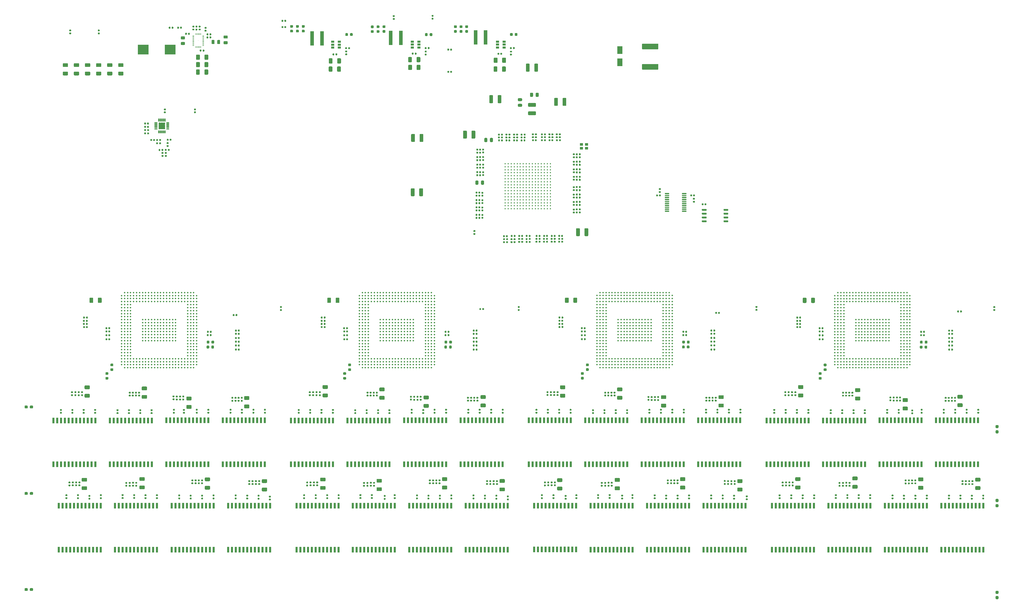
<source format=gbr>
G04 #@! TF.GenerationSoftware,KiCad,Pcbnew,5.99.0-unknown-1973153~101~ubuntu20.04.1*
G04 #@! TF.CreationDate,2020-06-25T18:30:07-04:00*
G04 #@! TF.ProjectId,L1Switch,4c315377-6974-4636-982e-6b696361645f,rev?*
G04 #@! TF.SameCoordinates,Original*
G04 #@! TF.FileFunction,Paste,Top*
G04 #@! TF.FilePolarity,Positive*
%FSLAX46Y46*%
G04 Gerber Fmt 4.6, Leading zero omitted, Abs format (unit mm)*
G04 Created by KiCad (PCBNEW 5.99.0-unknown-1973153~101~ubuntu20.04.1) date 2020-06-25 18:30:07*
%MOMM*%
%LPD*%
G01*
G04 APERTURE LIST*
%ADD10C,0.152400*%
%ADD11R,0.850000X0.280000*%
%ADD12R,0.280000X0.850000*%
%ADD13R,2.150000X2.150000*%
%ADD14R,1.100000X0.900000*%
%ADD15C,0.500000*%
%ADD16R,0.640000X1.900000*%
%ADD17C,0.400000*%
%ADD18R,1.060000X0.650000*%
%ADD19R,1.180000X4.700000*%
%ADD20R,1.800000X2.500000*%
%ADD21O,0.599999X0.200000*%
%ADD22O,0.200000X0.599999*%
%ADD23R,0.025400X0.025400*%
%ADD24R,3.550000X3.200000*%
G04 APERTURE END LIST*
D10*
X89603642Y-60516057D02*
X89603642Y-60746272D01*
X89603642Y-60746272D02*
X90403859Y-60746272D01*
X90403859Y-60746272D02*
X90403859Y-60516057D01*
X90403859Y-60516057D02*
X89603642Y-60516057D01*
X89603642Y-61016058D02*
X89603642Y-61246274D01*
X89603642Y-61246274D02*
X90403859Y-61246274D01*
X90403859Y-61246274D02*
X90403859Y-61016058D01*
X90403859Y-61016058D02*
X89603642Y-61016058D01*
X89603642Y-61516057D02*
X89603642Y-61746273D01*
X89603642Y-61746273D02*
X90403859Y-61746273D01*
X90403859Y-61746273D02*
X90403859Y-61516057D01*
X90403859Y-61516057D02*
X89603642Y-61516057D01*
X89603642Y-62016056D02*
X89603642Y-62246272D01*
X89603642Y-62246272D02*
X90403859Y-62246272D01*
X90403859Y-62246272D02*
X90403859Y-62016056D01*
X90403859Y-62016056D02*
X89603642Y-62016056D01*
X89603642Y-62516058D02*
X89603642Y-62746273D01*
X89603642Y-62746273D02*
X90403859Y-62746273D01*
X90403859Y-62746273D02*
X90403859Y-62516058D01*
X90403859Y-62516058D02*
X89603642Y-62516058D01*
X90863390Y-63206056D02*
X90863390Y-64006273D01*
X90863390Y-64006273D02*
X91093606Y-64006273D01*
X91093606Y-64006273D02*
X91093606Y-63206056D01*
X91093606Y-63206056D02*
X90863390Y-63206056D01*
X91363516Y-63206056D02*
X91363516Y-64006273D01*
X91363516Y-64006273D02*
X91593732Y-64006273D01*
X91593732Y-64006273D02*
X91593732Y-63206056D01*
X91593732Y-63206056D02*
X91363516Y-63206056D01*
X91863642Y-63206056D02*
X91863642Y-64006273D01*
X91863642Y-64006273D02*
X92093858Y-64006273D01*
X92093858Y-64006273D02*
X92093858Y-63206056D01*
X92093858Y-63206056D02*
X91863642Y-63206056D01*
X92363768Y-63206056D02*
X92363768Y-64006273D01*
X92363768Y-64006273D02*
X92593984Y-64006273D01*
X92593984Y-64006273D02*
X92593984Y-63206056D01*
X92593984Y-63206056D02*
X92363768Y-63206056D01*
X92863894Y-63206056D02*
X92863894Y-64006273D01*
X92863894Y-64006273D02*
X93094110Y-64006273D01*
X93094110Y-64006273D02*
X93094110Y-63206056D01*
X93094110Y-63206056D02*
X92863894Y-63206056D01*
X93553641Y-62516058D02*
X93553641Y-62746273D01*
X93553641Y-62746273D02*
X94353858Y-62746273D01*
X94353858Y-62746273D02*
X94353858Y-62516058D01*
X94353858Y-62516058D02*
X93553641Y-62516058D01*
X93553641Y-62016056D02*
X93553641Y-62246272D01*
X93553641Y-62246272D02*
X94353858Y-62246272D01*
X94353858Y-62246272D02*
X94353858Y-62016056D01*
X94353858Y-62016056D02*
X93553641Y-62016056D01*
X93553641Y-61516057D02*
X93553641Y-61746273D01*
X93553641Y-61746273D02*
X94353858Y-61746273D01*
X94353858Y-61746273D02*
X94353858Y-61516057D01*
X94353858Y-61516057D02*
X93553641Y-61516057D01*
X93553641Y-61016058D02*
X93553641Y-61246274D01*
X93553641Y-61246274D02*
X94353858Y-61246274D01*
X94353858Y-61246274D02*
X94353858Y-61016058D01*
X94353858Y-61016058D02*
X93553641Y-61016058D01*
X93553641Y-60516057D02*
X93553641Y-60746272D01*
X93553641Y-60746272D02*
X94353858Y-60746272D01*
X94353858Y-60746272D02*
X94353858Y-60516057D01*
X94353858Y-60516057D02*
X93553641Y-60516057D01*
X92863894Y-59256057D02*
X92863894Y-60056274D01*
X92863894Y-60056274D02*
X93094110Y-60056274D01*
X93094110Y-60056274D02*
X93094110Y-59256057D01*
X93094110Y-59256057D02*
X92863894Y-59256057D01*
X92363768Y-59256057D02*
X92363768Y-60056274D01*
X92363768Y-60056274D02*
X92593984Y-60056274D01*
X92593984Y-60056274D02*
X92593984Y-59256057D01*
X92593984Y-59256057D02*
X92363768Y-59256057D01*
X91863642Y-59256057D02*
X91863642Y-60056274D01*
X91863642Y-60056274D02*
X92093858Y-60056274D01*
X92093858Y-60056274D02*
X92093858Y-59256057D01*
X92093858Y-59256057D02*
X91863642Y-59256057D01*
X91363516Y-59256057D02*
X91363516Y-60056274D01*
X91363516Y-60056274D02*
X91593732Y-60056274D01*
X91593732Y-60056274D02*
X91593732Y-59256057D01*
X91593732Y-59256057D02*
X91363516Y-59256057D01*
X90863390Y-59256057D02*
X90863390Y-60056274D01*
X90863390Y-60056274D02*
X91093606Y-60056274D01*
X91093606Y-60056274D02*
X91093606Y-59256057D01*
X91093606Y-59256057D02*
X90863390Y-59256057D01*
X90978680Y-60631095D02*
X90978680Y-61137465D01*
X90978680Y-61137465D02*
X91343629Y-61137465D01*
X91343629Y-61137465D02*
X91343629Y-61137465D01*
X91343629Y-61137465D02*
X91485050Y-60996044D01*
X91485050Y-60996044D02*
X91485050Y-60996044D01*
X91485050Y-60996044D02*
X91485050Y-60631095D01*
X91485050Y-60631095D02*
X90978680Y-60631095D01*
X90978680Y-61337465D02*
X90978680Y-61924865D01*
X90978680Y-61924865D02*
X91343629Y-61924865D01*
X91343629Y-61924865D02*
X91343629Y-61924865D01*
X91343629Y-61924865D02*
X91485050Y-61783444D01*
X91485050Y-61783444D02*
X91485050Y-61783444D01*
X91485050Y-61783444D02*
X91485050Y-61478886D01*
X91485050Y-61478886D02*
X91485050Y-61478886D01*
X91485050Y-61478886D02*
X91343629Y-61337465D01*
X91343629Y-61337465D02*
X91343629Y-61337465D01*
X91343629Y-61337465D02*
X90978680Y-61337465D01*
X90978680Y-62124865D02*
X90978680Y-62631235D01*
X90978680Y-62631235D02*
X91485050Y-62631235D01*
X91485050Y-62631235D02*
X91485050Y-62266286D01*
X91485050Y-62266286D02*
X91485050Y-62266286D01*
X91485050Y-62266286D02*
X91343629Y-62124865D01*
X91343629Y-62124865D02*
X91343629Y-62124865D01*
X91343629Y-62124865D02*
X90978680Y-62124865D01*
X91685050Y-60631095D02*
X91685050Y-60996044D01*
X91685050Y-60996044D02*
X91685050Y-60996044D01*
X91685050Y-60996044D02*
X91826471Y-61137465D01*
X91826471Y-61137465D02*
X91826471Y-61137465D01*
X91826471Y-61137465D02*
X92131029Y-61137465D01*
X92131029Y-61137465D02*
X92131029Y-61137465D01*
X92131029Y-61137465D02*
X92272450Y-60996044D01*
X92272450Y-60996044D02*
X92272450Y-60996044D01*
X92272450Y-60996044D02*
X92272450Y-60631095D01*
X92272450Y-60631095D02*
X91685050Y-60631095D01*
X91826471Y-61337465D02*
X91826471Y-61337465D01*
X91826471Y-61337465D02*
X91685050Y-61478886D01*
X91685050Y-61478886D02*
X91685050Y-61478886D01*
X91685050Y-61478886D02*
X91685050Y-61783444D01*
X91685050Y-61783444D02*
X91685050Y-61783444D01*
X91685050Y-61783444D02*
X91826471Y-61924865D01*
X91826471Y-61924865D02*
X91826471Y-61924865D01*
X91826471Y-61924865D02*
X92131029Y-61924865D01*
X92131029Y-61924865D02*
X92131029Y-61924865D01*
X92131029Y-61924865D02*
X92272450Y-61783444D01*
X92272450Y-61783444D02*
X92272450Y-61783444D01*
X92272450Y-61783444D02*
X92272450Y-61478886D01*
X92272450Y-61478886D02*
X92272450Y-61478886D01*
X92272450Y-61478886D02*
X92131029Y-61337465D01*
X92131029Y-61337465D02*
X92131029Y-61337465D01*
X92131029Y-61337465D02*
X91826471Y-61337465D01*
X91826471Y-62124865D02*
X91826471Y-62124865D01*
X91826471Y-62124865D02*
X91685050Y-62266286D01*
X91685050Y-62266286D02*
X91685050Y-62266286D01*
X91685050Y-62266286D02*
X91685050Y-62631235D01*
X91685050Y-62631235D02*
X92272450Y-62631235D01*
X92272450Y-62631235D02*
X92272450Y-62266286D01*
X92272450Y-62266286D02*
X92272450Y-62266286D01*
X92272450Y-62266286D02*
X92131029Y-62124865D01*
X92131029Y-62124865D02*
X92131029Y-62124865D01*
X92131029Y-62124865D02*
X91826471Y-62124865D01*
X92472450Y-60631095D02*
X92472450Y-60996044D01*
X92472450Y-60996044D02*
X92472450Y-60996044D01*
X92472450Y-60996044D02*
X92613871Y-61137465D01*
X92613871Y-61137465D02*
X92613871Y-61137465D01*
X92613871Y-61137465D02*
X92978820Y-61137465D01*
X92978820Y-61137465D02*
X92978820Y-60631095D01*
X92978820Y-60631095D02*
X92472450Y-60631095D01*
X92613871Y-61337465D02*
X92613871Y-61337465D01*
X92613871Y-61337465D02*
X92472450Y-61478886D01*
X92472450Y-61478886D02*
X92472450Y-61478886D01*
X92472450Y-61478886D02*
X92472450Y-61783444D01*
X92472450Y-61783444D02*
X92472450Y-61783444D01*
X92472450Y-61783444D02*
X92613871Y-61924865D01*
X92613871Y-61924865D02*
X92613871Y-61924865D01*
X92613871Y-61924865D02*
X92978820Y-61924865D01*
X92978820Y-61924865D02*
X92978820Y-61337465D01*
X92978820Y-61337465D02*
X92613871Y-61337465D01*
X92613871Y-62124865D02*
X92613871Y-62124865D01*
X92613871Y-62124865D02*
X92472450Y-62266286D01*
X92472450Y-62266286D02*
X92472450Y-62266286D01*
X92472450Y-62266286D02*
X92472450Y-62631235D01*
X92472450Y-62631235D02*
X92978820Y-62631235D01*
X92978820Y-62631235D02*
X92978820Y-62124865D01*
X92978820Y-62124865D02*
X92613871Y-62124865D01*
G36*
G01*
X370216250Y-164031165D02*
X369741250Y-164031165D01*
G75*
G02*
X369503750Y-163793665I0J237500D01*
G01*
X369503750Y-163218665D01*
G75*
G02*
X369741250Y-162981165I237500J0D01*
G01*
X370216250Y-162981165D01*
G75*
G02*
X370453750Y-163218665I0J-237500D01*
G01*
X370453750Y-163793665D01*
G75*
G02*
X370216250Y-164031165I-237500J0D01*
G01*
G37*
G36*
G01*
X370216250Y-162281165D02*
X369741250Y-162281165D01*
G75*
G02*
X369503750Y-162043665I0J237500D01*
G01*
X369503750Y-161468665D01*
G75*
G02*
X369741250Y-161231165I237500J0D01*
G01*
X370216250Y-161231165D01*
G75*
G02*
X370453750Y-161468665I0J-237500D01*
G01*
X370453750Y-162043665D01*
G75*
G02*
X370216250Y-162281165I-237500J0D01*
G01*
G37*
G36*
G01*
X370216250Y-188631165D02*
X369741250Y-188631165D01*
G75*
G02*
X369503750Y-188393665I0J237500D01*
G01*
X369503750Y-187818665D01*
G75*
G02*
X369741250Y-187581165I237500J0D01*
G01*
X370216250Y-187581165D01*
G75*
G02*
X370453750Y-187818665I0J-237500D01*
G01*
X370453750Y-188393665D01*
G75*
G02*
X370216250Y-188631165I-237500J0D01*
G01*
G37*
G36*
G01*
X370216250Y-186881165D02*
X369741250Y-186881165D01*
G75*
G02*
X369503750Y-186643665I0J237500D01*
G01*
X369503750Y-186068665D01*
G75*
G02*
X369741250Y-185831165I237500J0D01*
G01*
X370216250Y-185831165D01*
G75*
G02*
X370453750Y-186068665I0J-237500D01*
G01*
X370453750Y-186643665D01*
G75*
G02*
X370216250Y-186881165I-237500J0D01*
G01*
G37*
G36*
G01*
X370216250Y-217481165D02*
X369741250Y-217481165D01*
G75*
G02*
X369503750Y-217243665I0J237500D01*
G01*
X369503750Y-216668665D01*
G75*
G02*
X369741250Y-216431165I237500J0D01*
G01*
X370216250Y-216431165D01*
G75*
G02*
X370453750Y-216668665I0J-237500D01*
G01*
X370453750Y-217243665D01*
G75*
G02*
X370216250Y-217481165I-237500J0D01*
G01*
G37*
G36*
G01*
X370216250Y-219231165D02*
X369741250Y-219231165D01*
G75*
G02*
X369503750Y-218993665I0J237500D01*
G01*
X369503750Y-218418665D01*
G75*
G02*
X369741250Y-218181165I237500J0D01*
G01*
X370216250Y-218181165D01*
G75*
G02*
X370453750Y-218418665I0J-237500D01*
G01*
X370453750Y-218993665D01*
G75*
G02*
X370216250Y-219231165I-237500J0D01*
G01*
G37*
G36*
G01*
X48028750Y-184268665D02*
X48028750Y-183793665D01*
G75*
G02*
X48266250Y-183556165I237500J0D01*
G01*
X48841250Y-183556165D01*
G75*
G02*
X49078750Y-183793665I0J-237500D01*
G01*
X49078750Y-184268665D01*
G75*
G02*
X48841250Y-184506165I-237500J0D01*
G01*
X48266250Y-184506165D01*
G75*
G02*
X48028750Y-184268665I0J237500D01*
G01*
G37*
G36*
G01*
X46278750Y-184268665D02*
X46278750Y-183793665D01*
G75*
G02*
X46516250Y-183556165I237500J0D01*
G01*
X47091250Y-183556165D01*
G75*
G02*
X47328750Y-183793665I0J-237500D01*
G01*
X47328750Y-184268665D01*
G75*
G02*
X47091250Y-184506165I-237500J0D01*
G01*
X46516250Y-184506165D01*
G75*
G02*
X46278750Y-184268665I0J237500D01*
G01*
G37*
G36*
G01*
X46278750Y-216268665D02*
X46278750Y-215793665D01*
G75*
G02*
X46516250Y-215556165I237500J0D01*
G01*
X47091250Y-215556165D01*
G75*
G02*
X47328750Y-215793665I0J-237500D01*
G01*
X47328750Y-216268665D01*
G75*
G02*
X47091250Y-216506165I-237500J0D01*
G01*
X46516250Y-216506165D01*
G75*
G02*
X46278750Y-216268665I0J237500D01*
G01*
G37*
G36*
G01*
X48028750Y-216268665D02*
X48028750Y-215793665D01*
G75*
G02*
X48266250Y-215556165I237500J0D01*
G01*
X48841250Y-215556165D01*
G75*
G02*
X49078750Y-215793665I0J-237500D01*
G01*
X49078750Y-216268665D01*
G75*
G02*
X48841250Y-216506165I-237500J0D01*
G01*
X48266250Y-216506165D01*
G75*
G02*
X48028750Y-216268665I0J237500D01*
G01*
G37*
G36*
G01*
X48028750Y-155468665D02*
X48028750Y-154993665D01*
G75*
G02*
X48266250Y-154756165I237500J0D01*
G01*
X48841250Y-154756165D01*
G75*
G02*
X49078750Y-154993665I0J-237500D01*
G01*
X49078750Y-155468665D01*
G75*
G02*
X48841250Y-155706165I-237500J0D01*
G01*
X48266250Y-155706165D01*
G75*
G02*
X48028750Y-155468665I0J237500D01*
G01*
G37*
G36*
G01*
X46278750Y-155468665D02*
X46278750Y-154993665D01*
G75*
G02*
X46516250Y-154756165I237500J0D01*
G01*
X47091250Y-154756165D01*
G75*
G02*
X47328750Y-154993665I0J-237500D01*
G01*
X47328750Y-155468665D01*
G75*
G02*
X47091250Y-155706165I-237500J0D01*
G01*
X46516250Y-155706165D01*
G75*
G02*
X46278750Y-155468665I0J237500D01*
G01*
G37*
G36*
G01*
X187588750Y-43458665D02*
X187588750Y-43803665D01*
G75*
G02*
X187441250Y-43951165I-147500J0D01*
G01*
X187146250Y-43951165D01*
G75*
G02*
X186998750Y-43803665I0J147500D01*
G01*
X186998750Y-43458665D01*
G75*
G02*
X187146250Y-43311165I147500J0D01*
G01*
X187441250Y-43311165D01*
G75*
G02*
X187588750Y-43458665I0J-147500D01*
G01*
G37*
G36*
G01*
X188558750Y-43458665D02*
X188558750Y-43803665D01*
G75*
G02*
X188411250Y-43951165I-147500J0D01*
G01*
X188116250Y-43951165D01*
G75*
G02*
X187968750Y-43803665I0J147500D01*
G01*
X187968750Y-43458665D01*
G75*
G02*
X188116250Y-43311165I147500J0D01*
G01*
X188411250Y-43311165D01*
G75*
G02*
X188558750Y-43458665I0J-147500D01*
G01*
G37*
G36*
G01*
X132768750Y-26803665D02*
X132768750Y-26458665D01*
G75*
G02*
X132916250Y-26311165I147500J0D01*
G01*
X133211250Y-26311165D01*
G75*
G02*
X133358750Y-26458665I0J-147500D01*
G01*
X133358750Y-26803665D01*
G75*
G02*
X133211250Y-26951165I-147500J0D01*
G01*
X132916250Y-26951165D01*
G75*
G02*
X132768750Y-26803665I0J147500D01*
G01*
G37*
G36*
G01*
X131798750Y-26803665D02*
X131798750Y-26458665D01*
G75*
G02*
X131946250Y-26311165I147500J0D01*
G01*
X132241250Y-26311165D01*
G75*
G02*
X132388750Y-26458665I0J-147500D01*
G01*
X132388750Y-26803665D01*
G75*
G02*
X132241250Y-26951165I-147500J0D01*
G01*
X131946250Y-26951165D01*
G75*
G02*
X131798750Y-26803665I0J147500D01*
G01*
G37*
G36*
G01*
X132783750Y-28903665D02*
X132783750Y-28558665D01*
G75*
G02*
X132931250Y-28411165I147500J0D01*
G01*
X133226250Y-28411165D01*
G75*
G02*
X133373750Y-28558665I0J-147500D01*
G01*
X133373750Y-28903665D01*
G75*
G02*
X133226250Y-29051165I-147500J0D01*
G01*
X132931250Y-29051165D01*
G75*
G02*
X132783750Y-28903665I0J147500D01*
G01*
G37*
G36*
G01*
X131813750Y-28903665D02*
X131813750Y-28558665D01*
G75*
G02*
X131961250Y-28411165I147500J0D01*
G01*
X132256250Y-28411165D01*
G75*
G02*
X132403750Y-28558665I0J-147500D01*
G01*
X132403750Y-28903665D01*
G75*
G02*
X132256250Y-29051165I-147500J0D01*
G01*
X131961250Y-29051165D01*
G75*
G02*
X131813750Y-28903665I0J147500D01*
G01*
G37*
G36*
G01*
X169006250Y-25721165D02*
X169351250Y-25721165D01*
G75*
G02*
X169498750Y-25868665I0J-147500D01*
G01*
X169498750Y-26163665D01*
G75*
G02*
X169351250Y-26311165I-147500J0D01*
G01*
X169006250Y-26311165D01*
G75*
G02*
X168858750Y-26163665I0J147500D01*
G01*
X168858750Y-25868665D01*
G75*
G02*
X169006250Y-25721165I147500J0D01*
G01*
G37*
G36*
G01*
X169006250Y-24751165D02*
X169351250Y-24751165D01*
G75*
G02*
X169498750Y-24898665I0J-147500D01*
G01*
X169498750Y-25193665D01*
G75*
G02*
X169351250Y-25341165I-147500J0D01*
G01*
X169006250Y-25341165D01*
G75*
G02*
X168858750Y-25193665I0J147500D01*
G01*
X168858750Y-24898665D01*
G75*
G02*
X169006250Y-24751165I147500J0D01*
G01*
G37*
G36*
G01*
X181906250Y-25636165D02*
X182251250Y-25636165D01*
G75*
G02*
X182398750Y-25783665I0J-147500D01*
G01*
X182398750Y-26078665D01*
G75*
G02*
X182251250Y-26226165I-147500J0D01*
G01*
X181906250Y-26226165D01*
G75*
G02*
X181758750Y-26078665I0J147500D01*
G01*
X181758750Y-25783665D01*
G75*
G02*
X181906250Y-25636165I147500J0D01*
G01*
G37*
G36*
G01*
X181906250Y-24666165D02*
X182251250Y-24666165D01*
G75*
G02*
X182398750Y-24813665I0J-147500D01*
G01*
X182398750Y-25108665D01*
G75*
G02*
X182251250Y-25256165I-147500J0D01*
G01*
X181906250Y-25256165D01*
G75*
G02*
X181758750Y-25108665I0J147500D01*
G01*
X181758750Y-24813665D01*
G75*
G02*
X181906250Y-24666165I147500J0D01*
G01*
G37*
G36*
G01*
X71151250Y-30156165D02*
X70806250Y-30156165D01*
G75*
G02*
X70658750Y-30008665I0J147500D01*
G01*
X70658750Y-29713665D01*
G75*
G02*
X70806250Y-29566165I147500J0D01*
G01*
X71151250Y-29566165D01*
G75*
G02*
X71298750Y-29713665I0J-147500D01*
G01*
X71298750Y-30008665D01*
G75*
G02*
X71151250Y-30156165I-147500J0D01*
G01*
G37*
G36*
G01*
X71151250Y-31126165D02*
X70806250Y-31126165D01*
G75*
G02*
X70658750Y-30978665I0J147500D01*
G01*
X70658750Y-30683665D01*
G75*
G02*
X70806250Y-30536165I147500J0D01*
G01*
X71151250Y-30536165D01*
G75*
G02*
X71298750Y-30683665I0J-147500D01*
G01*
X71298750Y-30978665D01*
G75*
G02*
X71151250Y-31126165I-147500J0D01*
G01*
G37*
G36*
G01*
X61651250Y-30141165D02*
X61306250Y-30141165D01*
G75*
G02*
X61158750Y-29993665I0J147500D01*
G01*
X61158750Y-29698665D01*
G75*
G02*
X61306250Y-29551165I147500J0D01*
G01*
X61651250Y-29551165D01*
G75*
G02*
X61798750Y-29698665I0J-147500D01*
G01*
X61798750Y-29993665D01*
G75*
G02*
X61651250Y-30141165I-147500J0D01*
G01*
G37*
G36*
G01*
X61651250Y-31111165D02*
X61306250Y-31111165D01*
G75*
G02*
X61158750Y-30963665I0J147500D01*
G01*
X61158750Y-30668665D01*
G75*
G02*
X61306250Y-30521165I147500J0D01*
G01*
X61651250Y-30521165D01*
G75*
G02*
X61798750Y-30668665I0J-147500D01*
G01*
X61798750Y-30963665D01*
G75*
G02*
X61651250Y-31111165I-147500J0D01*
G01*
G37*
G36*
G01*
X187588750Y-36058665D02*
X187588750Y-36403665D01*
G75*
G02*
X187441250Y-36551165I-147500J0D01*
G01*
X187146250Y-36551165D01*
G75*
G02*
X186998750Y-36403665I0J147500D01*
G01*
X186998750Y-36058665D01*
G75*
G02*
X187146250Y-35911165I147500J0D01*
G01*
X187441250Y-35911165D01*
G75*
G02*
X187588750Y-36058665I0J-147500D01*
G01*
G37*
G36*
G01*
X188558750Y-36058665D02*
X188558750Y-36403665D01*
G75*
G02*
X188411250Y-36551165I-147500J0D01*
G01*
X188116250Y-36551165D01*
G75*
G02*
X187968750Y-36403665I0J147500D01*
G01*
X187968750Y-36058665D01*
G75*
G02*
X188116250Y-35911165I147500J0D01*
G01*
X188411250Y-35911165D01*
G75*
G02*
X188558750Y-36058665I0J-147500D01*
G01*
G37*
G36*
G01*
X362953750Y-181606165D02*
X364203750Y-181606165D01*
G75*
G02*
X364453750Y-181856165I0J-250000D01*
G01*
X364453750Y-182606165D01*
G75*
G02*
X364203750Y-182856165I-250000J0D01*
G01*
X362953750Y-182856165D01*
G75*
G02*
X362703750Y-182606165I0J250000D01*
G01*
X362703750Y-181856165D01*
G75*
G02*
X362953750Y-181606165I250000J0D01*
G01*
G37*
G36*
G01*
X362953750Y-178806165D02*
X364203750Y-178806165D01*
G75*
G02*
X364453750Y-179056165I0J-250000D01*
G01*
X364453750Y-179806165D01*
G75*
G02*
X364203750Y-180056165I-250000J0D01*
G01*
X362953750Y-180056165D01*
G75*
G02*
X362703750Y-179806165I0J250000D01*
G01*
X362703750Y-179056165D01*
G75*
G02*
X362953750Y-178806165I250000J0D01*
G01*
G37*
G36*
G01*
X357033750Y-154006165D02*
X358283750Y-154006165D01*
G75*
G02*
X358533750Y-154256165I0J-250000D01*
G01*
X358533750Y-155006165D01*
G75*
G02*
X358283750Y-155256165I-250000J0D01*
G01*
X357033750Y-155256165D01*
G75*
G02*
X356783750Y-155006165I0J250000D01*
G01*
X356783750Y-154256165D01*
G75*
G02*
X357033750Y-154006165I250000J0D01*
G01*
G37*
G36*
G01*
X357033750Y-151206165D02*
X358283750Y-151206165D01*
G75*
G02*
X358533750Y-151456165I0J-250000D01*
G01*
X358533750Y-152206165D01*
G75*
G02*
X358283750Y-152456165I-250000J0D01*
G01*
X357033750Y-152456165D01*
G75*
G02*
X356783750Y-152206165I0J250000D01*
G01*
X356783750Y-151456165D01*
G75*
G02*
X357033750Y-151206165I250000J0D01*
G01*
G37*
G36*
G01*
X343953750Y-181506165D02*
X345203750Y-181506165D01*
G75*
G02*
X345453750Y-181756165I0J-250000D01*
G01*
X345453750Y-182506165D01*
G75*
G02*
X345203750Y-182756165I-250000J0D01*
G01*
X343953750Y-182756165D01*
G75*
G02*
X343703750Y-182506165I0J250000D01*
G01*
X343703750Y-181756165D01*
G75*
G02*
X343953750Y-181506165I250000J0D01*
G01*
G37*
G36*
G01*
X343953750Y-178706165D02*
X345203750Y-178706165D01*
G75*
G02*
X345453750Y-178956165I0J-250000D01*
G01*
X345453750Y-179706165D01*
G75*
G02*
X345203750Y-179956165I-250000J0D01*
G01*
X343953750Y-179956165D01*
G75*
G02*
X343703750Y-179706165I0J250000D01*
G01*
X343703750Y-178956165D01*
G75*
G02*
X343953750Y-178706165I250000J0D01*
G01*
G37*
G36*
G01*
X338793750Y-155126165D02*
X340043750Y-155126165D01*
G75*
G02*
X340293750Y-155376165I0J-250000D01*
G01*
X340293750Y-156126165D01*
G75*
G02*
X340043750Y-156376165I-250000J0D01*
G01*
X338793750Y-156376165D01*
G75*
G02*
X338543750Y-156126165I0J250000D01*
G01*
X338543750Y-155376165D01*
G75*
G02*
X338793750Y-155126165I250000J0D01*
G01*
G37*
G36*
G01*
X338793750Y-152326165D02*
X340043750Y-152326165D01*
G75*
G02*
X340293750Y-152576165I0J-250000D01*
G01*
X340293750Y-153326165D01*
G75*
G02*
X340043750Y-153576165I-250000J0D01*
G01*
X338793750Y-153576165D01*
G75*
G02*
X338543750Y-153326165I0J250000D01*
G01*
X338543750Y-152576165D01*
G75*
G02*
X338793750Y-152326165I250000J0D01*
G01*
G37*
G36*
G01*
X322053750Y-181206165D02*
X323303750Y-181206165D01*
G75*
G02*
X323553750Y-181456165I0J-250000D01*
G01*
X323553750Y-182206165D01*
G75*
G02*
X323303750Y-182456165I-250000J0D01*
G01*
X322053750Y-182456165D01*
G75*
G02*
X321803750Y-182206165I0J250000D01*
G01*
X321803750Y-181456165D01*
G75*
G02*
X322053750Y-181206165I250000J0D01*
G01*
G37*
G36*
G01*
X322053750Y-178406165D02*
X323303750Y-178406165D01*
G75*
G02*
X323553750Y-178656165I0J-250000D01*
G01*
X323553750Y-179406165D01*
G75*
G02*
X323303750Y-179656165I-250000J0D01*
G01*
X322053750Y-179656165D01*
G75*
G02*
X321803750Y-179406165I0J250000D01*
G01*
X321803750Y-178656165D01*
G75*
G02*
X322053750Y-178406165I250000J0D01*
G01*
G37*
G36*
G01*
X322963750Y-151786165D02*
X324213750Y-151786165D01*
G75*
G02*
X324463750Y-152036165I0J-250000D01*
G01*
X324463750Y-152786165D01*
G75*
G02*
X324213750Y-153036165I-250000J0D01*
G01*
X322963750Y-153036165D01*
G75*
G02*
X322713750Y-152786165I0J250000D01*
G01*
X322713750Y-152036165D01*
G75*
G02*
X322963750Y-151786165I250000J0D01*
G01*
G37*
G36*
G01*
X322963750Y-148986165D02*
X324213750Y-148986165D01*
G75*
G02*
X324463750Y-149236165I0J-250000D01*
G01*
X324463750Y-149986165D01*
G75*
G02*
X324213750Y-150236165I-250000J0D01*
G01*
X322963750Y-150236165D01*
G75*
G02*
X322713750Y-149986165I0J250000D01*
G01*
X322713750Y-149236165D01*
G75*
G02*
X322963750Y-148986165I250000J0D01*
G01*
G37*
G36*
G01*
X303053750Y-181406165D02*
X304303750Y-181406165D01*
G75*
G02*
X304553750Y-181656165I0J-250000D01*
G01*
X304553750Y-182406165D01*
G75*
G02*
X304303750Y-182656165I-250000J0D01*
G01*
X303053750Y-182656165D01*
G75*
G02*
X302803750Y-182406165I0J250000D01*
G01*
X302803750Y-181656165D01*
G75*
G02*
X303053750Y-181406165I250000J0D01*
G01*
G37*
G36*
G01*
X303053750Y-178606165D02*
X304303750Y-178606165D01*
G75*
G02*
X304553750Y-178856165I0J-250000D01*
G01*
X304553750Y-179606165D01*
G75*
G02*
X304303750Y-179856165I-250000J0D01*
G01*
X303053750Y-179856165D01*
G75*
G02*
X302803750Y-179606165I0J250000D01*
G01*
X302803750Y-178856165D01*
G75*
G02*
X303053750Y-178606165I250000J0D01*
G01*
G37*
G36*
G01*
X304003750Y-150756165D02*
X305253750Y-150756165D01*
G75*
G02*
X305503750Y-151006165I0J-250000D01*
G01*
X305503750Y-151756165D01*
G75*
G02*
X305253750Y-152006165I-250000J0D01*
G01*
X304003750Y-152006165D01*
G75*
G02*
X303753750Y-151756165I0J250000D01*
G01*
X303753750Y-151006165D01*
G75*
G02*
X304003750Y-150756165I250000J0D01*
G01*
G37*
G36*
G01*
X304003750Y-147956165D02*
X305253750Y-147956165D01*
G75*
G02*
X305503750Y-148206165I0J-250000D01*
G01*
X305503750Y-148956165D01*
G75*
G02*
X305253750Y-149206165I-250000J0D01*
G01*
X304003750Y-149206165D01*
G75*
G02*
X303753750Y-148956165I0J250000D01*
G01*
X303753750Y-148206165D01*
G75*
G02*
X304003750Y-147956165I250000J0D01*
G01*
G37*
G36*
G01*
X283753750Y-182096165D02*
X285003750Y-182096165D01*
G75*
G02*
X285253750Y-182346165I0J-250000D01*
G01*
X285253750Y-183096165D01*
G75*
G02*
X285003750Y-183346165I-250000J0D01*
G01*
X283753750Y-183346165D01*
G75*
G02*
X283503750Y-183096165I0J250000D01*
G01*
X283503750Y-182346165D01*
G75*
G02*
X283753750Y-182096165I250000J0D01*
G01*
G37*
G36*
G01*
X283753750Y-179296165D02*
X285003750Y-179296165D01*
G75*
G02*
X285253750Y-179546165I0J-250000D01*
G01*
X285253750Y-180296165D01*
G75*
G02*
X285003750Y-180546165I-250000J0D01*
G01*
X283753750Y-180546165D01*
G75*
G02*
X283503750Y-180296165I0J250000D01*
G01*
X283503750Y-179546165D01*
G75*
G02*
X283753750Y-179296165I250000J0D01*
G01*
G37*
G36*
G01*
X277503750Y-154126165D02*
X278753750Y-154126165D01*
G75*
G02*
X279003750Y-154376165I0J-250000D01*
G01*
X279003750Y-155126165D01*
G75*
G02*
X278753750Y-155376165I-250000J0D01*
G01*
X277503750Y-155376165D01*
G75*
G02*
X277253750Y-155126165I0J250000D01*
G01*
X277253750Y-154376165D01*
G75*
G02*
X277503750Y-154126165I250000J0D01*
G01*
G37*
G36*
G01*
X277503750Y-151326165D02*
X278753750Y-151326165D01*
G75*
G02*
X279003750Y-151576165I0J-250000D01*
G01*
X279003750Y-152326165D01*
G75*
G02*
X278753750Y-152576165I-250000J0D01*
G01*
X277503750Y-152576165D01*
G75*
G02*
X277253750Y-152326165I0J250000D01*
G01*
X277253750Y-151576165D01*
G75*
G02*
X277503750Y-151326165I250000J0D01*
G01*
G37*
G36*
G01*
X264703750Y-181446165D02*
X265953750Y-181446165D01*
G75*
G02*
X266203750Y-181696165I0J-250000D01*
G01*
X266203750Y-182446165D01*
G75*
G02*
X265953750Y-182696165I-250000J0D01*
G01*
X264703750Y-182696165D01*
G75*
G02*
X264453750Y-182446165I0J250000D01*
G01*
X264453750Y-181696165D01*
G75*
G02*
X264703750Y-181446165I250000J0D01*
G01*
G37*
G36*
G01*
X264703750Y-178646165D02*
X265953750Y-178646165D01*
G75*
G02*
X266203750Y-178896165I0J-250000D01*
G01*
X266203750Y-179646165D01*
G75*
G02*
X265953750Y-179896165I-250000J0D01*
G01*
X264703750Y-179896165D01*
G75*
G02*
X264453750Y-179646165I0J250000D01*
G01*
X264453750Y-178896165D01*
G75*
G02*
X264703750Y-178646165I250000J0D01*
G01*
G37*
G36*
G01*
X258363750Y-154136165D02*
X259613750Y-154136165D01*
G75*
G02*
X259863750Y-154386165I0J-250000D01*
G01*
X259863750Y-155136165D01*
G75*
G02*
X259613750Y-155386165I-250000J0D01*
G01*
X258363750Y-155386165D01*
G75*
G02*
X258113750Y-155136165I0J250000D01*
G01*
X258113750Y-154386165D01*
G75*
G02*
X258363750Y-154136165I250000J0D01*
G01*
G37*
G36*
G01*
X258363750Y-151336165D02*
X259613750Y-151336165D01*
G75*
G02*
X259863750Y-151586165I0J-250000D01*
G01*
X259863750Y-152336165D01*
G75*
G02*
X259613750Y-152586165I-250000J0D01*
G01*
X258363750Y-152586165D01*
G75*
G02*
X258113750Y-152336165I0J250000D01*
G01*
X258113750Y-151586165D01*
G75*
G02*
X258363750Y-151336165I250000J0D01*
G01*
G37*
G36*
G01*
X242953750Y-181706165D02*
X244203750Y-181706165D01*
G75*
G02*
X244453750Y-181956165I0J-250000D01*
G01*
X244453750Y-182706165D01*
G75*
G02*
X244203750Y-182956165I-250000J0D01*
G01*
X242953750Y-182956165D01*
G75*
G02*
X242703750Y-182706165I0J250000D01*
G01*
X242703750Y-181956165D01*
G75*
G02*
X242953750Y-181706165I250000J0D01*
G01*
G37*
G36*
G01*
X242953750Y-178906165D02*
X244203750Y-178906165D01*
G75*
G02*
X244453750Y-179156165I0J-250000D01*
G01*
X244453750Y-179906165D01*
G75*
G02*
X244203750Y-180156165I-250000J0D01*
G01*
X242953750Y-180156165D01*
G75*
G02*
X242703750Y-179906165I0J250000D01*
G01*
X242703750Y-179156165D01*
G75*
G02*
X242953750Y-178906165I250000J0D01*
G01*
G37*
G36*
G01*
X243763750Y-151546165D02*
X245013750Y-151546165D01*
G75*
G02*
X245263750Y-151796165I0J-250000D01*
G01*
X245263750Y-152546165D01*
G75*
G02*
X245013750Y-152796165I-250000J0D01*
G01*
X243763750Y-152796165D01*
G75*
G02*
X243513750Y-152546165I0J250000D01*
G01*
X243513750Y-151796165D01*
G75*
G02*
X243763750Y-151546165I250000J0D01*
G01*
G37*
G36*
G01*
X243763750Y-148746165D02*
X245013750Y-148746165D01*
G75*
G02*
X245263750Y-148996165I0J-250000D01*
G01*
X245263750Y-149746165D01*
G75*
G02*
X245013750Y-149996165I-250000J0D01*
G01*
X243763750Y-149996165D01*
G75*
G02*
X243513750Y-149746165I0J250000D01*
G01*
X243513750Y-148996165D01*
G75*
G02*
X243763750Y-148746165I250000J0D01*
G01*
G37*
G36*
G01*
X223793750Y-181756165D02*
X225043750Y-181756165D01*
G75*
G02*
X225293750Y-182006165I0J-250000D01*
G01*
X225293750Y-182756165D01*
G75*
G02*
X225043750Y-183006165I-250000J0D01*
G01*
X223793750Y-183006165D01*
G75*
G02*
X223543750Y-182756165I0J250000D01*
G01*
X223543750Y-182006165D01*
G75*
G02*
X223793750Y-181756165I250000J0D01*
G01*
G37*
G36*
G01*
X223793750Y-178956165D02*
X225043750Y-178956165D01*
G75*
G02*
X225293750Y-179206165I0J-250000D01*
G01*
X225293750Y-179956165D01*
G75*
G02*
X225043750Y-180206165I-250000J0D01*
G01*
X223793750Y-180206165D01*
G75*
G02*
X223543750Y-179956165I0J250000D01*
G01*
X223543750Y-179206165D01*
G75*
G02*
X223793750Y-178956165I250000J0D01*
G01*
G37*
G36*
G01*
X224763750Y-150846165D02*
X226013750Y-150846165D01*
G75*
G02*
X226263750Y-151096165I0J-250000D01*
G01*
X226263750Y-151846165D01*
G75*
G02*
X226013750Y-152096165I-250000J0D01*
G01*
X224763750Y-152096165D01*
G75*
G02*
X224513750Y-151846165I0J250000D01*
G01*
X224513750Y-151096165D01*
G75*
G02*
X224763750Y-150846165I250000J0D01*
G01*
G37*
G36*
G01*
X224763750Y-148046165D02*
X226013750Y-148046165D01*
G75*
G02*
X226263750Y-148296165I0J-250000D01*
G01*
X226263750Y-149046165D01*
G75*
G02*
X226013750Y-149296165I-250000J0D01*
G01*
X224763750Y-149296165D01*
G75*
G02*
X224513750Y-149046165I0J250000D01*
G01*
X224513750Y-148296165D01*
G75*
G02*
X224763750Y-148046165I250000J0D01*
G01*
G37*
G36*
G01*
X204623750Y-182056165D02*
X205873750Y-182056165D01*
G75*
G02*
X206123750Y-182306165I0J-250000D01*
G01*
X206123750Y-183056165D01*
G75*
G02*
X205873750Y-183306165I-250000J0D01*
G01*
X204623750Y-183306165D01*
G75*
G02*
X204373750Y-183056165I0J250000D01*
G01*
X204373750Y-182306165D01*
G75*
G02*
X204623750Y-182056165I250000J0D01*
G01*
G37*
G36*
G01*
X204623750Y-179256165D02*
X205873750Y-179256165D01*
G75*
G02*
X206123750Y-179506165I0J-250000D01*
G01*
X206123750Y-180256165D01*
G75*
G02*
X205873750Y-180506165I-250000J0D01*
G01*
X204623750Y-180506165D01*
G75*
G02*
X204373750Y-180256165I0J250000D01*
G01*
X204373750Y-179506165D01*
G75*
G02*
X204623750Y-179256165I250000J0D01*
G01*
G37*
G36*
G01*
X198283750Y-154106165D02*
X199533750Y-154106165D01*
G75*
G02*
X199783750Y-154356165I0J-250000D01*
G01*
X199783750Y-155106165D01*
G75*
G02*
X199533750Y-155356165I-250000J0D01*
G01*
X198283750Y-155356165D01*
G75*
G02*
X198033750Y-155106165I0J250000D01*
G01*
X198033750Y-154356165D01*
G75*
G02*
X198283750Y-154106165I250000J0D01*
G01*
G37*
G36*
G01*
X198283750Y-151306165D02*
X199533750Y-151306165D01*
G75*
G02*
X199783750Y-151556165I0J-250000D01*
G01*
X199783750Y-152306165D01*
G75*
G02*
X199533750Y-152556165I-250000J0D01*
G01*
X198283750Y-152556165D01*
G75*
G02*
X198033750Y-152306165I0J250000D01*
G01*
X198033750Y-151556165D01*
G75*
G02*
X198283750Y-151306165I250000J0D01*
G01*
G37*
G36*
G01*
X185458100Y-181432715D02*
X186708100Y-181432715D01*
G75*
G02*
X186958100Y-181682715I0J-250000D01*
G01*
X186958100Y-182432715D01*
G75*
G02*
X186708100Y-182682715I-250000J0D01*
G01*
X185458100Y-182682715D01*
G75*
G02*
X185208100Y-182432715I0J250000D01*
G01*
X185208100Y-181682715D01*
G75*
G02*
X185458100Y-181432715I250000J0D01*
G01*
G37*
G36*
G01*
X185458100Y-178632715D02*
X186708100Y-178632715D01*
G75*
G02*
X186958100Y-178882715I0J-250000D01*
G01*
X186958100Y-179632715D01*
G75*
G02*
X186708100Y-179882715I-250000J0D01*
G01*
X185458100Y-179882715D01*
G75*
G02*
X185208100Y-179632715I0J250000D01*
G01*
X185208100Y-178882715D01*
G75*
G02*
X185458100Y-178632715I250000J0D01*
G01*
G37*
G36*
G01*
X179333750Y-154236165D02*
X180583750Y-154236165D01*
G75*
G02*
X180833750Y-154486165I0J-250000D01*
G01*
X180833750Y-155236165D01*
G75*
G02*
X180583750Y-155486165I-250000J0D01*
G01*
X179333750Y-155486165D01*
G75*
G02*
X179083750Y-155236165I0J250000D01*
G01*
X179083750Y-154486165D01*
G75*
G02*
X179333750Y-154236165I250000J0D01*
G01*
G37*
G36*
G01*
X179333750Y-151436165D02*
X180583750Y-151436165D01*
G75*
G02*
X180833750Y-151686165I0J-250000D01*
G01*
X180833750Y-152436165D01*
G75*
G02*
X180583750Y-152686165I-250000J0D01*
G01*
X179333750Y-152686165D01*
G75*
G02*
X179083750Y-152436165I0J250000D01*
G01*
X179083750Y-151686165D01*
G75*
G02*
X179333750Y-151436165I250000J0D01*
G01*
G37*
G36*
G01*
X163693750Y-181976165D02*
X164943750Y-181976165D01*
G75*
G02*
X165193750Y-182226165I0J-250000D01*
G01*
X165193750Y-182976165D01*
G75*
G02*
X164943750Y-183226165I-250000J0D01*
G01*
X163693750Y-183226165D01*
G75*
G02*
X163443750Y-182976165I0J250000D01*
G01*
X163443750Y-182226165D01*
G75*
G02*
X163693750Y-181976165I250000J0D01*
G01*
G37*
G36*
G01*
X163693750Y-179176165D02*
X164943750Y-179176165D01*
G75*
G02*
X165193750Y-179426165I0J-250000D01*
G01*
X165193750Y-180176165D01*
G75*
G02*
X164943750Y-180426165I-250000J0D01*
G01*
X163693750Y-180426165D01*
G75*
G02*
X163443750Y-180176165I0J250000D01*
G01*
X163443750Y-179426165D01*
G75*
G02*
X163693750Y-179176165I250000J0D01*
G01*
G37*
G36*
G01*
X164623750Y-151556165D02*
X165873750Y-151556165D01*
G75*
G02*
X166123750Y-151806165I0J-250000D01*
G01*
X166123750Y-152556165D01*
G75*
G02*
X165873750Y-152806165I-250000J0D01*
G01*
X164623750Y-152806165D01*
G75*
G02*
X164373750Y-152556165I0J250000D01*
G01*
X164373750Y-151806165D01*
G75*
G02*
X164623750Y-151556165I250000J0D01*
G01*
G37*
G36*
G01*
X164623750Y-148756165D02*
X165873750Y-148756165D01*
G75*
G02*
X166123750Y-149006165I0J-250000D01*
G01*
X166123750Y-149756165D01*
G75*
G02*
X165873750Y-150006165I-250000J0D01*
G01*
X164623750Y-150006165D01*
G75*
G02*
X164373750Y-149756165I0J250000D01*
G01*
X164373750Y-149006165D01*
G75*
G02*
X164623750Y-148756165I250000J0D01*
G01*
G37*
G36*
G01*
X144943750Y-181556165D02*
X146193750Y-181556165D01*
G75*
G02*
X146443750Y-181806165I0J-250000D01*
G01*
X146443750Y-182556165D01*
G75*
G02*
X146193750Y-182806165I-250000J0D01*
G01*
X144943750Y-182806165D01*
G75*
G02*
X144693750Y-182556165I0J250000D01*
G01*
X144693750Y-181806165D01*
G75*
G02*
X144943750Y-181556165I250000J0D01*
G01*
G37*
G36*
G01*
X144943750Y-178756165D02*
X146193750Y-178756165D01*
G75*
G02*
X146443750Y-179006165I0J-250000D01*
G01*
X146443750Y-179756165D01*
G75*
G02*
X146193750Y-180006165I-250000J0D01*
G01*
X144943750Y-180006165D01*
G75*
G02*
X144693750Y-179756165I0J250000D01*
G01*
X144693750Y-179006165D01*
G75*
G02*
X144943750Y-178756165I250000J0D01*
G01*
G37*
G36*
G01*
X145723750Y-150756165D02*
X146973750Y-150756165D01*
G75*
G02*
X147223750Y-151006165I0J-250000D01*
G01*
X147223750Y-151756165D01*
G75*
G02*
X146973750Y-152006165I-250000J0D01*
G01*
X145723750Y-152006165D01*
G75*
G02*
X145473750Y-151756165I0J250000D01*
G01*
X145473750Y-151006165D01*
G75*
G02*
X145723750Y-150756165I250000J0D01*
G01*
G37*
G36*
G01*
X145723750Y-147956165D02*
X146973750Y-147956165D01*
G75*
G02*
X147223750Y-148206165I0J-250000D01*
G01*
X147223750Y-148956165D01*
G75*
G02*
X146973750Y-149206165I-250000J0D01*
G01*
X145723750Y-149206165D01*
G75*
G02*
X145473750Y-148956165I0J250000D01*
G01*
X145473750Y-148206165D01*
G75*
G02*
X145723750Y-147956165I250000J0D01*
G01*
G37*
G36*
G01*
X125503750Y-182086165D02*
X126753750Y-182086165D01*
G75*
G02*
X127003750Y-182336165I0J-250000D01*
G01*
X127003750Y-183086165D01*
G75*
G02*
X126753750Y-183336165I-250000J0D01*
G01*
X125503750Y-183336165D01*
G75*
G02*
X125253750Y-183086165I0J250000D01*
G01*
X125253750Y-182336165D01*
G75*
G02*
X125503750Y-182086165I250000J0D01*
G01*
G37*
G36*
G01*
X125503750Y-179286165D02*
X126753750Y-179286165D01*
G75*
G02*
X127003750Y-179536165I0J-250000D01*
G01*
X127003750Y-180286165D01*
G75*
G02*
X126753750Y-180536165I-250000J0D01*
G01*
X125503750Y-180536165D01*
G75*
G02*
X125253750Y-180286165I0J250000D01*
G01*
X125253750Y-179536165D01*
G75*
G02*
X125503750Y-179286165I250000J0D01*
G01*
G37*
G36*
G01*
X119603750Y-154426165D02*
X120853750Y-154426165D01*
G75*
G02*
X121103750Y-154676165I0J-250000D01*
G01*
X121103750Y-155426165D01*
G75*
G02*
X120853750Y-155676165I-250000J0D01*
G01*
X119603750Y-155676165D01*
G75*
G02*
X119353750Y-155426165I0J250000D01*
G01*
X119353750Y-154676165D01*
G75*
G02*
X119603750Y-154426165I250000J0D01*
G01*
G37*
G36*
G01*
X119603750Y-151626165D02*
X120853750Y-151626165D01*
G75*
G02*
X121103750Y-151876165I0J-250000D01*
G01*
X121103750Y-152626165D01*
G75*
G02*
X120853750Y-152876165I-250000J0D01*
G01*
X119603750Y-152876165D01*
G75*
G02*
X119353750Y-152626165I0J250000D01*
G01*
X119353750Y-151876165D01*
G75*
G02*
X119603750Y-151626165I250000J0D01*
G01*
G37*
G36*
G01*
X106513750Y-181496165D02*
X107763750Y-181496165D01*
G75*
G02*
X108013750Y-181746165I0J-250000D01*
G01*
X108013750Y-182496165D01*
G75*
G02*
X107763750Y-182746165I-250000J0D01*
G01*
X106513750Y-182746165D01*
G75*
G02*
X106263750Y-182496165I0J250000D01*
G01*
X106263750Y-181746165D01*
G75*
G02*
X106513750Y-181496165I250000J0D01*
G01*
G37*
G36*
G01*
X106513750Y-178696165D02*
X107763750Y-178696165D01*
G75*
G02*
X108013750Y-178946165I0J-250000D01*
G01*
X108013750Y-179696165D01*
G75*
G02*
X107763750Y-179946165I-250000J0D01*
G01*
X106513750Y-179946165D01*
G75*
G02*
X106263750Y-179696165I0J250000D01*
G01*
X106263750Y-178946165D01*
G75*
G02*
X106513750Y-178696165I250000J0D01*
G01*
G37*
G36*
G01*
X100363750Y-154586165D02*
X101613750Y-154586165D01*
G75*
G02*
X101863750Y-154836165I0J-250000D01*
G01*
X101863750Y-155586165D01*
G75*
G02*
X101613750Y-155836165I-250000J0D01*
G01*
X100363750Y-155836165D01*
G75*
G02*
X100113750Y-155586165I0J250000D01*
G01*
X100113750Y-154836165D01*
G75*
G02*
X100363750Y-154586165I250000J0D01*
G01*
G37*
G36*
G01*
X100363750Y-151786165D02*
X101613750Y-151786165D01*
G75*
G02*
X101863750Y-152036165I0J-250000D01*
G01*
X101863750Y-152786165D01*
G75*
G02*
X101613750Y-153036165I-250000J0D01*
G01*
X100363750Y-153036165D01*
G75*
G02*
X100113750Y-152786165I0J250000D01*
G01*
X100113750Y-152036165D01*
G75*
G02*
X100363750Y-151786165I250000J0D01*
G01*
G37*
G36*
G01*
X84753750Y-181386165D02*
X86003750Y-181386165D01*
G75*
G02*
X86253750Y-181636165I0J-250000D01*
G01*
X86253750Y-182386165D01*
G75*
G02*
X86003750Y-182636165I-250000J0D01*
G01*
X84753750Y-182636165D01*
G75*
G02*
X84503750Y-182386165I0J250000D01*
G01*
X84503750Y-181636165D01*
G75*
G02*
X84753750Y-181386165I250000J0D01*
G01*
G37*
G36*
G01*
X84753750Y-178586165D02*
X86003750Y-178586165D01*
G75*
G02*
X86253750Y-178836165I0J-250000D01*
G01*
X86253750Y-179586165D01*
G75*
G02*
X86003750Y-179836165I-250000J0D01*
G01*
X84753750Y-179836165D01*
G75*
G02*
X84503750Y-179586165I0J250000D01*
G01*
X84503750Y-178836165D01*
G75*
G02*
X84753750Y-178586165I250000J0D01*
G01*
G37*
G36*
G01*
X85523750Y-151236165D02*
X86773750Y-151236165D01*
G75*
G02*
X87023750Y-151486165I0J-250000D01*
G01*
X87023750Y-152236165D01*
G75*
G02*
X86773750Y-152486165I-250000J0D01*
G01*
X85523750Y-152486165D01*
G75*
G02*
X85273750Y-152236165I0J250000D01*
G01*
X85273750Y-151486165D01*
G75*
G02*
X85523750Y-151236165I250000J0D01*
G01*
G37*
G36*
G01*
X85523750Y-148436165D02*
X86773750Y-148436165D01*
G75*
G02*
X87023750Y-148686165I0J-250000D01*
G01*
X87023750Y-149436165D01*
G75*
G02*
X86773750Y-149686165I-250000J0D01*
G01*
X85523750Y-149686165D01*
G75*
G02*
X85273750Y-149436165I0J250000D01*
G01*
X85273750Y-148686165D01*
G75*
G02*
X85523750Y-148436165I250000J0D01*
G01*
G37*
G36*
G01*
X65553750Y-181646165D02*
X66803750Y-181646165D01*
G75*
G02*
X67053750Y-181896165I0J-250000D01*
G01*
X67053750Y-182646165D01*
G75*
G02*
X66803750Y-182896165I-250000J0D01*
G01*
X65553750Y-182896165D01*
G75*
G02*
X65303750Y-182646165I0J250000D01*
G01*
X65303750Y-181896165D01*
G75*
G02*
X65553750Y-181646165I250000J0D01*
G01*
G37*
G36*
G01*
X65553750Y-178846165D02*
X66803750Y-178846165D01*
G75*
G02*
X67053750Y-179096165I0J-250000D01*
G01*
X67053750Y-179846165D01*
G75*
G02*
X66803750Y-180096165I-250000J0D01*
G01*
X65553750Y-180096165D01*
G75*
G02*
X65303750Y-179846165I0J250000D01*
G01*
X65303750Y-179096165D01*
G75*
G02*
X65553750Y-178846165I250000J0D01*
G01*
G37*
G36*
G01*
X66493750Y-150866165D02*
X67743750Y-150866165D01*
G75*
G02*
X67993750Y-151116165I0J-250000D01*
G01*
X67993750Y-151866165D01*
G75*
G02*
X67743750Y-152116165I-250000J0D01*
G01*
X66493750Y-152116165D01*
G75*
G02*
X66243750Y-151866165I0J250000D01*
G01*
X66243750Y-151116165D01*
G75*
G02*
X66493750Y-150866165I250000J0D01*
G01*
G37*
G36*
G01*
X66493750Y-148066165D02*
X67743750Y-148066165D01*
G75*
G02*
X67993750Y-148316165I0J-250000D01*
G01*
X67993750Y-149066165D01*
G75*
G02*
X67743750Y-149316165I-250000J0D01*
G01*
X66493750Y-149316165D01*
G75*
G02*
X66243750Y-149066165I0J250000D01*
G01*
X66243750Y-148316165D01*
G75*
G02*
X66493750Y-148066165I250000J0D01*
G01*
G37*
G36*
G01*
X211635000Y-53381165D02*
X210722500Y-53381165D01*
G75*
G02*
X210478750Y-53137415I0J243750D01*
G01*
X210478750Y-52649915D01*
G75*
G02*
X210722500Y-52406165I243750J0D01*
G01*
X211635000Y-52406165D01*
G75*
G02*
X211878750Y-52649915I0J-243750D01*
G01*
X211878750Y-53137415D01*
G75*
G02*
X211635000Y-53381165I-243750J0D01*
G01*
G37*
G36*
G01*
X211635000Y-55256165D02*
X210722500Y-55256165D01*
G75*
G02*
X210478750Y-55012415I0J243750D01*
G01*
X210478750Y-54524915D01*
G75*
G02*
X210722500Y-54281165I243750J0D01*
G01*
X211635000Y-54281165D01*
G75*
G02*
X211878750Y-54524915I0J-243750D01*
G01*
X211878750Y-55012415D01*
G75*
G02*
X211635000Y-55256165I-243750J0D01*
G01*
G37*
G36*
G01*
X216253750Y-55256165D02*
X214103750Y-55256165D01*
G75*
G02*
X213853750Y-55006165I0J250000D01*
G01*
X213853750Y-54256165D01*
G75*
G02*
X214103750Y-54006165I250000J0D01*
G01*
X216253750Y-54006165D01*
G75*
G02*
X216503750Y-54256165I0J-250000D01*
G01*
X216503750Y-55006165D01*
G75*
G02*
X216253750Y-55256165I-250000J0D01*
G01*
G37*
G36*
G01*
X216253750Y-58056165D02*
X214103750Y-58056165D01*
G75*
G02*
X213853750Y-57806165I0J250000D01*
G01*
X213853750Y-57056165D01*
G75*
G02*
X214103750Y-56806165I250000J0D01*
G01*
X216253750Y-56806165D01*
G75*
G02*
X216503750Y-57056165I0J-250000D01*
G01*
X216503750Y-57806165D01*
G75*
G02*
X216253750Y-58056165I-250000J0D01*
G01*
G37*
G36*
G01*
X176203750Y-64556165D02*
X176203750Y-66706165D01*
G75*
G02*
X175953750Y-66956165I-250000J0D01*
G01*
X175203750Y-66956165D01*
G75*
G02*
X174953750Y-66706165I0J250000D01*
G01*
X174953750Y-64556165D01*
G75*
G02*
X175203750Y-64306165I250000J0D01*
G01*
X175953750Y-64306165D01*
G75*
G02*
X176203750Y-64556165I0J-250000D01*
G01*
G37*
G36*
G01*
X179003750Y-64556165D02*
X179003750Y-66706165D01*
G75*
G02*
X178753750Y-66956165I-250000J0D01*
G01*
X178003750Y-66956165D01*
G75*
G02*
X177753750Y-66706165I0J250000D01*
G01*
X177753750Y-64556165D01*
G75*
G02*
X178003750Y-64306165I250000J0D01*
G01*
X178753750Y-64306165D01*
G75*
G02*
X179003750Y-64556165I0J-250000D01*
G01*
G37*
G36*
G01*
X214403750Y-41156165D02*
X214403750Y-43306165D01*
G75*
G02*
X214153750Y-43556165I-250000J0D01*
G01*
X213403750Y-43556165D01*
G75*
G02*
X213153750Y-43306165I0J250000D01*
G01*
X213153750Y-41156165D01*
G75*
G02*
X213403750Y-40906165I250000J0D01*
G01*
X214153750Y-40906165D01*
G75*
G02*
X214403750Y-41156165I0J-250000D01*
G01*
G37*
G36*
G01*
X217203750Y-41156165D02*
X217203750Y-43306165D01*
G75*
G02*
X216953750Y-43556165I-250000J0D01*
G01*
X216203750Y-43556165D01*
G75*
G02*
X215953750Y-43306165I0J250000D01*
G01*
X215953750Y-41156165D01*
G75*
G02*
X216203750Y-40906165I250000J0D01*
G01*
X216953750Y-40906165D01*
G75*
G02*
X217203750Y-41156165I0J-250000D01*
G01*
G37*
G36*
G01*
X202203750Y-51656165D02*
X202203750Y-53806165D01*
G75*
G02*
X201953750Y-54056165I-250000J0D01*
G01*
X201203750Y-54056165D01*
G75*
G02*
X200953750Y-53806165I0J250000D01*
G01*
X200953750Y-51656165D01*
G75*
G02*
X201203750Y-51406165I250000J0D01*
G01*
X201953750Y-51406165D01*
G75*
G02*
X202203750Y-51656165I0J-250000D01*
G01*
G37*
G36*
G01*
X205003750Y-51656165D02*
X205003750Y-53806165D01*
G75*
G02*
X204753750Y-54056165I-250000J0D01*
G01*
X204003750Y-54056165D01*
G75*
G02*
X203753750Y-53806165I0J250000D01*
G01*
X203753750Y-51656165D01*
G75*
G02*
X204003750Y-51406165I250000J0D01*
G01*
X204753750Y-51406165D01*
G75*
G02*
X205003750Y-51656165I0J-250000D01*
G01*
G37*
G36*
G01*
X215516250Y-50824915D02*
X215516250Y-51737415D01*
G75*
G02*
X215272500Y-51981165I-243750J0D01*
G01*
X214785000Y-51981165D01*
G75*
G02*
X214541250Y-51737415I0J243750D01*
G01*
X214541250Y-50824915D01*
G75*
G02*
X214785000Y-50581165I243750J0D01*
G01*
X215272500Y-50581165D01*
G75*
G02*
X215516250Y-50824915I0J-243750D01*
G01*
G37*
G36*
G01*
X217391250Y-50824915D02*
X217391250Y-51737415D01*
G75*
G02*
X217147500Y-51981165I-243750J0D01*
G01*
X216660000Y-51981165D01*
G75*
G02*
X216416250Y-51737415I0J243750D01*
G01*
X216416250Y-50824915D01*
G75*
G02*
X216660000Y-50581165I243750J0D01*
G01*
X217147500Y-50581165D01*
G75*
G02*
X217391250Y-50824915I0J-243750D01*
G01*
G37*
G36*
G01*
X225353750Y-54706165D02*
X225353750Y-52556165D01*
G75*
G02*
X225603750Y-52306165I250000J0D01*
G01*
X226353750Y-52306165D01*
G75*
G02*
X226603750Y-52556165I0J-250000D01*
G01*
X226603750Y-54706165D01*
G75*
G02*
X226353750Y-54956165I-250000J0D01*
G01*
X225603750Y-54956165D01*
G75*
G02*
X225353750Y-54706165I0J250000D01*
G01*
G37*
G36*
G01*
X222553750Y-54706165D02*
X222553750Y-52556165D01*
G75*
G02*
X222803750Y-52306165I250000J0D01*
G01*
X223553750Y-52306165D01*
G75*
G02*
X223803750Y-52556165I0J-250000D01*
G01*
X223803750Y-54706165D01*
G75*
G02*
X223553750Y-54956165I-250000J0D01*
G01*
X222803750Y-54956165D01*
G75*
G02*
X222553750Y-54706165I0J250000D01*
G01*
G37*
G36*
G01*
X232653750Y-98106165D02*
X232653750Y-95956165D01*
G75*
G02*
X232903750Y-95706165I250000J0D01*
G01*
X233653750Y-95706165D01*
G75*
G02*
X233903750Y-95956165I0J-250000D01*
G01*
X233903750Y-98106165D01*
G75*
G02*
X233653750Y-98356165I-250000J0D01*
G01*
X232903750Y-98356165D01*
G75*
G02*
X232653750Y-98106165I0J250000D01*
G01*
G37*
G36*
G01*
X229853750Y-98106165D02*
X229853750Y-95956165D01*
G75*
G02*
X230103750Y-95706165I250000J0D01*
G01*
X230853750Y-95706165D01*
G75*
G02*
X231103750Y-95956165I0J-250000D01*
G01*
X231103750Y-98106165D01*
G75*
G02*
X230853750Y-98356165I-250000J0D01*
G01*
X230103750Y-98356165D01*
G75*
G02*
X229853750Y-98106165I0J250000D01*
G01*
G37*
G36*
G01*
X201191250Y-66787415D02*
X201191250Y-65874915D01*
G75*
G02*
X201435000Y-65631165I243750J0D01*
G01*
X201922500Y-65631165D01*
G75*
G02*
X202166250Y-65874915I0J-243750D01*
G01*
X202166250Y-66787415D01*
G75*
G02*
X201922500Y-67031165I-243750J0D01*
G01*
X201435000Y-67031165D01*
G75*
G02*
X201191250Y-66787415I0J243750D01*
G01*
G37*
G36*
G01*
X199316250Y-66787415D02*
X199316250Y-65874915D01*
G75*
G02*
X199560000Y-65631165I243750J0D01*
G01*
X200047500Y-65631165D01*
G75*
G02*
X200291250Y-65874915I0J-243750D01*
G01*
X200291250Y-66787415D01*
G75*
G02*
X200047500Y-67031165I-243750J0D01*
G01*
X199560000Y-67031165D01*
G75*
G02*
X199316250Y-66787415I0J243750D01*
G01*
G37*
G36*
G01*
X193503750Y-63456165D02*
X193503750Y-65606165D01*
G75*
G02*
X193253750Y-65856165I-250000J0D01*
G01*
X192503750Y-65856165D01*
G75*
G02*
X192253750Y-65606165I0J250000D01*
G01*
X192253750Y-63456165D01*
G75*
G02*
X192503750Y-63206165I250000J0D01*
G01*
X193253750Y-63206165D01*
G75*
G02*
X193503750Y-63456165I0J-250000D01*
G01*
G37*
G36*
G01*
X196303750Y-63456165D02*
X196303750Y-65606165D01*
G75*
G02*
X196053750Y-65856165I-250000J0D01*
G01*
X195303750Y-65856165D01*
G75*
G02*
X195053750Y-65606165I0J250000D01*
G01*
X195053750Y-63456165D01*
G75*
G02*
X195303750Y-63206165I250000J0D01*
G01*
X196053750Y-63206165D01*
G75*
G02*
X196303750Y-63456165I0J-250000D01*
G01*
G37*
G36*
G01*
X197328750Y-80074915D02*
X197328750Y-80987415D01*
G75*
G02*
X197085000Y-81231165I-243750J0D01*
G01*
X196597500Y-81231165D01*
G75*
G02*
X196353750Y-80987415I0J243750D01*
G01*
X196353750Y-80074915D01*
G75*
G02*
X196597500Y-79831165I243750J0D01*
G01*
X197085000Y-79831165D01*
G75*
G02*
X197328750Y-80074915I0J-243750D01*
G01*
G37*
G36*
G01*
X199203750Y-80074915D02*
X199203750Y-80987415D01*
G75*
G02*
X198960000Y-81231165I-243750J0D01*
G01*
X198472500Y-81231165D01*
G75*
G02*
X198228750Y-80987415I0J243750D01*
G01*
X198228750Y-80074915D01*
G75*
G02*
X198472500Y-79831165I243750J0D01*
G01*
X198960000Y-79831165D01*
G75*
G02*
X199203750Y-80074915I0J-243750D01*
G01*
G37*
G36*
G01*
X176103750Y-82656165D02*
X176103750Y-84806165D01*
G75*
G02*
X175853750Y-85056165I-250000J0D01*
G01*
X175103750Y-85056165D01*
G75*
G02*
X174853750Y-84806165I0J250000D01*
G01*
X174853750Y-82656165D01*
G75*
G02*
X175103750Y-82406165I250000J0D01*
G01*
X175853750Y-82406165D01*
G75*
G02*
X176103750Y-82656165I0J-250000D01*
G01*
G37*
G36*
G01*
X178903750Y-82656165D02*
X178903750Y-84806165D01*
G75*
G02*
X178653750Y-85056165I-250000J0D01*
G01*
X177903750Y-85056165D01*
G75*
G02*
X177653750Y-84806165I0J250000D01*
G01*
X177653750Y-82656165D01*
G75*
G02*
X177903750Y-82406165I250000J0D01*
G01*
X178653750Y-82406165D01*
G75*
G02*
X178903750Y-82656165I0J-250000D01*
G01*
G37*
D11*
X90003750Y-60631164D03*
X90003750Y-61131166D03*
X90003750Y-61631165D03*
X90003750Y-62131164D03*
X90003750Y-62631166D03*
D12*
X90978498Y-63606165D03*
X91478624Y-63606165D03*
X91978750Y-63606165D03*
X92478876Y-63606165D03*
X92979002Y-63606165D03*
D11*
X93953750Y-62631166D03*
X93953750Y-62131164D03*
X93953750Y-61631165D03*
X93953750Y-61131166D03*
X93953750Y-60631164D03*
D12*
X92979002Y-59656165D03*
X92478876Y-59656165D03*
X91978750Y-59656165D03*
X91478624Y-59656165D03*
X90978498Y-59656165D03*
D13*
X91978750Y-61631165D03*
G36*
G01*
X92806250Y-56821165D02*
X93151250Y-56821165D01*
G75*
G02*
X93298750Y-56968665I0J-147500D01*
G01*
X93298750Y-57263665D01*
G75*
G02*
X93151250Y-57411165I-147500J0D01*
G01*
X92806250Y-57411165D01*
G75*
G02*
X92658750Y-57263665I0J147500D01*
G01*
X92658750Y-56968665D01*
G75*
G02*
X92806250Y-56821165I147500J0D01*
G01*
G37*
G36*
G01*
X92806250Y-55851165D02*
X93151250Y-55851165D01*
G75*
G02*
X93298750Y-55998665I0J-147500D01*
G01*
X93298750Y-56293665D01*
G75*
G02*
X93151250Y-56441165I-147500J0D01*
G01*
X92806250Y-56441165D01*
G75*
G02*
X92658750Y-56293665I0J147500D01*
G01*
X92658750Y-55998665D01*
G75*
G02*
X92806250Y-55851165I147500J0D01*
G01*
G37*
G36*
G01*
X90688750Y-67258665D02*
X90688750Y-67603665D01*
G75*
G02*
X90541250Y-67751165I-147500J0D01*
G01*
X90246250Y-67751165D01*
G75*
G02*
X90098750Y-67603665I0J147500D01*
G01*
X90098750Y-67258665D01*
G75*
G02*
X90246250Y-67111165I147500J0D01*
G01*
X90541250Y-67111165D01*
G75*
G02*
X90688750Y-67258665I0J-147500D01*
G01*
G37*
G36*
G01*
X91658750Y-67258665D02*
X91658750Y-67603665D01*
G75*
G02*
X91511250Y-67751165I-147500J0D01*
G01*
X91216250Y-67751165D01*
G75*
G02*
X91068750Y-67603665I0J147500D01*
G01*
X91068750Y-67258665D01*
G75*
G02*
X91216250Y-67111165I147500J0D01*
G01*
X91511250Y-67111165D01*
G75*
G02*
X91658750Y-67258665I0J-147500D01*
G01*
G37*
G36*
G01*
X91083750Y-66503665D02*
X91083750Y-66158665D01*
G75*
G02*
X91231250Y-66011165I147500J0D01*
G01*
X91526250Y-66011165D01*
G75*
G02*
X91673750Y-66158665I0J-147500D01*
G01*
X91673750Y-66503665D01*
G75*
G02*
X91526250Y-66651165I-147500J0D01*
G01*
X91231250Y-66651165D01*
G75*
G02*
X91083750Y-66503665I0J147500D01*
G01*
G37*
G36*
G01*
X90113750Y-66503665D02*
X90113750Y-66158665D01*
G75*
G02*
X90261250Y-66011165I147500J0D01*
G01*
X90556250Y-66011165D01*
G75*
G02*
X90703750Y-66158665I0J-147500D01*
G01*
X90703750Y-66503665D01*
G75*
G02*
X90556250Y-66651165I-147500J0D01*
G01*
X90261250Y-66651165D01*
G75*
G02*
X90113750Y-66503665I0J147500D01*
G01*
G37*
G36*
G01*
X89098750Y-66503665D02*
X89098750Y-66158665D01*
G75*
G02*
X89246250Y-66011165I147500J0D01*
G01*
X89541250Y-66011165D01*
G75*
G02*
X89688750Y-66158665I0J-147500D01*
G01*
X89688750Y-66503665D01*
G75*
G02*
X89541250Y-66651165I-147500J0D01*
G01*
X89246250Y-66651165D01*
G75*
G02*
X89098750Y-66503665I0J147500D01*
G01*
G37*
G36*
G01*
X88128750Y-66503665D02*
X88128750Y-66158665D01*
G75*
G02*
X88276250Y-66011165I147500J0D01*
G01*
X88571250Y-66011165D01*
G75*
G02*
X88718750Y-66158665I0J-147500D01*
G01*
X88718750Y-66503665D01*
G75*
G02*
X88571250Y-66651165I-147500J0D01*
G01*
X88276250Y-66651165D01*
G75*
G02*
X88128750Y-66503665I0J147500D01*
G01*
G37*
G36*
G01*
X92006250Y-71321165D02*
X92351250Y-71321165D01*
G75*
G02*
X92498750Y-71468665I0J-147500D01*
G01*
X92498750Y-71763665D01*
G75*
G02*
X92351250Y-71911165I-147500J0D01*
G01*
X92006250Y-71911165D01*
G75*
G02*
X91858750Y-71763665I0J147500D01*
G01*
X91858750Y-71468665D01*
G75*
G02*
X92006250Y-71321165I147500J0D01*
G01*
G37*
G36*
G01*
X92006250Y-70351165D02*
X92351250Y-70351165D01*
G75*
G02*
X92498750Y-70498665I0J-147500D01*
G01*
X92498750Y-70793665D01*
G75*
G02*
X92351250Y-70941165I-147500J0D01*
G01*
X92006250Y-70941165D01*
G75*
G02*
X91858750Y-70793665I0J147500D01*
G01*
X91858750Y-70498665D01*
G75*
G02*
X92006250Y-70351165I147500J0D01*
G01*
G37*
G36*
G01*
X91853750Y-69818665D02*
X91853750Y-69473665D01*
G75*
G02*
X92001250Y-69326165I147500J0D01*
G01*
X92296250Y-69326165D01*
G75*
G02*
X92443750Y-69473665I0J-147500D01*
G01*
X92443750Y-69818665D01*
G75*
G02*
X92296250Y-69966165I-147500J0D01*
G01*
X92001250Y-69966165D01*
G75*
G02*
X91853750Y-69818665I0J147500D01*
G01*
G37*
G36*
G01*
X90883750Y-69818665D02*
X90883750Y-69473665D01*
G75*
G02*
X91031250Y-69326165I147500J0D01*
G01*
X91326250Y-69326165D01*
G75*
G02*
X91473750Y-69473665I0J-147500D01*
G01*
X91473750Y-69818665D01*
G75*
G02*
X91326250Y-69966165I-147500J0D01*
G01*
X91031250Y-69966165D01*
G75*
G02*
X90883750Y-69818665I0J147500D01*
G01*
G37*
G36*
G01*
X93106250Y-71321165D02*
X93451250Y-71321165D01*
G75*
G02*
X93598750Y-71468665I0J-147500D01*
G01*
X93598750Y-71763665D01*
G75*
G02*
X93451250Y-71911165I-147500J0D01*
G01*
X93106250Y-71911165D01*
G75*
G02*
X92958750Y-71763665I0J147500D01*
G01*
X92958750Y-71468665D01*
G75*
G02*
X93106250Y-71321165I147500J0D01*
G01*
G37*
G36*
G01*
X93106250Y-70351165D02*
X93451250Y-70351165D01*
G75*
G02*
X93598750Y-70498665I0J-147500D01*
G01*
X93598750Y-70793665D01*
G75*
G02*
X93451250Y-70941165I-147500J0D01*
G01*
X93106250Y-70941165D01*
G75*
G02*
X92958750Y-70793665I0J147500D01*
G01*
X92958750Y-70498665D01*
G75*
G02*
X93106250Y-70351165I147500J0D01*
G01*
G37*
G36*
G01*
X93573750Y-69458665D02*
X93573750Y-69803665D01*
G75*
G02*
X93426250Y-69951165I-147500J0D01*
G01*
X93131250Y-69951165D01*
G75*
G02*
X92983750Y-69803665I0J147500D01*
G01*
X92983750Y-69458665D01*
G75*
G02*
X93131250Y-69311165I147500J0D01*
G01*
X93426250Y-69311165D01*
G75*
G02*
X93573750Y-69458665I0J-147500D01*
G01*
G37*
G36*
G01*
X94543750Y-69458665D02*
X94543750Y-69803665D01*
G75*
G02*
X94396250Y-69951165I-147500J0D01*
G01*
X94101250Y-69951165D01*
G75*
G02*
X93953750Y-69803665I0J147500D01*
G01*
X93953750Y-69458665D01*
G75*
G02*
X94101250Y-69311165I147500J0D01*
G01*
X94396250Y-69311165D01*
G75*
G02*
X94543750Y-69458665I0J-147500D01*
G01*
G37*
G36*
G01*
X93706250Y-68036165D02*
X94051250Y-68036165D01*
G75*
G02*
X94198750Y-68183665I0J-147500D01*
G01*
X94198750Y-68478665D01*
G75*
G02*
X94051250Y-68626165I-147500J0D01*
G01*
X93706250Y-68626165D01*
G75*
G02*
X93558750Y-68478665I0J147500D01*
G01*
X93558750Y-68183665D01*
G75*
G02*
X93706250Y-68036165I147500J0D01*
G01*
G37*
G36*
G01*
X93706250Y-67066165D02*
X94051250Y-67066165D01*
G75*
G02*
X94198750Y-67213665I0J-147500D01*
G01*
X94198750Y-67508665D01*
G75*
G02*
X94051250Y-67656165I-147500J0D01*
G01*
X93706250Y-67656165D01*
G75*
G02*
X93558750Y-67508665I0J147500D01*
G01*
X93558750Y-67213665D01*
G75*
G02*
X93706250Y-67066165I147500J0D01*
G01*
G37*
G36*
G01*
X94188750Y-66073665D02*
X94188750Y-66418665D01*
G75*
G02*
X94041250Y-66566165I-147500J0D01*
G01*
X93746250Y-66566165D01*
G75*
G02*
X93598750Y-66418665I0J147500D01*
G01*
X93598750Y-66073665D01*
G75*
G02*
X93746250Y-65926165I147500J0D01*
G01*
X94041250Y-65926165D01*
G75*
G02*
X94188750Y-66073665I0J-147500D01*
G01*
G37*
G36*
G01*
X95158750Y-66073665D02*
X95158750Y-66418665D01*
G75*
G02*
X95011250Y-66566165I-147500J0D01*
G01*
X94716250Y-66566165D01*
G75*
G02*
X94568750Y-66418665I0J147500D01*
G01*
X94568750Y-66073665D01*
G75*
G02*
X94716250Y-65926165I147500J0D01*
G01*
X95011250Y-65926165D01*
G75*
G02*
X95158750Y-66073665I0J-147500D01*
G01*
G37*
G36*
G01*
X103151250Y-56441165D02*
X102806250Y-56441165D01*
G75*
G02*
X102658750Y-56293665I0J147500D01*
G01*
X102658750Y-55998665D01*
G75*
G02*
X102806250Y-55851165I147500J0D01*
G01*
X103151250Y-55851165D01*
G75*
G02*
X103298750Y-55998665I0J-147500D01*
G01*
X103298750Y-56293665D01*
G75*
G02*
X103151250Y-56441165I-147500J0D01*
G01*
G37*
G36*
G01*
X103151250Y-57411165D02*
X102806250Y-57411165D01*
G75*
G02*
X102658750Y-57263665I0J147500D01*
G01*
X102658750Y-56968665D01*
G75*
G02*
X102806250Y-56821165I147500J0D01*
G01*
X103151250Y-56821165D01*
G75*
G02*
X103298750Y-56968665I0J-147500D01*
G01*
X103298750Y-57263665D01*
G75*
G02*
X103151250Y-57411165I-147500J0D01*
G01*
G37*
G36*
G01*
X86673750Y-60658665D02*
X86673750Y-61003665D01*
G75*
G02*
X86526250Y-61151165I-147500J0D01*
G01*
X86231250Y-61151165D01*
G75*
G02*
X86083750Y-61003665I0J147500D01*
G01*
X86083750Y-60658665D01*
G75*
G02*
X86231250Y-60511165I147500J0D01*
G01*
X86526250Y-60511165D01*
G75*
G02*
X86673750Y-60658665I0J-147500D01*
G01*
G37*
G36*
G01*
X87643750Y-60658665D02*
X87643750Y-61003665D01*
G75*
G02*
X87496250Y-61151165I-147500J0D01*
G01*
X87201250Y-61151165D01*
G75*
G02*
X87053750Y-61003665I0J147500D01*
G01*
X87053750Y-60658665D01*
G75*
G02*
X87201250Y-60511165I147500J0D01*
G01*
X87496250Y-60511165D01*
G75*
G02*
X87643750Y-60658665I0J-147500D01*
G01*
G37*
G36*
G01*
X86688750Y-61758665D02*
X86688750Y-62103665D01*
G75*
G02*
X86541250Y-62251165I-147500J0D01*
G01*
X86246250Y-62251165D01*
G75*
G02*
X86098750Y-62103665I0J147500D01*
G01*
X86098750Y-61758665D01*
G75*
G02*
X86246250Y-61611165I147500J0D01*
G01*
X86541250Y-61611165D01*
G75*
G02*
X86688750Y-61758665I0J-147500D01*
G01*
G37*
G36*
G01*
X87658750Y-61758665D02*
X87658750Y-62103665D01*
G75*
G02*
X87511250Y-62251165I-147500J0D01*
G01*
X87216250Y-62251165D01*
G75*
G02*
X87068750Y-62103665I0J147500D01*
G01*
X87068750Y-61758665D01*
G75*
G02*
X87216250Y-61611165I147500J0D01*
G01*
X87511250Y-61611165D01*
G75*
G02*
X87658750Y-61758665I0J-147500D01*
G01*
G37*
G36*
G01*
X86703750Y-62858665D02*
X86703750Y-63203665D01*
G75*
G02*
X86556250Y-63351165I-147500J0D01*
G01*
X86261250Y-63351165D01*
G75*
G02*
X86113750Y-63203665I0J147500D01*
G01*
X86113750Y-62858665D01*
G75*
G02*
X86261250Y-62711165I147500J0D01*
G01*
X86556250Y-62711165D01*
G75*
G02*
X86703750Y-62858665I0J-147500D01*
G01*
G37*
G36*
G01*
X87673750Y-62858665D02*
X87673750Y-63203665D01*
G75*
G02*
X87526250Y-63351165I-147500J0D01*
G01*
X87231250Y-63351165D01*
G75*
G02*
X87083750Y-63203665I0J147500D01*
G01*
X87083750Y-62858665D01*
G75*
G02*
X87231250Y-62711165I147500J0D01*
G01*
X87526250Y-62711165D01*
G75*
G02*
X87673750Y-62858665I0J-147500D01*
G01*
G37*
G36*
G01*
X86703750Y-63958665D02*
X86703750Y-64303665D01*
G75*
G02*
X86556250Y-64451165I-147500J0D01*
G01*
X86261250Y-64451165D01*
G75*
G02*
X86113750Y-64303665I0J147500D01*
G01*
X86113750Y-63958665D01*
G75*
G02*
X86261250Y-63811165I147500J0D01*
G01*
X86556250Y-63811165D01*
G75*
G02*
X86703750Y-63958665I0J-147500D01*
G01*
G37*
G36*
G01*
X87673750Y-63958665D02*
X87673750Y-64303665D01*
G75*
G02*
X87526250Y-64451165I-147500J0D01*
G01*
X87231250Y-64451165D01*
G75*
G02*
X87083750Y-64303665I0J147500D01*
G01*
X87083750Y-63958665D01*
G75*
G02*
X87231250Y-63811165I147500J0D01*
G01*
X87526250Y-63811165D01*
G75*
G02*
X87673750Y-63958665I0J-147500D01*
G01*
G37*
D14*
X233328750Y-67781165D03*
X231628750Y-67781165D03*
X231628750Y-69081165D03*
X233328750Y-69081165D03*
G36*
G01*
X268906250Y-86586165D02*
X269251250Y-86586165D01*
G75*
G02*
X269398750Y-86733665I0J-147500D01*
G01*
X269398750Y-87028665D01*
G75*
G02*
X269251250Y-87176165I-147500J0D01*
G01*
X268906250Y-87176165D01*
G75*
G02*
X268758750Y-87028665I0J147500D01*
G01*
X268758750Y-86733665D01*
G75*
G02*
X268906250Y-86586165I147500J0D01*
G01*
G37*
G36*
G01*
X268906250Y-85616165D02*
X269251250Y-85616165D01*
G75*
G02*
X269398750Y-85763665I0J-147500D01*
G01*
X269398750Y-86058665D01*
G75*
G02*
X269251250Y-86206165I-147500J0D01*
G01*
X268906250Y-86206165D01*
G75*
G02*
X268758750Y-86058665I0J147500D01*
G01*
X268758750Y-85763665D01*
G75*
G02*
X268906250Y-85616165I147500J0D01*
G01*
G37*
G36*
G01*
X272253750Y-87558665D02*
X272253750Y-87903665D01*
G75*
G02*
X272106250Y-88051165I-147500J0D01*
G01*
X271811250Y-88051165D01*
G75*
G02*
X271663750Y-87903665I0J147500D01*
G01*
X271663750Y-87558665D01*
G75*
G02*
X271811250Y-87411165I147500J0D01*
G01*
X272106250Y-87411165D01*
G75*
G02*
X272253750Y-87558665I0J-147500D01*
G01*
G37*
G36*
G01*
X273223750Y-87558665D02*
X273223750Y-87903665D01*
G75*
G02*
X273076250Y-88051165I-147500J0D01*
G01*
X272781250Y-88051165D01*
G75*
G02*
X272633750Y-87903665I0J147500D01*
G01*
X272633750Y-87558665D01*
G75*
G02*
X272781250Y-87411165I147500J0D01*
G01*
X273076250Y-87411165D01*
G75*
G02*
X273223750Y-87558665I0J-147500D01*
G01*
G37*
G36*
G01*
X257901250Y-82956165D02*
X257556250Y-82956165D01*
G75*
G02*
X257408750Y-82808665I0J147500D01*
G01*
X257408750Y-82513665D01*
G75*
G02*
X257556250Y-82366165I147500J0D01*
G01*
X257901250Y-82366165D01*
G75*
G02*
X258048750Y-82513665I0J-147500D01*
G01*
X258048750Y-82808665D01*
G75*
G02*
X257901250Y-82956165I-147500J0D01*
G01*
G37*
G36*
G01*
X257901250Y-83926165D02*
X257556250Y-83926165D01*
G75*
G02*
X257408750Y-83778665I0J147500D01*
G01*
X257408750Y-83483665D01*
G75*
G02*
X257556250Y-83336165I147500J0D01*
G01*
X257901250Y-83336165D01*
G75*
G02*
X258048750Y-83483665I0J-147500D01*
G01*
X258048750Y-83778665D01*
G75*
G02*
X257901250Y-83926165I-147500J0D01*
G01*
G37*
G36*
G01*
X265103750Y-84256165D02*
X265103750Y-84056165D01*
G75*
G02*
X265203750Y-83956165I100000J0D01*
G01*
X266478750Y-83956165D01*
G75*
G02*
X266578750Y-84056165I0J-100000D01*
G01*
X266578750Y-84256165D01*
G75*
G02*
X266478750Y-84356165I-100000J0D01*
G01*
X265203750Y-84356165D01*
G75*
G02*
X265103750Y-84256165I0J100000D01*
G01*
G37*
G36*
G01*
X265103750Y-84906165D02*
X265103750Y-84706165D01*
G75*
G02*
X265203750Y-84606165I100000J0D01*
G01*
X266478750Y-84606165D01*
G75*
G02*
X266578750Y-84706165I0J-100000D01*
G01*
X266578750Y-84906165D01*
G75*
G02*
X266478750Y-85006165I-100000J0D01*
G01*
X265203750Y-85006165D01*
G75*
G02*
X265103750Y-84906165I0J100000D01*
G01*
G37*
G36*
G01*
X265103750Y-85556165D02*
X265103750Y-85356165D01*
G75*
G02*
X265203750Y-85256165I100000J0D01*
G01*
X266478750Y-85256165D01*
G75*
G02*
X266578750Y-85356165I0J-100000D01*
G01*
X266578750Y-85556165D01*
G75*
G02*
X266478750Y-85656165I-100000J0D01*
G01*
X265203750Y-85656165D01*
G75*
G02*
X265103750Y-85556165I0J100000D01*
G01*
G37*
G36*
G01*
X265103750Y-86206165D02*
X265103750Y-86006165D01*
G75*
G02*
X265203750Y-85906165I100000J0D01*
G01*
X266478750Y-85906165D01*
G75*
G02*
X266578750Y-86006165I0J-100000D01*
G01*
X266578750Y-86206165D01*
G75*
G02*
X266478750Y-86306165I-100000J0D01*
G01*
X265203750Y-86306165D01*
G75*
G02*
X265103750Y-86206165I0J100000D01*
G01*
G37*
G36*
G01*
X265103750Y-86856165D02*
X265103750Y-86656165D01*
G75*
G02*
X265203750Y-86556165I100000J0D01*
G01*
X266478750Y-86556165D01*
G75*
G02*
X266578750Y-86656165I0J-100000D01*
G01*
X266578750Y-86856165D01*
G75*
G02*
X266478750Y-86956165I-100000J0D01*
G01*
X265203750Y-86956165D01*
G75*
G02*
X265103750Y-86856165I0J100000D01*
G01*
G37*
G36*
G01*
X265103750Y-87506165D02*
X265103750Y-87306165D01*
G75*
G02*
X265203750Y-87206165I100000J0D01*
G01*
X266478750Y-87206165D01*
G75*
G02*
X266578750Y-87306165I0J-100000D01*
G01*
X266578750Y-87506165D01*
G75*
G02*
X266478750Y-87606165I-100000J0D01*
G01*
X265203750Y-87606165D01*
G75*
G02*
X265103750Y-87506165I0J100000D01*
G01*
G37*
G36*
G01*
X265103750Y-88156165D02*
X265103750Y-87956165D01*
G75*
G02*
X265203750Y-87856165I100000J0D01*
G01*
X266478750Y-87856165D01*
G75*
G02*
X266578750Y-87956165I0J-100000D01*
G01*
X266578750Y-88156165D01*
G75*
G02*
X266478750Y-88256165I-100000J0D01*
G01*
X265203750Y-88256165D01*
G75*
G02*
X265103750Y-88156165I0J100000D01*
G01*
G37*
G36*
G01*
X265103750Y-88806165D02*
X265103750Y-88606165D01*
G75*
G02*
X265203750Y-88506165I100000J0D01*
G01*
X266478750Y-88506165D01*
G75*
G02*
X266578750Y-88606165I0J-100000D01*
G01*
X266578750Y-88806165D01*
G75*
G02*
X266478750Y-88906165I-100000J0D01*
G01*
X265203750Y-88906165D01*
G75*
G02*
X265103750Y-88806165I0J100000D01*
G01*
G37*
G36*
G01*
X265103750Y-89456165D02*
X265103750Y-89256165D01*
G75*
G02*
X265203750Y-89156165I100000J0D01*
G01*
X266478750Y-89156165D01*
G75*
G02*
X266578750Y-89256165I0J-100000D01*
G01*
X266578750Y-89456165D01*
G75*
G02*
X266478750Y-89556165I-100000J0D01*
G01*
X265203750Y-89556165D01*
G75*
G02*
X265103750Y-89456165I0J100000D01*
G01*
G37*
G36*
G01*
X265103750Y-90106165D02*
X265103750Y-89906165D01*
G75*
G02*
X265203750Y-89806165I100000J0D01*
G01*
X266478750Y-89806165D01*
G75*
G02*
X266578750Y-89906165I0J-100000D01*
G01*
X266578750Y-90106165D01*
G75*
G02*
X266478750Y-90206165I-100000J0D01*
G01*
X265203750Y-90206165D01*
G75*
G02*
X265103750Y-90106165I0J100000D01*
G01*
G37*
G36*
G01*
X259378750Y-90106165D02*
X259378750Y-89906165D01*
G75*
G02*
X259478750Y-89806165I100000J0D01*
G01*
X260753750Y-89806165D01*
G75*
G02*
X260853750Y-89906165I0J-100000D01*
G01*
X260853750Y-90106165D01*
G75*
G02*
X260753750Y-90206165I-100000J0D01*
G01*
X259478750Y-90206165D01*
G75*
G02*
X259378750Y-90106165I0J100000D01*
G01*
G37*
G36*
G01*
X259378750Y-89456165D02*
X259378750Y-89256165D01*
G75*
G02*
X259478750Y-89156165I100000J0D01*
G01*
X260753750Y-89156165D01*
G75*
G02*
X260853750Y-89256165I0J-100000D01*
G01*
X260853750Y-89456165D01*
G75*
G02*
X260753750Y-89556165I-100000J0D01*
G01*
X259478750Y-89556165D01*
G75*
G02*
X259378750Y-89456165I0J100000D01*
G01*
G37*
G36*
G01*
X259378750Y-88806165D02*
X259378750Y-88606165D01*
G75*
G02*
X259478750Y-88506165I100000J0D01*
G01*
X260753750Y-88506165D01*
G75*
G02*
X260853750Y-88606165I0J-100000D01*
G01*
X260853750Y-88806165D01*
G75*
G02*
X260753750Y-88906165I-100000J0D01*
G01*
X259478750Y-88906165D01*
G75*
G02*
X259378750Y-88806165I0J100000D01*
G01*
G37*
G36*
G01*
X259378750Y-88156165D02*
X259378750Y-87956165D01*
G75*
G02*
X259478750Y-87856165I100000J0D01*
G01*
X260753750Y-87856165D01*
G75*
G02*
X260853750Y-87956165I0J-100000D01*
G01*
X260853750Y-88156165D01*
G75*
G02*
X260753750Y-88256165I-100000J0D01*
G01*
X259478750Y-88256165D01*
G75*
G02*
X259378750Y-88156165I0J100000D01*
G01*
G37*
G36*
G01*
X259378750Y-87506165D02*
X259378750Y-87306165D01*
G75*
G02*
X259478750Y-87206165I100000J0D01*
G01*
X260753750Y-87206165D01*
G75*
G02*
X260853750Y-87306165I0J-100000D01*
G01*
X260853750Y-87506165D01*
G75*
G02*
X260753750Y-87606165I-100000J0D01*
G01*
X259478750Y-87606165D01*
G75*
G02*
X259378750Y-87506165I0J100000D01*
G01*
G37*
G36*
G01*
X259378750Y-86856165D02*
X259378750Y-86656165D01*
G75*
G02*
X259478750Y-86556165I100000J0D01*
G01*
X260753750Y-86556165D01*
G75*
G02*
X260853750Y-86656165I0J-100000D01*
G01*
X260853750Y-86856165D01*
G75*
G02*
X260753750Y-86956165I-100000J0D01*
G01*
X259478750Y-86956165D01*
G75*
G02*
X259378750Y-86856165I0J100000D01*
G01*
G37*
G36*
G01*
X259378750Y-86206165D02*
X259378750Y-86006165D01*
G75*
G02*
X259478750Y-85906165I100000J0D01*
G01*
X260753750Y-85906165D01*
G75*
G02*
X260853750Y-86006165I0J-100000D01*
G01*
X260853750Y-86206165D01*
G75*
G02*
X260753750Y-86306165I-100000J0D01*
G01*
X259478750Y-86306165D01*
G75*
G02*
X259378750Y-86206165I0J100000D01*
G01*
G37*
G36*
G01*
X259378750Y-85556165D02*
X259378750Y-85356165D01*
G75*
G02*
X259478750Y-85256165I100000J0D01*
G01*
X260753750Y-85256165D01*
G75*
G02*
X260853750Y-85356165I0J-100000D01*
G01*
X260853750Y-85556165D01*
G75*
G02*
X260753750Y-85656165I-100000J0D01*
G01*
X259478750Y-85656165D01*
G75*
G02*
X259378750Y-85556165I0J100000D01*
G01*
G37*
G36*
G01*
X259378750Y-84906165D02*
X259378750Y-84706165D01*
G75*
G02*
X259478750Y-84606165I100000J0D01*
G01*
X260753750Y-84606165D01*
G75*
G02*
X260853750Y-84706165I0J-100000D01*
G01*
X260853750Y-84906165D01*
G75*
G02*
X260753750Y-85006165I-100000J0D01*
G01*
X259478750Y-85006165D01*
G75*
G02*
X259378750Y-84906165I0J100000D01*
G01*
G37*
G36*
G01*
X259378750Y-84256165D02*
X259378750Y-84056165D01*
G75*
G02*
X259478750Y-83956165I100000J0D01*
G01*
X260753750Y-83956165D01*
G75*
G02*
X260853750Y-84056165I0J-100000D01*
G01*
X260853750Y-84256165D01*
G75*
G02*
X260753750Y-84356165I-100000J0D01*
G01*
X259478750Y-84356165D01*
G75*
G02*
X259378750Y-84256165I0J100000D01*
G01*
G37*
G36*
G01*
X268833750Y-84953665D02*
X268833750Y-84608665D01*
G75*
G02*
X268981250Y-84461165I147500J0D01*
G01*
X269276250Y-84461165D01*
G75*
G02*
X269423750Y-84608665I0J-147500D01*
G01*
X269423750Y-84953665D01*
G75*
G02*
X269276250Y-85101165I-147500J0D01*
G01*
X268981250Y-85101165D01*
G75*
G02*
X268833750Y-84953665I0J147500D01*
G01*
G37*
G36*
G01*
X267863750Y-84953665D02*
X267863750Y-84608665D01*
G75*
G02*
X268011250Y-84461165I147500J0D01*
G01*
X268306250Y-84461165D01*
G75*
G02*
X268453750Y-84608665I0J-147500D01*
G01*
X268453750Y-84953665D01*
G75*
G02*
X268306250Y-85101165I-147500J0D01*
G01*
X268011250Y-85101165D01*
G75*
G02*
X267863750Y-84953665I0J147500D01*
G01*
G37*
G36*
G01*
X257468750Y-84953665D02*
X257468750Y-84608665D01*
G75*
G02*
X257616250Y-84461165I147500J0D01*
G01*
X257911250Y-84461165D01*
G75*
G02*
X258058750Y-84608665I0J-147500D01*
G01*
X258058750Y-84953665D01*
G75*
G02*
X257911250Y-85101165I-147500J0D01*
G01*
X257616250Y-85101165D01*
G75*
G02*
X257468750Y-84953665I0J147500D01*
G01*
G37*
G36*
G01*
X256498750Y-84953665D02*
X256498750Y-84608665D01*
G75*
G02*
X256646250Y-84461165I147500J0D01*
G01*
X256941250Y-84461165D01*
G75*
G02*
X257088750Y-84608665I0J-147500D01*
G01*
X257088750Y-84953665D01*
G75*
G02*
X256941250Y-85101165I-147500J0D01*
G01*
X256646250Y-85101165D01*
G75*
G02*
X256498750Y-84953665I0J147500D01*
G01*
G37*
G36*
G01*
X278928750Y-89726165D02*
X278928750Y-89426165D01*
G75*
G02*
X279078750Y-89276165I150000J0D01*
G01*
X280378750Y-89276165D01*
G75*
G02*
X280528750Y-89426165I0J-150000D01*
G01*
X280528750Y-89726165D01*
G75*
G02*
X280378750Y-89876165I-150000J0D01*
G01*
X279078750Y-89876165D01*
G75*
G02*
X278928750Y-89726165I0J150000D01*
G01*
G37*
G36*
G01*
X278928750Y-90996165D02*
X278928750Y-90696165D01*
G75*
G02*
X279078750Y-90546165I150000J0D01*
G01*
X280378750Y-90546165D01*
G75*
G02*
X280528750Y-90696165I0J-150000D01*
G01*
X280528750Y-90996165D01*
G75*
G02*
X280378750Y-91146165I-150000J0D01*
G01*
X279078750Y-91146165D01*
G75*
G02*
X278928750Y-90996165I0J150000D01*
G01*
G37*
G36*
G01*
X278928750Y-92266165D02*
X278928750Y-91966165D01*
G75*
G02*
X279078750Y-91816165I150000J0D01*
G01*
X280378750Y-91816165D01*
G75*
G02*
X280528750Y-91966165I0J-150000D01*
G01*
X280528750Y-92266165D01*
G75*
G02*
X280378750Y-92416165I-150000J0D01*
G01*
X279078750Y-92416165D01*
G75*
G02*
X278928750Y-92266165I0J150000D01*
G01*
G37*
G36*
G01*
X278928750Y-93536165D02*
X278928750Y-93236165D01*
G75*
G02*
X279078750Y-93086165I150000J0D01*
G01*
X280378750Y-93086165D01*
G75*
G02*
X280528750Y-93236165I0J-150000D01*
G01*
X280528750Y-93536165D01*
G75*
G02*
X280378750Y-93686165I-150000J0D01*
G01*
X279078750Y-93686165D01*
G75*
G02*
X278928750Y-93536165I0J150000D01*
G01*
G37*
G36*
G01*
X271728750Y-93536165D02*
X271728750Y-93236165D01*
G75*
G02*
X271878750Y-93086165I150000J0D01*
G01*
X273178750Y-93086165D01*
G75*
G02*
X273328750Y-93236165I0J-150000D01*
G01*
X273328750Y-93536165D01*
G75*
G02*
X273178750Y-93686165I-150000J0D01*
G01*
X271878750Y-93686165D01*
G75*
G02*
X271728750Y-93536165I0J150000D01*
G01*
G37*
G36*
G01*
X271728750Y-92266165D02*
X271728750Y-91966165D01*
G75*
G02*
X271878750Y-91816165I150000J0D01*
G01*
X273178750Y-91816165D01*
G75*
G02*
X273328750Y-91966165I0J-150000D01*
G01*
X273328750Y-92266165D01*
G75*
G02*
X273178750Y-92416165I-150000J0D01*
G01*
X271878750Y-92416165D01*
G75*
G02*
X271728750Y-92266165I0J150000D01*
G01*
G37*
G36*
G01*
X271728750Y-90996165D02*
X271728750Y-90696165D01*
G75*
G02*
X271878750Y-90546165I150000J0D01*
G01*
X273178750Y-90546165D01*
G75*
G02*
X273328750Y-90696165I0J-150000D01*
G01*
X273328750Y-90996165D01*
G75*
G02*
X273178750Y-91146165I-150000J0D01*
G01*
X271878750Y-91146165D01*
G75*
G02*
X271728750Y-90996165I0J150000D01*
G01*
G37*
G36*
G01*
X271728750Y-89726165D02*
X271728750Y-89426165D01*
G75*
G02*
X271878750Y-89276165I150000J0D01*
G01*
X273178750Y-89276165D01*
G75*
G02*
X273328750Y-89426165I0J-150000D01*
G01*
X273328750Y-89726165D01*
G75*
G02*
X273178750Y-89876165I-150000J0D01*
G01*
X271878750Y-89876165D01*
G75*
G02*
X271728750Y-89726165I0J150000D01*
G01*
G37*
G36*
G01*
X209206250Y-100021165D02*
X209551250Y-100021165D01*
G75*
G02*
X209698750Y-100168665I0J-147500D01*
G01*
X209698750Y-100463665D01*
G75*
G02*
X209551250Y-100611165I-147500J0D01*
G01*
X209206250Y-100611165D01*
G75*
G02*
X209058750Y-100463665I0J147500D01*
G01*
X209058750Y-100168665D01*
G75*
G02*
X209206250Y-100021165I147500J0D01*
G01*
G37*
G36*
G01*
X209206250Y-99051165D02*
X209551250Y-99051165D01*
G75*
G02*
X209698750Y-99198665I0J-147500D01*
G01*
X209698750Y-99493665D01*
G75*
G02*
X209551250Y-99641165I-147500J0D01*
G01*
X209206250Y-99641165D01*
G75*
G02*
X209058750Y-99493665I0J147500D01*
G01*
X209058750Y-99198665D01*
G75*
G02*
X209206250Y-99051165I147500J0D01*
G01*
G37*
D15*
X157703020Y-118146535D03*
X157703020Y-119146535D03*
X157703020Y-120146535D03*
X157703020Y-121146535D03*
X157703020Y-122146535D03*
X157703020Y-123146535D03*
X157703020Y-124146535D03*
X157703020Y-125146535D03*
X157703020Y-126146535D03*
X157703020Y-127146535D03*
X157703020Y-128146535D03*
X157703020Y-129146535D03*
X157703020Y-130146535D03*
X157703020Y-131146535D03*
X157703020Y-132146535D03*
X157703020Y-133146535D03*
X157703020Y-134146535D03*
X157703020Y-135146535D03*
X157703020Y-136146535D03*
X157703020Y-137146535D03*
X157703020Y-138146535D03*
X157703020Y-139146535D03*
X157703020Y-140146535D03*
X157703020Y-141146535D03*
X158703020Y-117146535D03*
X158703020Y-118146535D03*
X158703020Y-119146535D03*
X158703020Y-120146535D03*
X158703020Y-121146535D03*
X158703020Y-122146535D03*
X158703020Y-123146535D03*
X158703020Y-124146535D03*
X158703020Y-125146535D03*
X158703020Y-126146535D03*
X158703020Y-127146535D03*
X158703020Y-128146535D03*
X158703020Y-129146535D03*
X158703020Y-130146535D03*
X158703020Y-131146535D03*
X158703020Y-132146535D03*
X158703020Y-133146535D03*
X158703020Y-134146535D03*
X158703020Y-135146535D03*
X158703020Y-136146535D03*
X158703020Y-137146535D03*
X158703020Y-138146535D03*
X158703020Y-139146535D03*
X158703020Y-140146535D03*
X158703020Y-141146535D03*
X158703020Y-142146535D03*
X159703020Y-117146535D03*
X159703020Y-118146535D03*
X159703020Y-119146535D03*
X159703020Y-120146535D03*
X159703020Y-121146535D03*
X159703020Y-122146535D03*
X159703020Y-123146535D03*
X159703020Y-124146535D03*
X159703020Y-125146535D03*
X159703020Y-126146535D03*
X159703020Y-127146535D03*
X159703020Y-128146535D03*
X159703020Y-129146535D03*
X159703020Y-130146535D03*
X159703020Y-131146535D03*
X159703020Y-132146535D03*
X159703020Y-133146535D03*
X159703020Y-134146535D03*
X159703020Y-135146535D03*
X159703020Y-136146535D03*
X159703020Y-137146535D03*
X159703020Y-138146535D03*
X159703020Y-139146535D03*
X159703020Y-140146535D03*
X159703020Y-141146535D03*
X159703020Y-142146535D03*
X160703020Y-117146535D03*
X160703020Y-118146535D03*
X160703020Y-119146535D03*
X160703020Y-120146535D03*
X160703020Y-121146535D03*
X160703020Y-122146535D03*
X160703020Y-123146535D03*
X160703020Y-124146535D03*
X160703020Y-125146535D03*
X160703020Y-126146535D03*
X160703020Y-127146535D03*
X160703020Y-128146535D03*
X160703020Y-129146535D03*
X160703020Y-130146535D03*
X160703020Y-131146535D03*
X160703020Y-132146535D03*
X160703020Y-133146535D03*
X160703020Y-134146535D03*
X160703020Y-135146535D03*
X160703020Y-136146535D03*
X160703020Y-137146535D03*
X160703020Y-138146535D03*
X160703020Y-139146535D03*
X160703020Y-140146535D03*
X160703020Y-141146535D03*
X160703020Y-142146535D03*
X161703020Y-117146535D03*
X161703020Y-118146535D03*
X161703020Y-119146535D03*
X161703020Y-120146535D03*
X161703020Y-139146535D03*
X161703020Y-140146535D03*
X161703020Y-141146535D03*
X161703020Y-142146535D03*
X162703020Y-117146535D03*
X162703020Y-118146535D03*
X162703020Y-119146535D03*
X162703020Y-120146535D03*
X162703020Y-139146535D03*
X162703020Y-140146535D03*
X162703020Y-141146535D03*
X162703020Y-142146535D03*
X163703020Y-117146535D03*
X163703020Y-118146535D03*
X163703020Y-119146535D03*
X163703020Y-120146535D03*
X163703020Y-139146535D03*
X163703020Y-140146535D03*
X163703020Y-141146535D03*
X163703020Y-142146535D03*
X164703020Y-117146535D03*
X164703020Y-118146535D03*
X164703020Y-119146535D03*
X164703020Y-120146535D03*
X164703020Y-126146535D03*
X164703020Y-127146535D03*
X164703020Y-128146535D03*
X164703020Y-129146535D03*
X164703020Y-130146535D03*
X164703020Y-131146535D03*
X164703020Y-132146535D03*
X164703020Y-133146535D03*
X164703020Y-139146535D03*
X164703020Y-140146535D03*
X164703020Y-141146535D03*
X164703020Y-142146535D03*
X165703020Y-117146535D03*
X165703020Y-118146535D03*
X165703020Y-119146535D03*
X165703020Y-120146535D03*
X165703020Y-126146535D03*
X165703020Y-127146535D03*
X165703020Y-128146535D03*
X165703020Y-129146535D03*
X165703020Y-130146535D03*
X165703020Y-131146535D03*
X165703020Y-132146535D03*
X165703020Y-133146535D03*
X165703020Y-139146535D03*
X165703020Y-140146535D03*
X165703020Y-141146535D03*
X165703020Y-142146535D03*
X166703020Y-117146535D03*
X166703020Y-118146535D03*
X166703020Y-119146535D03*
X166703020Y-120146535D03*
X166703020Y-126146535D03*
X166703020Y-127146535D03*
X166703020Y-128146535D03*
X166703020Y-129146535D03*
X166703020Y-130146535D03*
X166703020Y-131146535D03*
X166703020Y-132146535D03*
X166703020Y-133146535D03*
X166703020Y-139146535D03*
X166703020Y-140146535D03*
X166703020Y-141146535D03*
X166703020Y-142146535D03*
X167703020Y-117146535D03*
X167703020Y-118146535D03*
X167703020Y-119146535D03*
X167703020Y-120146535D03*
X167703020Y-126146535D03*
X167703020Y-127146535D03*
X167703020Y-128146535D03*
X167703020Y-129146535D03*
X167703020Y-130146535D03*
X167703020Y-131146535D03*
X167703020Y-132146535D03*
X167703020Y-133146535D03*
X167703020Y-139146535D03*
X167703020Y-140146535D03*
X167703020Y-141146535D03*
X167703020Y-142146535D03*
X168703020Y-117146535D03*
X168703020Y-118146535D03*
X168703020Y-119146535D03*
X168703020Y-120146535D03*
X168703020Y-126146535D03*
X168703020Y-127146535D03*
X168703020Y-128146535D03*
X168703020Y-129146535D03*
X168703020Y-130146535D03*
X168703020Y-131146535D03*
X168703020Y-132146535D03*
X168703020Y-133146535D03*
X168703020Y-139146535D03*
X168703020Y-140146535D03*
X168703020Y-141146535D03*
X168703020Y-142146535D03*
X169703020Y-117146535D03*
X169703020Y-118146535D03*
X169703020Y-119146535D03*
X169703020Y-120146535D03*
X169703020Y-126146535D03*
X169703020Y-127146535D03*
X169703020Y-128146535D03*
X169703020Y-129146535D03*
X169703020Y-130146535D03*
X169703020Y-131146535D03*
X169703020Y-132146535D03*
X169703020Y-133146535D03*
X169703020Y-139146535D03*
X169703020Y-140146535D03*
X169703020Y-141146535D03*
X169703020Y-142146535D03*
X170703020Y-117146535D03*
X170703020Y-118146535D03*
X170703020Y-119146535D03*
X170703020Y-120146535D03*
X170703020Y-126146535D03*
X170703020Y-127146535D03*
X170703020Y-128146535D03*
X170703020Y-129146535D03*
X170703020Y-130146535D03*
X170703020Y-131146535D03*
X170703020Y-132146535D03*
X170703020Y-133146535D03*
X170703020Y-139146535D03*
X170703020Y-140146535D03*
X170703020Y-141146535D03*
X170703020Y-142146535D03*
X171703020Y-117146535D03*
X171703020Y-118146535D03*
X171703020Y-119146535D03*
X171703020Y-120146535D03*
X171703020Y-126146535D03*
X171703020Y-127146535D03*
X171703020Y-128146535D03*
X171703020Y-129146535D03*
X171703020Y-130146535D03*
X171703020Y-131146535D03*
X171703020Y-132146535D03*
X171703020Y-133146535D03*
X171703020Y-139146535D03*
X171703020Y-140146535D03*
X171703020Y-141146535D03*
X171703020Y-142146535D03*
X172703020Y-117146535D03*
X172703020Y-118146535D03*
X172703020Y-119146535D03*
X172703020Y-120146535D03*
X172703020Y-126146535D03*
X172703020Y-127146535D03*
X172703020Y-128146535D03*
X172703020Y-129146535D03*
X172703020Y-130146535D03*
X172703020Y-131146535D03*
X172703020Y-132146535D03*
X172703020Y-133146535D03*
X172703020Y-139146535D03*
X172703020Y-140146535D03*
X172703020Y-141146535D03*
X172703020Y-142146535D03*
X173703020Y-117146535D03*
X173703020Y-118146535D03*
X173703020Y-119146535D03*
X173703020Y-120146535D03*
X173703020Y-126146535D03*
X173703020Y-127146535D03*
X173703020Y-128146535D03*
X173703020Y-129146535D03*
X173703020Y-130146535D03*
X173703020Y-131146535D03*
X173703020Y-132146535D03*
X173703020Y-133146535D03*
X173703020Y-139146535D03*
X173703020Y-140146535D03*
X173703020Y-141146535D03*
X173703020Y-142146535D03*
X174703020Y-117146535D03*
X174703020Y-118146535D03*
X174703020Y-119146535D03*
X174703020Y-120146535D03*
X174703020Y-126146535D03*
X174703020Y-127146535D03*
X174703020Y-128146535D03*
X174703020Y-129146535D03*
X174703020Y-130146535D03*
X174703020Y-131146535D03*
X174703020Y-132146535D03*
X174703020Y-133146535D03*
X174703020Y-139146535D03*
X174703020Y-140146535D03*
X174703020Y-141146535D03*
X174703020Y-142146535D03*
X175703020Y-117146535D03*
X175703020Y-118146535D03*
X175703020Y-119146535D03*
X175703020Y-120146535D03*
X175703020Y-126146535D03*
X175703020Y-127146535D03*
X175703020Y-128146535D03*
X175703020Y-129146535D03*
X175703020Y-130146535D03*
X175703020Y-131146535D03*
X175703020Y-132146535D03*
X175703020Y-133146535D03*
X175703020Y-139146535D03*
X175703020Y-140146535D03*
X175703020Y-141146535D03*
X175703020Y-142146535D03*
X176703020Y-117146535D03*
X176703020Y-118146535D03*
X176703020Y-119146535D03*
X176703020Y-120146535D03*
X176703020Y-139146535D03*
X176703020Y-140146535D03*
X176703020Y-141146535D03*
X176703020Y-142146535D03*
X177703020Y-117146535D03*
X177703020Y-118146535D03*
X177703020Y-119146535D03*
X177703020Y-120146535D03*
X177703020Y-139146535D03*
X177703020Y-140146535D03*
X177703020Y-141146535D03*
X177703020Y-142146535D03*
X178703020Y-117146535D03*
X178703020Y-118146535D03*
X178703020Y-119146535D03*
X178703020Y-120146535D03*
X178703020Y-139146535D03*
X178703020Y-140146535D03*
X178703020Y-141146535D03*
X178703020Y-142146535D03*
X179703020Y-117146535D03*
X179703020Y-118146535D03*
X179703020Y-119146535D03*
X179703020Y-120146535D03*
X179703020Y-121146535D03*
X179703020Y-122146535D03*
X179703020Y-123146535D03*
X179703020Y-124146535D03*
X179703020Y-125146535D03*
X179703020Y-126146535D03*
X179703020Y-127146535D03*
X179703020Y-128146535D03*
X179703020Y-129146535D03*
X179703020Y-130146535D03*
X179703020Y-131146535D03*
X179703020Y-132146535D03*
X179703020Y-133146535D03*
X179703020Y-134146535D03*
X179703020Y-135146535D03*
X179703020Y-136146535D03*
X179703020Y-137146535D03*
X179703020Y-138146535D03*
X179703020Y-139146535D03*
X179703020Y-140146535D03*
X179703020Y-141146535D03*
X179703020Y-142146535D03*
X180703020Y-117146535D03*
X180703020Y-118146535D03*
X180703020Y-119146535D03*
X180703020Y-120146535D03*
X180703020Y-121146535D03*
X180703020Y-122146535D03*
X180703020Y-123146535D03*
X180703020Y-124146535D03*
X180703020Y-125146535D03*
X180703020Y-126146535D03*
X180703020Y-127146535D03*
X180703020Y-128146535D03*
X180703020Y-129146535D03*
X180703020Y-130146535D03*
X180703020Y-131146535D03*
X180703020Y-132146535D03*
X180703020Y-133146535D03*
X180703020Y-134146535D03*
X180703020Y-135146535D03*
X180703020Y-136146535D03*
X180703020Y-137146535D03*
X180703020Y-138146535D03*
X180703020Y-139146535D03*
X180703020Y-140146535D03*
X180703020Y-141146535D03*
X180703020Y-142146535D03*
X181703020Y-117146535D03*
X181703020Y-118146535D03*
X181703020Y-119146535D03*
X181703020Y-120146535D03*
X181703020Y-121146535D03*
X181703020Y-122146535D03*
X181703020Y-123146535D03*
X181703020Y-124146535D03*
X181703020Y-125146535D03*
X181703020Y-126146535D03*
X181703020Y-127146535D03*
X181703020Y-128146535D03*
X181703020Y-129146535D03*
X181703020Y-130146535D03*
X181703020Y-131146535D03*
X181703020Y-132146535D03*
X181703020Y-133146535D03*
X181703020Y-134146535D03*
X181703020Y-135146535D03*
X181703020Y-136146535D03*
X181703020Y-137146535D03*
X181703020Y-138146535D03*
X181703020Y-139146535D03*
X181703020Y-140146535D03*
X181703020Y-141146535D03*
X181703020Y-142146535D03*
X182703020Y-118146535D03*
X182703020Y-119146535D03*
X182703020Y-120146535D03*
X182703020Y-121146535D03*
X182703020Y-122146535D03*
X182703020Y-123146535D03*
X182703020Y-124146535D03*
X182703020Y-125146535D03*
X182703020Y-126146535D03*
X182703020Y-127146535D03*
X182703020Y-128146535D03*
X182703020Y-129146535D03*
X182703020Y-130146535D03*
X182703020Y-131146535D03*
X182703020Y-132146535D03*
X182703020Y-133146535D03*
X182703020Y-134146535D03*
X182703020Y-135146535D03*
X182703020Y-136146535D03*
X182703020Y-137146535D03*
X182703020Y-138146535D03*
X182703020Y-139146535D03*
X182703020Y-140146535D03*
X182703020Y-141146535D03*
X315983020Y-118156535D03*
X315983020Y-119156535D03*
X315983020Y-120156535D03*
X315983020Y-121156535D03*
X315983020Y-122156535D03*
X315983020Y-123156535D03*
X315983020Y-124156535D03*
X315983020Y-125156535D03*
X315983020Y-126156535D03*
X315983020Y-127156535D03*
X315983020Y-128156535D03*
X315983020Y-129156535D03*
X315983020Y-130156535D03*
X315983020Y-131156535D03*
X315983020Y-132156535D03*
X315983020Y-133156535D03*
X315983020Y-134156535D03*
X315983020Y-135156535D03*
X315983020Y-136156535D03*
X315983020Y-137156535D03*
X315983020Y-138156535D03*
X315983020Y-139156535D03*
X315983020Y-140156535D03*
X315983020Y-141156535D03*
X316983020Y-117156535D03*
X316983020Y-118156535D03*
X316983020Y-119156535D03*
X316983020Y-120156535D03*
X316983020Y-121156535D03*
X316983020Y-122156535D03*
X316983020Y-123156535D03*
X316983020Y-124156535D03*
X316983020Y-125156535D03*
X316983020Y-126156535D03*
X316983020Y-127156535D03*
X316983020Y-128156535D03*
X316983020Y-129156535D03*
X316983020Y-130156535D03*
X316983020Y-131156535D03*
X316983020Y-132156535D03*
X316983020Y-133156535D03*
X316983020Y-134156535D03*
X316983020Y-135156535D03*
X316983020Y-136156535D03*
X316983020Y-137156535D03*
X316983020Y-138156535D03*
X316983020Y-139156535D03*
X316983020Y-140156535D03*
X316983020Y-141156535D03*
X316983020Y-142156535D03*
X317983020Y-117156535D03*
X317983020Y-118156535D03*
X317983020Y-119156535D03*
X317983020Y-120156535D03*
X317983020Y-121156535D03*
X317983020Y-122156535D03*
X317983020Y-123156535D03*
X317983020Y-124156535D03*
X317983020Y-125156535D03*
X317983020Y-126156535D03*
X317983020Y-127156535D03*
X317983020Y-128156535D03*
X317983020Y-129156535D03*
X317983020Y-130156535D03*
X317983020Y-131156535D03*
X317983020Y-132156535D03*
X317983020Y-133156535D03*
X317983020Y-134156535D03*
X317983020Y-135156535D03*
X317983020Y-136156535D03*
X317983020Y-137156535D03*
X317983020Y-138156535D03*
X317983020Y-139156535D03*
X317983020Y-140156535D03*
X317983020Y-141156535D03*
X317983020Y-142156535D03*
X318983020Y-117156535D03*
X318983020Y-118156535D03*
X318983020Y-119156535D03*
X318983020Y-120156535D03*
X318983020Y-121156535D03*
X318983020Y-122156535D03*
X318983020Y-123156535D03*
X318983020Y-124156535D03*
X318983020Y-125156535D03*
X318983020Y-126156535D03*
X318983020Y-127156535D03*
X318983020Y-128156535D03*
X318983020Y-129156535D03*
X318983020Y-130156535D03*
X318983020Y-131156535D03*
X318983020Y-132156535D03*
X318983020Y-133156535D03*
X318983020Y-134156535D03*
X318983020Y-135156535D03*
X318983020Y-136156535D03*
X318983020Y-137156535D03*
X318983020Y-138156535D03*
X318983020Y-139156535D03*
X318983020Y-140156535D03*
X318983020Y-141156535D03*
X318983020Y-142156535D03*
X319983020Y-117156535D03*
X319983020Y-118156535D03*
X319983020Y-119156535D03*
X319983020Y-120156535D03*
X319983020Y-139156535D03*
X319983020Y-140156535D03*
X319983020Y-141156535D03*
X319983020Y-142156535D03*
X320983020Y-117156535D03*
X320983020Y-118156535D03*
X320983020Y-119156535D03*
X320983020Y-120156535D03*
X320983020Y-139156535D03*
X320983020Y-140156535D03*
X320983020Y-141156535D03*
X320983020Y-142156535D03*
X321983020Y-117156535D03*
X321983020Y-118156535D03*
X321983020Y-119156535D03*
X321983020Y-120156535D03*
X321983020Y-139156535D03*
X321983020Y-140156535D03*
X321983020Y-141156535D03*
X321983020Y-142156535D03*
X322983020Y-117156535D03*
X322983020Y-118156535D03*
X322983020Y-119156535D03*
X322983020Y-120156535D03*
X322983020Y-126156535D03*
X322983020Y-127156535D03*
X322983020Y-128156535D03*
X322983020Y-129156535D03*
X322983020Y-130156535D03*
X322983020Y-131156535D03*
X322983020Y-132156535D03*
X322983020Y-133156535D03*
X322983020Y-139156535D03*
X322983020Y-140156535D03*
X322983020Y-141156535D03*
X322983020Y-142156535D03*
X323983020Y-117156535D03*
X323983020Y-118156535D03*
X323983020Y-119156535D03*
X323983020Y-120156535D03*
X323983020Y-126156535D03*
X323983020Y-127156535D03*
X323983020Y-128156535D03*
X323983020Y-129156535D03*
X323983020Y-130156535D03*
X323983020Y-131156535D03*
X323983020Y-132156535D03*
X323983020Y-133156535D03*
X323983020Y-139156535D03*
X323983020Y-140156535D03*
X323983020Y-141156535D03*
X323983020Y-142156535D03*
X324983020Y-117156535D03*
X324983020Y-118156535D03*
X324983020Y-119156535D03*
X324983020Y-120156535D03*
X324983020Y-126156535D03*
X324983020Y-127156535D03*
X324983020Y-128156535D03*
X324983020Y-129156535D03*
X324983020Y-130156535D03*
X324983020Y-131156535D03*
X324983020Y-132156535D03*
X324983020Y-133156535D03*
X324983020Y-139156535D03*
X324983020Y-140156535D03*
X324983020Y-141156535D03*
X324983020Y-142156535D03*
X325983020Y-117156535D03*
X325983020Y-118156535D03*
X325983020Y-119156535D03*
X325983020Y-120156535D03*
X325983020Y-126156535D03*
X325983020Y-127156535D03*
X325983020Y-128156535D03*
X325983020Y-129156535D03*
X325983020Y-130156535D03*
X325983020Y-131156535D03*
X325983020Y-132156535D03*
X325983020Y-133156535D03*
X325983020Y-139156535D03*
X325983020Y-140156535D03*
X325983020Y-141156535D03*
X325983020Y-142156535D03*
X326983020Y-117156535D03*
X326983020Y-118156535D03*
X326983020Y-119156535D03*
X326983020Y-120156535D03*
X326983020Y-126156535D03*
X326983020Y-127156535D03*
X326983020Y-128156535D03*
X326983020Y-129156535D03*
X326983020Y-130156535D03*
X326983020Y-131156535D03*
X326983020Y-132156535D03*
X326983020Y-133156535D03*
X326983020Y-139156535D03*
X326983020Y-140156535D03*
X326983020Y-141156535D03*
X326983020Y-142156535D03*
X327983020Y-117156535D03*
X327983020Y-118156535D03*
X327983020Y-119156535D03*
X327983020Y-120156535D03*
X327983020Y-126156535D03*
X327983020Y-127156535D03*
X327983020Y-128156535D03*
X327983020Y-129156535D03*
X327983020Y-130156535D03*
X327983020Y-131156535D03*
X327983020Y-132156535D03*
X327983020Y-133156535D03*
X327983020Y-139156535D03*
X327983020Y-140156535D03*
X327983020Y-141156535D03*
X327983020Y-142156535D03*
X328983020Y-117156535D03*
X328983020Y-118156535D03*
X328983020Y-119156535D03*
X328983020Y-120156535D03*
X328983020Y-126156535D03*
X328983020Y-127156535D03*
X328983020Y-128156535D03*
X328983020Y-129156535D03*
X328983020Y-130156535D03*
X328983020Y-131156535D03*
X328983020Y-132156535D03*
X328983020Y-133156535D03*
X328983020Y-139156535D03*
X328983020Y-140156535D03*
X328983020Y-141156535D03*
X328983020Y-142156535D03*
X329983020Y-117156535D03*
X329983020Y-118156535D03*
X329983020Y-119156535D03*
X329983020Y-120156535D03*
X329983020Y-126156535D03*
X329983020Y-127156535D03*
X329983020Y-128156535D03*
X329983020Y-129156535D03*
X329983020Y-130156535D03*
X329983020Y-131156535D03*
X329983020Y-132156535D03*
X329983020Y-133156535D03*
X329983020Y-139156535D03*
X329983020Y-140156535D03*
X329983020Y-141156535D03*
X329983020Y-142156535D03*
X330983020Y-117156535D03*
X330983020Y-118156535D03*
X330983020Y-119156535D03*
X330983020Y-120156535D03*
X330983020Y-126156535D03*
X330983020Y-127156535D03*
X330983020Y-128156535D03*
X330983020Y-129156535D03*
X330983020Y-130156535D03*
X330983020Y-131156535D03*
X330983020Y-132156535D03*
X330983020Y-133156535D03*
X330983020Y-139156535D03*
X330983020Y-140156535D03*
X330983020Y-141156535D03*
X330983020Y-142156535D03*
X331983020Y-117156535D03*
X331983020Y-118156535D03*
X331983020Y-119156535D03*
X331983020Y-120156535D03*
X331983020Y-126156535D03*
X331983020Y-127156535D03*
X331983020Y-128156535D03*
X331983020Y-129156535D03*
X331983020Y-130156535D03*
X331983020Y-131156535D03*
X331983020Y-132156535D03*
X331983020Y-133156535D03*
X331983020Y-139156535D03*
X331983020Y-140156535D03*
X331983020Y-141156535D03*
X331983020Y-142156535D03*
X332983020Y-117156535D03*
X332983020Y-118156535D03*
X332983020Y-119156535D03*
X332983020Y-120156535D03*
X332983020Y-126156535D03*
X332983020Y-127156535D03*
X332983020Y-128156535D03*
X332983020Y-129156535D03*
X332983020Y-130156535D03*
X332983020Y-131156535D03*
X332983020Y-132156535D03*
X332983020Y-133156535D03*
X332983020Y-139156535D03*
X332983020Y-140156535D03*
X332983020Y-141156535D03*
X332983020Y-142156535D03*
X333983020Y-117156535D03*
X333983020Y-118156535D03*
X333983020Y-119156535D03*
X333983020Y-120156535D03*
X333983020Y-126156535D03*
X333983020Y-127156535D03*
X333983020Y-128156535D03*
X333983020Y-129156535D03*
X333983020Y-130156535D03*
X333983020Y-131156535D03*
X333983020Y-132156535D03*
X333983020Y-133156535D03*
X333983020Y-139156535D03*
X333983020Y-140156535D03*
X333983020Y-141156535D03*
X333983020Y-142156535D03*
X334983020Y-117156535D03*
X334983020Y-118156535D03*
X334983020Y-119156535D03*
X334983020Y-120156535D03*
X334983020Y-139156535D03*
X334983020Y-140156535D03*
X334983020Y-141156535D03*
X334983020Y-142156535D03*
X335983020Y-117156535D03*
X335983020Y-118156535D03*
X335983020Y-119156535D03*
X335983020Y-120156535D03*
X335983020Y-139156535D03*
X335983020Y-140156535D03*
X335983020Y-141156535D03*
X335983020Y-142156535D03*
X336983020Y-117156535D03*
X336983020Y-118156535D03*
X336983020Y-119156535D03*
X336983020Y-120156535D03*
X336983020Y-139156535D03*
X336983020Y-140156535D03*
X336983020Y-141156535D03*
X336983020Y-142156535D03*
X337983020Y-117156535D03*
X337983020Y-118156535D03*
X337983020Y-119156535D03*
X337983020Y-120156535D03*
X337983020Y-121156535D03*
X337983020Y-122156535D03*
X337983020Y-123156535D03*
X337983020Y-124156535D03*
X337983020Y-125156535D03*
X337983020Y-126156535D03*
X337983020Y-127156535D03*
X337983020Y-128156535D03*
X337983020Y-129156535D03*
X337983020Y-130156535D03*
X337983020Y-131156535D03*
X337983020Y-132156535D03*
X337983020Y-133156535D03*
X337983020Y-134156535D03*
X337983020Y-135156535D03*
X337983020Y-136156535D03*
X337983020Y-137156535D03*
X337983020Y-138156535D03*
X337983020Y-139156535D03*
X337983020Y-140156535D03*
X337983020Y-141156535D03*
X337983020Y-142156535D03*
X338983020Y-117156535D03*
X338983020Y-118156535D03*
X338983020Y-119156535D03*
X338983020Y-120156535D03*
X338983020Y-121156535D03*
X338983020Y-122156535D03*
X338983020Y-123156535D03*
X338983020Y-124156535D03*
X338983020Y-125156535D03*
X338983020Y-126156535D03*
X338983020Y-127156535D03*
X338983020Y-128156535D03*
X338983020Y-129156535D03*
X338983020Y-130156535D03*
X338983020Y-131156535D03*
X338983020Y-132156535D03*
X338983020Y-133156535D03*
X338983020Y-134156535D03*
X338983020Y-135156535D03*
X338983020Y-136156535D03*
X338983020Y-137156535D03*
X338983020Y-138156535D03*
X338983020Y-139156535D03*
X338983020Y-140156535D03*
X338983020Y-141156535D03*
X338983020Y-142156535D03*
X339983020Y-117156535D03*
X339983020Y-118156535D03*
X339983020Y-119156535D03*
X339983020Y-120156535D03*
X339983020Y-121156535D03*
X339983020Y-122156535D03*
X339983020Y-123156535D03*
X339983020Y-124156535D03*
X339983020Y-125156535D03*
X339983020Y-126156535D03*
X339983020Y-127156535D03*
X339983020Y-128156535D03*
X339983020Y-129156535D03*
X339983020Y-130156535D03*
X339983020Y-131156535D03*
X339983020Y-132156535D03*
X339983020Y-133156535D03*
X339983020Y-134156535D03*
X339983020Y-135156535D03*
X339983020Y-136156535D03*
X339983020Y-137156535D03*
X339983020Y-138156535D03*
X339983020Y-139156535D03*
X339983020Y-140156535D03*
X339983020Y-141156535D03*
X339983020Y-142156535D03*
X340983020Y-118156535D03*
X340983020Y-119156535D03*
X340983020Y-120156535D03*
X340983020Y-121156535D03*
X340983020Y-122156535D03*
X340983020Y-123156535D03*
X340983020Y-124156535D03*
X340983020Y-125156535D03*
X340983020Y-126156535D03*
X340983020Y-127156535D03*
X340983020Y-128156535D03*
X340983020Y-129156535D03*
X340983020Y-130156535D03*
X340983020Y-131156535D03*
X340983020Y-132156535D03*
X340983020Y-133156535D03*
X340983020Y-134156535D03*
X340983020Y-135156535D03*
X340983020Y-136156535D03*
X340983020Y-137156535D03*
X340983020Y-138156535D03*
X340983020Y-139156535D03*
X340983020Y-140156535D03*
X340983020Y-141156535D03*
X236834170Y-118128385D03*
X236834170Y-119128385D03*
X236834170Y-120128385D03*
X236834170Y-121128385D03*
X236834170Y-122128385D03*
X236834170Y-123128385D03*
X236834170Y-124128385D03*
X236834170Y-125128385D03*
X236834170Y-126128385D03*
X236834170Y-127128385D03*
X236834170Y-128128385D03*
X236834170Y-129128385D03*
X236834170Y-130128385D03*
X236834170Y-131128385D03*
X236834170Y-132128385D03*
X236834170Y-133128385D03*
X236834170Y-134128385D03*
X236834170Y-135128385D03*
X236834170Y-136128385D03*
X236834170Y-137128385D03*
X236834170Y-138128385D03*
X236834170Y-139128385D03*
X236834170Y-140128385D03*
X236834170Y-141128385D03*
X237834170Y-117128385D03*
X237834170Y-118128385D03*
X237834170Y-119128385D03*
X237834170Y-120128385D03*
X237834170Y-121128385D03*
X237834170Y-122128385D03*
X237834170Y-123128385D03*
X237834170Y-124128385D03*
X237834170Y-125128385D03*
X237834170Y-126128385D03*
X237834170Y-127128385D03*
X237834170Y-128128385D03*
X237834170Y-129128385D03*
X237834170Y-130128385D03*
X237834170Y-131128385D03*
X237834170Y-132128385D03*
X237834170Y-133128385D03*
X237834170Y-134128385D03*
X237834170Y-135128385D03*
X237834170Y-136128385D03*
X237834170Y-137128385D03*
X237834170Y-138128385D03*
X237834170Y-139128385D03*
X237834170Y-140128385D03*
X237834170Y-141128385D03*
X237834170Y-142128385D03*
X238834170Y-117128385D03*
X238834170Y-118128385D03*
X238834170Y-119128385D03*
X238834170Y-120128385D03*
X238834170Y-121128385D03*
X238834170Y-122128385D03*
X238834170Y-123128385D03*
X238834170Y-124128385D03*
X238834170Y-125128385D03*
X238834170Y-126128385D03*
X238834170Y-127128385D03*
X238834170Y-128128385D03*
X238834170Y-129128385D03*
X238834170Y-130128385D03*
X238834170Y-131128385D03*
X238834170Y-132128385D03*
X238834170Y-133128385D03*
X238834170Y-134128385D03*
X238834170Y-135128385D03*
X238834170Y-136128385D03*
X238834170Y-137128385D03*
X238834170Y-138128385D03*
X238834170Y-139128385D03*
X238834170Y-140128385D03*
X238834170Y-141128385D03*
X238834170Y-142128385D03*
X239834170Y-117128385D03*
X239834170Y-118128385D03*
X239834170Y-119128385D03*
X239834170Y-120128385D03*
X239834170Y-121128385D03*
X239834170Y-122128385D03*
X239834170Y-123128385D03*
X239834170Y-124128385D03*
X239834170Y-125128385D03*
X239834170Y-126128385D03*
X239834170Y-127128385D03*
X239834170Y-128128385D03*
X239834170Y-129128385D03*
X239834170Y-130128385D03*
X239834170Y-131128385D03*
X239834170Y-132128385D03*
X239834170Y-133128385D03*
X239834170Y-134128385D03*
X239834170Y-135128385D03*
X239834170Y-136128385D03*
X239834170Y-137128385D03*
X239834170Y-138128385D03*
X239834170Y-139128385D03*
X239834170Y-140128385D03*
X239834170Y-141128385D03*
X239834170Y-142128385D03*
X240834170Y-117128385D03*
X240834170Y-118128385D03*
X240834170Y-119128385D03*
X240834170Y-120128385D03*
X240834170Y-139128385D03*
X240834170Y-140128385D03*
X240834170Y-141128385D03*
X240834170Y-142128385D03*
X241834170Y-117128385D03*
X241834170Y-118128385D03*
X241834170Y-119128385D03*
X241834170Y-120128385D03*
X241834170Y-139128385D03*
X241834170Y-140128385D03*
X241834170Y-141128385D03*
X241834170Y-142128385D03*
X242834170Y-117128385D03*
X242834170Y-118128385D03*
X242834170Y-119128385D03*
X242834170Y-120128385D03*
X242834170Y-139128385D03*
X242834170Y-140128385D03*
X242834170Y-141128385D03*
X242834170Y-142128385D03*
X243834170Y-117128385D03*
X243834170Y-118128385D03*
X243834170Y-119128385D03*
X243834170Y-120128385D03*
X243834170Y-126128385D03*
X243834170Y-127128385D03*
X243834170Y-128128385D03*
X243834170Y-129128385D03*
X243834170Y-130128385D03*
X243834170Y-131128385D03*
X243834170Y-132128385D03*
X243834170Y-133128385D03*
X243834170Y-139128385D03*
X243834170Y-140128385D03*
X243834170Y-141128385D03*
X243834170Y-142128385D03*
X244834170Y-117128385D03*
X244834170Y-118128385D03*
X244834170Y-119128385D03*
X244834170Y-120128385D03*
X244834170Y-126128385D03*
X244834170Y-127128385D03*
X244834170Y-128128385D03*
X244834170Y-129128385D03*
X244834170Y-130128385D03*
X244834170Y-131128385D03*
X244834170Y-132128385D03*
X244834170Y-133128385D03*
X244834170Y-139128385D03*
X244834170Y-140128385D03*
X244834170Y-141128385D03*
X244834170Y-142128385D03*
X245834170Y-117128385D03*
X245834170Y-118128385D03*
X245834170Y-119128385D03*
X245834170Y-120128385D03*
X245834170Y-126128385D03*
X245834170Y-127128385D03*
X245834170Y-128128385D03*
X245834170Y-129128385D03*
X245834170Y-130128385D03*
X245834170Y-131128385D03*
X245834170Y-132128385D03*
X245834170Y-133128385D03*
X245834170Y-139128385D03*
X245834170Y-140128385D03*
X245834170Y-141128385D03*
X245834170Y-142128385D03*
X246834170Y-117128385D03*
X246834170Y-118128385D03*
X246834170Y-119128385D03*
X246834170Y-120128385D03*
X246834170Y-126128385D03*
X246834170Y-127128385D03*
X246834170Y-128128385D03*
X246834170Y-129128385D03*
X246834170Y-130128385D03*
X246834170Y-131128385D03*
X246834170Y-132128385D03*
X246834170Y-133128385D03*
X246834170Y-139128385D03*
X246834170Y-140128385D03*
X246834170Y-141128385D03*
X246834170Y-142128385D03*
X247834170Y-117128385D03*
X247834170Y-118128385D03*
X247834170Y-119128385D03*
X247834170Y-120128385D03*
X247834170Y-126128385D03*
X247834170Y-127128385D03*
X247834170Y-128128385D03*
X247834170Y-129128385D03*
X247834170Y-130128385D03*
X247834170Y-131128385D03*
X247834170Y-132128385D03*
X247834170Y-133128385D03*
X247834170Y-139128385D03*
X247834170Y-140128385D03*
X247834170Y-141128385D03*
X247834170Y-142128385D03*
X248834170Y-117128385D03*
X248834170Y-118128385D03*
X248834170Y-119128385D03*
X248834170Y-120128385D03*
X248834170Y-126128385D03*
X248834170Y-127128385D03*
X248834170Y-128128385D03*
X248834170Y-129128385D03*
X248834170Y-130128385D03*
X248834170Y-131128385D03*
X248834170Y-132128385D03*
X248834170Y-133128385D03*
X248834170Y-139128385D03*
X248834170Y-140128385D03*
X248834170Y-141128385D03*
X248834170Y-142128385D03*
X249834170Y-117128385D03*
X249834170Y-118128385D03*
X249834170Y-119128385D03*
X249834170Y-120128385D03*
X249834170Y-126128385D03*
X249834170Y-127128385D03*
X249834170Y-128128385D03*
X249834170Y-129128385D03*
X249834170Y-130128385D03*
X249834170Y-131128385D03*
X249834170Y-132128385D03*
X249834170Y-133128385D03*
X249834170Y-139128385D03*
X249834170Y-140128385D03*
X249834170Y-141128385D03*
X249834170Y-142128385D03*
X250834170Y-117128385D03*
X250834170Y-118128385D03*
X250834170Y-119128385D03*
X250834170Y-120128385D03*
X250834170Y-126128385D03*
X250834170Y-127128385D03*
X250834170Y-128128385D03*
X250834170Y-129128385D03*
X250834170Y-130128385D03*
X250834170Y-131128385D03*
X250834170Y-132128385D03*
X250834170Y-133128385D03*
X250834170Y-139128385D03*
X250834170Y-140128385D03*
X250834170Y-141128385D03*
X250834170Y-142128385D03*
X251834170Y-117128385D03*
X251834170Y-118128385D03*
X251834170Y-119128385D03*
X251834170Y-120128385D03*
X251834170Y-126128385D03*
X251834170Y-127128385D03*
X251834170Y-128128385D03*
X251834170Y-129128385D03*
X251834170Y-130128385D03*
X251834170Y-131128385D03*
X251834170Y-132128385D03*
X251834170Y-133128385D03*
X251834170Y-139128385D03*
X251834170Y-140128385D03*
X251834170Y-141128385D03*
X251834170Y-142128385D03*
X252834170Y-117128385D03*
X252834170Y-118128385D03*
X252834170Y-119128385D03*
X252834170Y-120128385D03*
X252834170Y-126128385D03*
X252834170Y-127128385D03*
X252834170Y-128128385D03*
X252834170Y-129128385D03*
X252834170Y-130128385D03*
X252834170Y-131128385D03*
X252834170Y-132128385D03*
X252834170Y-133128385D03*
X252834170Y-139128385D03*
X252834170Y-140128385D03*
X252834170Y-141128385D03*
X252834170Y-142128385D03*
X253834170Y-117128385D03*
X253834170Y-118128385D03*
X253834170Y-119128385D03*
X253834170Y-120128385D03*
X253834170Y-126128385D03*
X253834170Y-127128385D03*
X253834170Y-128128385D03*
X253834170Y-129128385D03*
X253834170Y-130128385D03*
X253834170Y-131128385D03*
X253834170Y-132128385D03*
X253834170Y-133128385D03*
X253834170Y-139128385D03*
X253834170Y-140128385D03*
X253834170Y-141128385D03*
X253834170Y-142128385D03*
X254834170Y-117128385D03*
X254834170Y-118128385D03*
X254834170Y-119128385D03*
X254834170Y-120128385D03*
X254834170Y-126128385D03*
X254834170Y-127128385D03*
X254834170Y-128128385D03*
X254834170Y-129128385D03*
X254834170Y-130128385D03*
X254834170Y-131128385D03*
X254834170Y-132128385D03*
X254834170Y-133128385D03*
X254834170Y-139128385D03*
X254834170Y-140128385D03*
X254834170Y-141128385D03*
X254834170Y-142128385D03*
X255834170Y-117128385D03*
X255834170Y-118128385D03*
X255834170Y-119128385D03*
X255834170Y-120128385D03*
X255834170Y-139128385D03*
X255834170Y-140128385D03*
X255834170Y-141128385D03*
X255834170Y-142128385D03*
X256834170Y-117128385D03*
X256834170Y-118128385D03*
X256834170Y-119128385D03*
X256834170Y-120128385D03*
X256834170Y-139128385D03*
X256834170Y-140128385D03*
X256834170Y-141128385D03*
X256834170Y-142128385D03*
X257834170Y-117128385D03*
X257834170Y-118128385D03*
X257834170Y-119128385D03*
X257834170Y-120128385D03*
X257834170Y-139128385D03*
X257834170Y-140128385D03*
X257834170Y-141128385D03*
X257834170Y-142128385D03*
X258834170Y-117128385D03*
X258834170Y-118128385D03*
X258834170Y-119128385D03*
X258834170Y-120128385D03*
X258834170Y-121128385D03*
X258834170Y-122128385D03*
X258834170Y-123128385D03*
X258834170Y-124128385D03*
X258834170Y-125128385D03*
X258834170Y-126128385D03*
X258834170Y-127128385D03*
X258834170Y-128128385D03*
X258834170Y-129128385D03*
X258834170Y-130128385D03*
X258834170Y-131128385D03*
X258834170Y-132128385D03*
X258834170Y-133128385D03*
X258834170Y-134128385D03*
X258834170Y-135128385D03*
X258834170Y-136128385D03*
X258834170Y-137128385D03*
X258834170Y-138128385D03*
X258834170Y-139128385D03*
X258834170Y-140128385D03*
X258834170Y-141128385D03*
X258834170Y-142128385D03*
X259834170Y-117128385D03*
X259834170Y-118128385D03*
X259834170Y-119128385D03*
X259834170Y-120128385D03*
X259834170Y-121128385D03*
X259834170Y-122128385D03*
X259834170Y-123128385D03*
X259834170Y-124128385D03*
X259834170Y-125128385D03*
X259834170Y-126128385D03*
X259834170Y-127128385D03*
X259834170Y-128128385D03*
X259834170Y-129128385D03*
X259834170Y-130128385D03*
X259834170Y-131128385D03*
X259834170Y-132128385D03*
X259834170Y-133128385D03*
X259834170Y-134128385D03*
X259834170Y-135128385D03*
X259834170Y-136128385D03*
X259834170Y-137128385D03*
X259834170Y-138128385D03*
X259834170Y-139128385D03*
X259834170Y-140128385D03*
X259834170Y-141128385D03*
X259834170Y-142128385D03*
X260834170Y-117128385D03*
X260834170Y-118128385D03*
X260834170Y-119128385D03*
X260834170Y-120128385D03*
X260834170Y-121128385D03*
X260834170Y-122128385D03*
X260834170Y-123128385D03*
X260834170Y-124128385D03*
X260834170Y-125128385D03*
X260834170Y-126128385D03*
X260834170Y-127128385D03*
X260834170Y-128128385D03*
X260834170Y-129128385D03*
X260834170Y-130128385D03*
X260834170Y-131128385D03*
X260834170Y-132128385D03*
X260834170Y-133128385D03*
X260834170Y-134128385D03*
X260834170Y-135128385D03*
X260834170Y-136128385D03*
X260834170Y-137128385D03*
X260834170Y-138128385D03*
X260834170Y-139128385D03*
X260834170Y-140128385D03*
X260834170Y-141128385D03*
X260834170Y-142128385D03*
X261834170Y-118128385D03*
X261834170Y-119128385D03*
X261834170Y-120128385D03*
X261834170Y-121128385D03*
X261834170Y-122128385D03*
X261834170Y-123128385D03*
X261834170Y-124128385D03*
X261834170Y-125128385D03*
X261834170Y-126128385D03*
X261834170Y-127128385D03*
X261834170Y-128128385D03*
X261834170Y-129128385D03*
X261834170Y-130128385D03*
X261834170Y-131128385D03*
X261834170Y-132128385D03*
X261834170Y-133128385D03*
X261834170Y-134128385D03*
X261834170Y-135128385D03*
X261834170Y-136128385D03*
X261834170Y-137128385D03*
X261834170Y-138128385D03*
X261834170Y-139128385D03*
X261834170Y-140128385D03*
X261834170Y-141128385D03*
D16*
X365402800Y-188147015D03*
X364132800Y-188147015D03*
X362862800Y-188147015D03*
X361592800Y-188147015D03*
X360322800Y-188147015D03*
X359052800Y-188147015D03*
X357782800Y-188147015D03*
X356512800Y-188147015D03*
X355242800Y-188147015D03*
X353972800Y-188147015D03*
X352702800Y-188147015D03*
X351432800Y-188147015D03*
X351432800Y-202747015D03*
X352702800Y-202747015D03*
X353972800Y-202747015D03*
X355242800Y-202747015D03*
X356512800Y-202747015D03*
X357782800Y-202747015D03*
X359052800Y-202747015D03*
X360322800Y-202747015D03*
X361592800Y-202747015D03*
X362862800Y-202747015D03*
X364132800Y-202747015D03*
X365402800Y-202747015D03*
X363661700Y-159701415D03*
X362391700Y-159701415D03*
X361121700Y-159701415D03*
X359851700Y-159701415D03*
X358581700Y-159701415D03*
X357311700Y-159701415D03*
X356041700Y-159701415D03*
X354771700Y-159701415D03*
X353501700Y-159701415D03*
X352231700Y-159701415D03*
X350961700Y-159701415D03*
X349691700Y-159701415D03*
X349691700Y-174301415D03*
X350961700Y-174301415D03*
X352231700Y-174301415D03*
X353501700Y-174301415D03*
X354771700Y-174301415D03*
X356041700Y-174301415D03*
X357311700Y-174301415D03*
X358581700Y-174301415D03*
X359851700Y-174301415D03*
X361121700Y-174301415D03*
X362391700Y-174301415D03*
X363661700Y-174301415D03*
X346606800Y-188147015D03*
X345336800Y-188147015D03*
X344066800Y-188147015D03*
X342796800Y-188147015D03*
X341526800Y-188147015D03*
X340256800Y-188147015D03*
X338986800Y-188147015D03*
X337716800Y-188147015D03*
X336446800Y-188147015D03*
X335176800Y-188147015D03*
X333906800Y-188147015D03*
X332636800Y-188147015D03*
X332636800Y-202747015D03*
X333906800Y-202747015D03*
X335176800Y-202747015D03*
X336446800Y-202747015D03*
X337716800Y-202747015D03*
X338986800Y-202747015D03*
X340256800Y-202747015D03*
X341526800Y-202747015D03*
X342796800Y-202747015D03*
X344066800Y-202747015D03*
X345336800Y-202747015D03*
X346606800Y-202747015D03*
X344865700Y-159701415D03*
X343595700Y-159701415D03*
X342325700Y-159701415D03*
X341055700Y-159701415D03*
X339785700Y-159701415D03*
X338515700Y-159701415D03*
X337245700Y-159701415D03*
X335975700Y-159701415D03*
X334705700Y-159701415D03*
X333435700Y-159701415D03*
X332165700Y-159701415D03*
X330895700Y-159701415D03*
X330895700Y-174301415D03*
X332165700Y-174301415D03*
X333435700Y-174301415D03*
X334705700Y-174301415D03*
X335975700Y-174301415D03*
X337245700Y-174301415D03*
X338515700Y-174301415D03*
X339785700Y-174301415D03*
X341055700Y-174301415D03*
X342325700Y-174301415D03*
X343595700Y-174301415D03*
X344865700Y-174301415D03*
X327785400Y-188147015D03*
X326515400Y-188147015D03*
X325245400Y-188147015D03*
X323975400Y-188147015D03*
X322705400Y-188147015D03*
X321435400Y-188147015D03*
X320165400Y-188147015D03*
X318895400Y-188147015D03*
X317625400Y-188147015D03*
X316355400Y-188147015D03*
X315085400Y-188147015D03*
X313815400Y-188147015D03*
X313815400Y-202747015D03*
X315085400Y-202747015D03*
X316355400Y-202747015D03*
X317625400Y-202747015D03*
X318895400Y-202747015D03*
X320165400Y-202747015D03*
X321435400Y-202747015D03*
X322705400Y-202747015D03*
X323975400Y-202747015D03*
X325245400Y-202747015D03*
X326515400Y-202747015D03*
X327785400Y-202747015D03*
X326033811Y-159714215D03*
X324763811Y-159714215D03*
X323493811Y-159714215D03*
X322223811Y-159714215D03*
X320953811Y-159714215D03*
X319683811Y-159714215D03*
X318413811Y-159714215D03*
X317143811Y-159714215D03*
X315873811Y-159714215D03*
X314603811Y-159714215D03*
X313333811Y-159714215D03*
X312063811Y-159714215D03*
X312063811Y-174314215D03*
X313333811Y-174314215D03*
X314603811Y-174314215D03*
X315873811Y-174314215D03*
X317143811Y-174314215D03*
X318413811Y-174314215D03*
X319683811Y-174314215D03*
X320953811Y-174314215D03*
X322223811Y-174314215D03*
X323493811Y-174314215D03*
X324763811Y-174314215D03*
X326033811Y-174314215D03*
X309040200Y-188136815D03*
X307770200Y-188136815D03*
X306500200Y-188136815D03*
X305230200Y-188136815D03*
X303960200Y-188136815D03*
X302690200Y-188136815D03*
X301420200Y-188136815D03*
X300150200Y-188136815D03*
X298880200Y-188136815D03*
X297610200Y-188136815D03*
X296340200Y-188136815D03*
X295070200Y-188136815D03*
X295070200Y-202736815D03*
X296340200Y-202736815D03*
X297610200Y-202736815D03*
X298880200Y-202736815D03*
X300150200Y-202736815D03*
X301420200Y-202736815D03*
X302690200Y-202736815D03*
X303960200Y-202736815D03*
X305230200Y-202736815D03*
X306500200Y-202736815D03*
X307770200Y-202736815D03*
X309040200Y-202736815D03*
X307236800Y-159714215D03*
X305966800Y-159714215D03*
X304696800Y-159714215D03*
X303426800Y-159714215D03*
X302156800Y-159714215D03*
X300886800Y-159714215D03*
X299616800Y-159714215D03*
X298346800Y-159714215D03*
X297076800Y-159714215D03*
X295806800Y-159714215D03*
X294536800Y-159714215D03*
X293266800Y-159714215D03*
X293266800Y-174314215D03*
X294536800Y-174314215D03*
X295806800Y-174314215D03*
X297076800Y-174314215D03*
X298346800Y-174314215D03*
X299616800Y-174314215D03*
X300886800Y-174314215D03*
X302156800Y-174314215D03*
X303426800Y-174314215D03*
X304696800Y-174314215D03*
X305966800Y-174314215D03*
X307236800Y-174314215D03*
X286253950Y-188118865D03*
X284983950Y-188118865D03*
X283713950Y-188118865D03*
X282443950Y-188118865D03*
X281173950Y-188118865D03*
X279903950Y-188118865D03*
X278633950Y-188118865D03*
X277363950Y-188118865D03*
X276093950Y-188118865D03*
X274823950Y-188118865D03*
X273553950Y-188118865D03*
X272283950Y-188118865D03*
X272283950Y-202718865D03*
X273553950Y-202718865D03*
X274823950Y-202718865D03*
X276093950Y-202718865D03*
X277363950Y-202718865D03*
X278633950Y-202718865D03*
X279903950Y-202718865D03*
X281173950Y-202718865D03*
X282443950Y-202718865D03*
X283713950Y-202718865D03*
X284983950Y-202718865D03*
X286253950Y-202718865D03*
X284512850Y-159673265D03*
X283242850Y-159673265D03*
X281972850Y-159673265D03*
X280702850Y-159673265D03*
X279432850Y-159673265D03*
X278162850Y-159673265D03*
X276892850Y-159673265D03*
X275622850Y-159673265D03*
X274352850Y-159673265D03*
X273082850Y-159673265D03*
X271812850Y-159673265D03*
X270542850Y-159673265D03*
X270542850Y-174273265D03*
X271812850Y-174273265D03*
X273082850Y-174273265D03*
X274352850Y-174273265D03*
X275622850Y-174273265D03*
X276892850Y-174273265D03*
X278162850Y-174273265D03*
X279432850Y-174273265D03*
X280702850Y-174273265D03*
X281972850Y-174273265D03*
X283242850Y-174273265D03*
X284512850Y-174273265D03*
X267457950Y-188118865D03*
X266187950Y-188118865D03*
X264917950Y-188118865D03*
X263647950Y-188118865D03*
X262377950Y-188118865D03*
X261107950Y-188118865D03*
X259837950Y-188118865D03*
X258567950Y-188118865D03*
X257297950Y-188118865D03*
X256027950Y-188118865D03*
X254757950Y-188118865D03*
X253487950Y-188118865D03*
X253487950Y-202718865D03*
X254757950Y-202718865D03*
X256027950Y-202718865D03*
X257297950Y-202718865D03*
X258567950Y-202718865D03*
X259837950Y-202718865D03*
X261107950Y-202718865D03*
X262377950Y-202718865D03*
X263647950Y-202718865D03*
X264917950Y-202718865D03*
X266187950Y-202718865D03*
X267457950Y-202718865D03*
X265716850Y-159673265D03*
X264446850Y-159673265D03*
X263176850Y-159673265D03*
X261906850Y-159673265D03*
X260636850Y-159673265D03*
X259366850Y-159673265D03*
X258096850Y-159673265D03*
X256826850Y-159673265D03*
X255556850Y-159673265D03*
X254286850Y-159673265D03*
X253016850Y-159673265D03*
X251746850Y-159673265D03*
X251746850Y-174273265D03*
X253016850Y-174273265D03*
X254286850Y-174273265D03*
X255556850Y-174273265D03*
X256826850Y-174273265D03*
X258096850Y-174273265D03*
X259366850Y-174273265D03*
X260636850Y-174273265D03*
X261906850Y-174273265D03*
X263176850Y-174273265D03*
X264446850Y-174273265D03*
X265716850Y-174273265D03*
X248636550Y-188118865D03*
X247366550Y-188118865D03*
X246096550Y-188118865D03*
X244826550Y-188118865D03*
X243556550Y-188118865D03*
X242286550Y-188118865D03*
X241016550Y-188118865D03*
X239746550Y-188118865D03*
X238476550Y-188118865D03*
X237206550Y-188118865D03*
X235936550Y-188118865D03*
X234666550Y-188118865D03*
X234666550Y-202718865D03*
X235936550Y-202718865D03*
X237206550Y-202718865D03*
X238476550Y-202718865D03*
X239746550Y-202718865D03*
X241016550Y-202718865D03*
X242286550Y-202718865D03*
X243556550Y-202718865D03*
X244826550Y-202718865D03*
X246096550Y-202718865D03*
X247366550Y-202718865D03*
X248636550Y-202718865D03*
X246884961Y-159686065D03*
X245614961Y-159686065D03*
X244344961Y-159686065D03*
X243074961Y-159686065D03*
X241804961Y-159686065D03*
X240534961Y-159686065D03*
X239264961Y-159686065D03*
X237994961Y-159686065D03*
X236724961Y-159686065D03*
X235454961Y-159686065D03*
X234184961Y-159686065D03*
X232914961Y-159686065D03*
X232914961Y-174286065D03*
X234184961Y-174286065D03*
X235454961Y-174286065D03*
X236724961Y-174286065D03*
X237994961Y-174286065D03*
X239264961Y-174286065D03*
X240534961Y-174286065D03*
X241804961Y-174286065D03*
X243074961Y-174286065D03*
X244344961Y-174286065D03*
X245614961Y-174286065D03*
X246884961Y-174286065D03*
X229891350Y-188108665D03*
X228621350Y-188108665D03*
X227351350Y-188108665D03*
X226081350Y-188108665D03*
X224811350Y-188108665D03*
X223541350Y-188108665D03*
X222271350Y-188108665D03*
X221001350Y-188108665D03*
X219731350Y-188108665D03*
X218461350Y-188108665D03*
X217191350Y-188108665D03*
X215921350Y-188108665D03*
X215921350Y-202708665D03*
X217191350Y-202708665D03*
X218461350Y-202708665D03*
X219731350Y-202708665D03*
X221001350Y-202708665D03*
X222271350Y-202708665D03*
X223541350Y-202708665D03*
X224811350Y-202708665D03*
X226081350Y-202708665D03*
X227351350Y-202708665D03*
X228621350Y-202708665D03*
X229891350Y-202708665D03*
X228087950Y-159686065D03*
X226817950Y-159686065D03*
X225547950Y-159686065D03*
X224277950Y-159686065D03*
X223007950Y-159686065D03*
X221737950Y-159686065D03*
X220467950Y-159686065D03*
X219197950Y-159686065D03*
X217927950Y-159686065D03*
X216657950Y-159686065D03*
X215387950Y-159686065D03*
X214117950Y-159686065D03*
X214117950Y-174286065D03*
X215387950Y-174286065D03*
X216657950Y-174286065D03*
X217927950Y-174286065D03*
X219197950Y-174286065D03*
X220467950Y-174286065D03*
X221737950Y-174286065D03*
X223007950Y-174286065D03*
X224277950Y-174286065D03*
X225547950Y-174286065D03*
X226817950Y-174286065D03*
X228087950Y-174286065D03*
G36*
G01*
X358666500Y-180214815D02*
X358321500Y-180214815D01*
G75*
G02*
X358174000Y-180067315I0J147500D01*
G01*
X358174000Y-179772315D01*
G75*
G02*
X358321500Y-179624815I147500J0D01*
G01*
X358666500Y-179624815D01*
G75*
G02*
X358814000Y-179772315I0J-147500D01*
G01*
X358814000Y-180067315D01*
G75*
G02*
X358666500Y-180214815I-147500J0D01*
G01*
G37*
G36*
G01*
X358666500Y-181184815D02*
X358321500Y-181184815D01*
G75*
G02*
X358174000Y-181037315I0J147500D01*
G01*
X358174000Y-180742315D01*
G75*
G02*
X358321500Y-180594815I147500J0D01*
G01*
X358666500Y-180594815D01*
G75*
G02*
X358814000Y-180742315I0J-147500D01*
G01*
X358814000Y-181037315D01*
G75*
G02*
X358666500Y-181184815I-147500J0D01*
G01*
G37*
G36*
G01*
X359758700Y-180237815D02*
X359413700Y-180237815D01*
G75*
G02*
X359266200Y-180090315I0J147500D01*
G01*
X359266200Y-179795315D01*
G75*
G02*
X359413700Y-179647815I147500J0D01*
G01*
X359758700Y-179647815D01*
G75*
G02*
X359906200Y-179795315I0J-147500D01*
G01*
X359906200Y-180090315D01*
G75*
G02*
X359758700Y-180237815I-147500J0D01*
G01*
G37*
G36*
G01*
X359758700Y-181207815D02*
X359413700Y-181207815D01*
G75*
G02*
X359266200Y-181060315I0J147500D01*
G01*
X359266200Y-180765315D01*
G75*
G02*
X359413700Y-180617815I147500J0D01*
G01*
X359758700Y-180617815D01*
G75*
G02*
X359906200Y-180765315I0J-147500D01*
G01*
X359906200Y-181060315D01*
G75*
G02*
X359758700Y-181207815I-147500J0D01*
G01*
G37*
G36*
G01*
X360876300Y-180235415D02*
X360531300Y-180235415D01*
G75*
G02*
X360383800Y-180087915I0J147500D01*
G01*
X360383800Y-179792915D01*
G75*
G02*
X360531300Y-179645415I147500J0D01*
G01*
X360876300Y-179645415D01*
G75*
G02*
X361023800Y-179792915I0J-147500D01*
G01*
X361023800Y-180087915D01*
G75*
G02*
X360876300Y-180235415I-147500J0D01*
G01*
G37*
G36*
G01*
X360876300Y-181205415D02*
X360531300Y-181205415D01*
G75*
G02*
X360383800Y-181057915I0J147500D01*
G01*
X360383800Y-180762915D01*
G75*
G02*
X360531300Y-180615415I147500J0D01*
G01*
X360876300Y-180615415D01*
G75*
G02*
X361023800Y-180762915I0J-147500D01*
G01*
X361023800Y-181057915D01*
G75*
G02*
X360876300Y-181205415I-147500J0D01*
G01*
G37*
G36*
G01*
X361968500Y-180235415D02*
X361623500Y-180235415D01*
G75*
G02*
X361476000Y-180087915I0J147500D01*
G01*
X361476000Y-179792915D01*
G75*
G02*
X361623500Y-179645415I147500J0D01*
G01*
X361968500Y-179645415D01*
G75*
G02*
X362116000Y-179792915I0J-147500D01*
G01*
X362116000Y-180087915D01*
G75*
G02*
X361968500Y-180235415I-147500J0D01*
G01*
G37*
G36*
G01*
X361968500Y-181205415D02*
X361623500Y-181205415D01*
G75*
G02*
X361476000Y-181057915I0J147500D01*
G01*
X361476000Y-180762915D01*
G75*
G02*
X361623500Y-180615415I147500J0D01*
G01*
X361968500Y-180615415D01*
G75*
G02*
X362116000Y-180762915I0J-147500D01*
G01*
X362116000Y-181057915D01*
G75*
G02*
X361968500Y-181205415I-147500J0D01*
G01*
G37*
G36*
G01*
X353039200Y-152501015D02*
X352694200Y-152501015D01*
G75*
G02*
X352546700Y-152353515I0J147500D01*
G01*
X352546700Y-152058515D01*
G75*
G02*
X352694200Y-151911015I147500J0D01*
G01*
X353039200Y-151911015D01*
G75*
G02*
X353186700Y-152058515I0J-147500D01*
G01*
X353186700Y-152353515D01*
G75*
G02*
X353039200Y-152501015I-147500J0D01*
G01*
G37*
G36*
G01*
X353039200Y-153471015D02*
X352694200Y-153471015D01*
G75*
G02*
X352546700Y-153323515I0J147500D01*
G01*
X352546700Y-153028515D01*
G75*
G02*
X352694200Y-152881015I147500J0D01*
G01*
X353039200Y-152881015D01*
G75*
G02*
X353186700Y-153028515I0J-147500D01*
G01*
X353186700Y-153323515D01*
G75*
G02*
X353039200Y-153471015I-147500J0D01*
G01*
G37*
G36*
G01*
X354083000Y-152503415D02*
X353738000Y-152503415D01*
G75*
G02*
X353590500Y-152355915I0J147500D01*
G01*
X353590500Y-152060915D01*
G75*
G02*
X353738000Y-151913415I147500J0D01*
G01*
X354083000Y-151913415D01*
G75*
G02*
X354230500Y-152060915I0J-147500D01*
G01*
X354230500Y-152355915D01*
G75*
G02*
X354083000Y-152503415I-147500J0D01*
G01*
G37*
G36*
G01*
X354083000Y-153473415D02*
X353738000Y-153473415D01*
G75*
G02*
X353590500Y-153325915I0J147500D01*
G01*
X353590500Y-153030915D01*
G75*
G02*
X353738000Y-152883415I147500J0D01*
G01*
X354083000Y-152883415D01*
G75*
G02*
X354230500Y-153030915I0J-147500D01*
G01*
X354230500Y-153325915D01*
G75*
G02*
X354083000Y-153473415I-147500J0D01*
G01*
G37*
G36*
G01*
X355124400Y-152498615D02*
X354779400Y-152498615D01*
G75*
G02*
X354631900Y-152351115I0J147500D01*
G01*
X354631900Y-152056115D01*
G75*
G02*
X354779400Y-151908615I147500J0D01*
G01*
X355124400Y-151908615D01*
G75*
G02*
X355271900Y-152056115I0J-147500D01*
G01*
X355271900Y-152351115D01*
G75*
G02*
X355124400Y-152498615I-147500J0D01*
G01*
G37*
G36*
G01*
X355124400Y-153468615D02*
X354779400Y-153468615D01*
G75*
G02*
X354631900Y-153321115I0J147500D01*
G01*
X354631900Y-153026115D01*
G75*
G02*
X354779400Y-152878615I147500J0D01*
G01*
X355124400Y-152878615D01*
G75*
G02*
X355271900Y-153026115I0J-147500D01*
G01*
X355271900Y-153321115D01*
G75*
G02*
X355124400Y-153468615I-147500J0D01*
G01*
G37*
G36*
G01*
X356165800Y-152498615D02*
X355820800Y-152498615D01*
G75*
G02*
X355673300Y-152351115I0J147500D01*
G01*
X355673300Y-152056115D01*
G75*
G02*
X355820800Y-151908615I147500J0D01*
G01*
X356165800Y-151908615D01*
G75*
G02*
X356313300Y-152056115I0J-147500D01*
G01*
X356313300Y-152351115D01*
G75*
G02*
X356165800Y-152498615I-147500J0D01*
G01*
G37*
G36*
G01*
X356165800Y-153468615D02*
X355820800Y-153468615D01*
G75*
G02*
X355673300Y-153321115I0J147500D01*
G01*
X355673300Y-153026115D01*
G75*
G02*
X355820800Y-152878615I147500J0D01*
G01*
X356165800Y-152878615D01*
G75*
G02*
X356313300Y-153026115I0J-147500D01*
G01*
X356313300Y-153321115D01*
G75*
G02*
X356165800Y-153468615I-147500J0D01*
G01*
G37*
G36*
G01*
X354721600Y-136300315D02*
X354721600Y-135955315D01*
G75*
G02*
X354869100Y-135807815I147500J0D01*
G01*
X355164100Y-135807815D01*
G75*
G02*
X355311600Y-135955315I0J-147500D01*
G01*
X355311600Y-136300315D01*
G75*
G02*
X355164100Y-136447815I-147500J0D01*
G01*
X354869100Y-136447815D01*
G75*
G02*
X354721600Y-136300315I0J147500D01*
G01*
G37*
G36*
G01*
X353751600Y-136300315D02*
X353751600Y-135955315D01*
G75*
G02*
X353899100Y-135807815I147500J0D01*
G01*
X354194100Y-135807815D01*
G75*
G02*
X354341600Y-135955315I0J-147500D01*
G01*
X354341600Y-136300315D01*
G75*
G02*
X354194100Y-136447815I-147500J0D01*
G01*
X353899100Y-136447815D01*
G75*
G02*
X353751600Y-136300315I0J147500D01*
G01*
G37*
G36*
G01*
X354721600Y-134928715D02*
X354721600Y-134583715D01*
G75*
G02*
X354869100Y-134436215I147500J0D01*
G01*
X355164100Y-134436215D01*
G75*
G02*
X355311600Y-134583715I0J-147500D01*
G01*
X355311600Y-134928715D01*
G75*
G02*
X355164100Y-135076215I-147500J0D01*
G01*
X354869100Y-135076215D01*
G75*
G02*
X354721600Y-134928715I0J147500D01*
G01*
G37*
G36*
G01*
X353751600Y-134928715D02*
X353751600Y-134583715D01*
G75*
G02*
X353899100Y-134436215I147500J0D01*
G01*
X354194100Y-134436215D01*
G75*
G02*
X354341600Y-134583715I0J-147500D01*
G01*
X354341600Y-134928715D01*
G75*
G02*
X354194100Y-135076215I-147500J0D01*
G01*
X353899100Y-135076215D01*
G75*
G02*
X353751600Y-134928715I0J147500D01*
G01*
G37*
G36*
G01*
X345349000Y-131499715D02*
X345349000Y-131154715D01*
G75*
G02*
X345496500Y-131007215I147500J0D01*
G01*
X345791500Y-131007215D01*
G75*
G02*
X345939000Y-131154715I0J-147500D01*
G01*
X345939000Y-131499715D01*
G75*
G02*
X345791500Y-131647215I-147500J0D01*
G01*
X345496500Y-131647215D01*
G75*
G02*
X345349000Y-131499715I0J147500D01*
G01*
G37*
G36*
G01*
X344379000Y-131499715D02*
X344379000Y-131154715D01*
G75*
G02*
X344526500Y-131007215I147500J0D01*
G01*
X344821500Y-131007215D01*
G75*
G02*
X344969000Y-131154715I0J-147500D01*
G01*
X344969000Y-131499715D01*
G75*
G02*
X344821500Y-131647215I-147500J0D01*
G01*
X344526500Y-131647215D01*
G75*
G02*
X344379000Y-131499715I0J147500D01*
G01*
G37*
G36*
G01*
X345374400Y-130382115D02*
X345374400Y-130037115D01*
G75*
G02*
X345521900Y-129889615I147500J0D01*
G01*
X345816900Y-129889615D01*
G75*
G02*
X345964400Y-130037115I0J-147500D01*
G01*
X345964400Y-130382115D01*
G75*
G02*
X345816900Y-130529615I-147500J0D01*
G01*
X345521900Y-130529615D01*
G75*
G02*
X345374400Y-130382115I0J147500D01*
G01*
G37*
G36*
G01*
X344404400Y-130382115D02*
X344404400Y-130037115D01*
G75*
G02*
X344551900Y-129889615I147500J0D01*
G01*
X344846900Y-129889615D01*
G75*
G02*
X344994400Y-130037115I0J-147500D01*
G01*
X344994400Y-130382115D01*
G75*
G02*
X344846900Y-130529615I-147500J0D01*
G01*
X344551900Y-130529615D01*
G75*
G02*
X344404400Y-130382115I0J147500D01*
G01*
G37*
G36*
G01*
X339720500Y-179983815D02*
X339375500Y-179983815D01*
G75*
G02*
X339228000Y-179836315I0J147500D01*
G01*
X339228000Y-179541315D01*
G75*
G02*
X339375500Y-179393815I147500J0D01*
G01*
X339720500Y-179393815D01*
G75*
G02*
X339868000Y-179541315I0J-147500D01*
G01*
X339868000Y-179836315D01*
G75*
G02*
X339720500Y-179983815I-147500J0D01*
G01*
G37*
G36*
G01*
X339720500Y-180953815D02*
X339375500Y-180953815D01*
G75*
G02*
X339228000Y-180806315I0J147500D01*
G01*
X339228000Y-180511315D01*
G75*
G02*
X339375500Y-180363815I147500J0D01*
G01*
X339720500Y-180363815D01*
G75*
G02*
X339868000Y-180511315I0J-147500D01*
G01*
X339868000Y-180806315D01*
G75*
G02*
X339720500Y-180953815I-147500J0D01*
G01*
G37*
G36*
G01*
X340810300Y-179983815D02*
X340465300Y-179983815D01*
G75*
G02*
X340317800Y-179836315I0J147500D01*
G01*
X340317800Y-179541315D01*
G75*
G02*
X340465300Y-179393815I147500J0D01*
G01*
X340810300Y-179393815D01*
G75*
G02*
X340957800Y-179541315I0J-147500D01*
G01*
X340957800Y-179836315D01*
G75*
G02*
X340810300Y-179983815I-147500J0D01*
G01*
G37*
G36*
G01*
X340810300Y-180953815D02*
X340465300Y-180953815D01*
G75*
G02*
X340317800Y-180806315I0J147500D01*
G01*
X340317800Y-180511315D01*
G75*
G02*
X340465300Y-180363815I147500J0D01*
G01*
X340810300Y-180363815D01*
G75*
G02*
X340957800Y-180511315I0J-147500D01*
G01*
X340957800Y-180806315D01*
G75*
G02*
X340810300Y-180953815I-147500J0D01*
G01*
G37*
G36*
G01*
X341877100Y-179981415D02*
X341532100Y-179981415D01*
G75*
G02*
X341384600Y-179833915I0J147500D01*
G01*
X341384600Y-179538915D01*
G75*
G02*
X341532100Y-179391415I147500J0D01*
G01*
X341877100Y-179391415D01*
G75*
G02*
X342024600Y-179538915I0J-147500D01*
G01*
X342024600Y-179833915D01*
G75*
G02*
X341877100Y-179981415I-147500J0D01*
G01*
G37*
G36*
G01*
X341877100Y-180951415D02*
X341532100Y-180951415D01*
G75*
G02*
X341384600Y-180803915I0J147500D01*
G01*
X341384600Y-180508915D01*
G75*
G02*
X341532100Y-180361415I147500J0D01*
G01*
X341877100Y-180361415D01*
G75*
G02*
X342024600Y-180508915I0J-147500D01*
G01*
X342024600Y-180803915D01*
G75*
G02*
X341877100Y-180951415I-147500J0D01*
G01*
G37*
G36*
G01*
X342943900Y-179981415D02*
X342598900Y-179981415D01*
G75*
G02*
X342451400Y-179833915I0J147500D01*
G01*
X342451400Y-179538915D01*
G75*
G02*
X342598900Y-179391415I147500J0D01*
G01*
X342943900Y-179391415D01*
G75*
G02*
X343091400Y-179538915I0J-147500D01*
G01*
X343091400Y-179833915D01*
G75*
G02*
X342943900Y-179981415I-147500J0D01*
G01*
G37*
G36*
G01*
X342943900Y-180951415D02*
X342598900Y-180951415D01*
G75*
G02*
X342451400Y-180803915I0J147500D01*
G01*
X342451400Y-180508915D01*
G75*
G02*
X342598900Y-180361415I147500J0D01*
G01*
X342943900Y-180361415D01*
G75*
G02*
X343091400Y-180508915I0J-147500D01*
G01*
X343091400Y-180803915D01*
G75*
G02*
X342943900Y-180951415I-147500J0D01*
G01*
G37*
G36*
G01*
X334649600Y-152348615D02*
X334304600Y-152348615D01*
G75*
G02*
X334157100Y-152201115I0J147500D01*
G01*
X334157100Y-151906115D01*
G75*
G02*
X334304600Y-151758615I147500J0D01*
G01*
X334649600Y-151758615D01*
G75*
G02*
X334797100Y-151906115I0J-147500D01*
G01*
X334797100Y-152201115D01*
G75*
G02*
X334649600Y-152348615I-147500J0D01*
G01*
G37*
G36*
G01*
X334649600Y-153318615D02*
X334304600Y-153318615D01*
G75*
G02*
X334157100Y-153171115I0J147500D01*
G01*
X334157100Y-152876115D01*
G75*
G02*
X334304600Y-152728615I147500J0D01*
G01*
X334649600Y-152728615D01*
G75*
G02*
X334797100Y-152876115I0J-147500D01*
G01*
X334797100Y-153171115D01*
G75*
G02*
X334649600Y-153318615I-147500J0D01*
G01*
G37*
G36*
G01*
X335733000Y-152397015D02*
X335388000Y-152397015D01*
G75*
G02*
X335240500Y-152249515I0J147500D01*
G01*
X335240500Y-151954515D01*
G75*
G02*
X335388000Y-151807015I147500J0D01*
G01*
X335733000Y-151807015D01*
G75*
G02*
X335880500Y-151954515I0J-147500D01*
G01*
X335880500Y-152249515D01*
G75*
G02*
X335733000Y-152397015I-147500J0D01*
G01*
G37*
G36*
G01*
X335733000Y-153367015D02*
X335388000Y-153367015D01*
G75*
G02*
X335240500Y-153219515I0J147500D01*
G01*
X335240500Y-152924515D01*
G75*
G02*
X335388000Y-152777015I147500J0D01*
G01*
X335733000Y-152777015D01*
G75*
G02*
X335880500Y-152924515I0J-147500D01*
G01*
X335880500Y-153219515D01*
G75*
G02*
X335733000Y-153367015I-147500J0D01*
G01*
G37*
G36*
G01*
X336834000Y-152397015D02*
X336489000Y-152397015D01*
G75*
G02*
X336341500Y-152249515I0J147500D01*
G01*
X336341500Y-151954515D01*
G75*
G02*
X336489000Y-151807015I147500J0D01*
G01*
X336834000Y-151807015D01*
G75*
G02*
X336981500Y-151954515I0J-147500D01*
G01*
X336981500Y-152249515D01*
G75*
G02*
X336834000Y-152397015I-147500J0D01*
G01*
G37*
G36*
G01*
X336834000Y-153367015D02*
X336489000Y-153367015D01*
G75*
G02*
X336341500Y-153219515I0J147500D01*
G01*
X336341500Y-152924515D01*
G75*
G02*
X336489000Y-152777015I147500J0D01*
G01*
X336834000Y-152777015D01*
G75*
G02*
X336981500Y-152924515I0J-147500D01*
G01*
X336981500Y-153219515D01*
G75*
G02*
X336834000Y-153367015I-147500J0D01*
G01*
G37*
G36*
G01*
X337875400Y-152397015D02*
X337530400Y-152397015D01*
G75*
G02*
X337382900Y-152249515I0J147500D01*
G01*
X337382900Y-151954515D01*
G75*
G02*
X337530400Y-151807015I147500J0D01*
G01*
X337875400Y-151807015D01*
G75*
G02*
X338022900Y-151954515I0J-147500D01*
G01*
X338022900Y-152249515D01*
G75*
G02*
X337875400Y-152397015I-147500J0D01*
G01*
G37*
G36*
G01*
X337875400Y-153367015D02*
X337530400Y-153367015D01*
G75*
G02*
X337382900Y-153219515I0J147500D01*
G01*
X337382900Y-152924515D01*
G75*
G02*
X337530400Y-152777015I147500J0D01*
G01*
X337875400Y-152777015D01*
G75*
G02*
X338022900Y-152924515I0J-147500D01*
G01*
X338022900Y-153219515D01*
G75*
G02*
X337875400Y-153367015I-147500J0D01*
G01*
G37*
G36*
G01*
X354721600Y-133658715D02*
X354721600Y-133313715D01*
G75*
G02*
X354869100Y-133166215I147500J0D01*
G01*
X355164100Y-133166215D01*
G75*
G02*
X355311600Y-133313715I0J-147500D01*
G01*
X355311600Y-133658715D01*
G75*
G02*
X355164100Y-133806215I-147500J0D01*
G01*
X354869100Y-133806215D01*
G75*
G02*
X354721600Y-133658715I0J147500D01*
G01*
G37*
G36*
G01*
X353751600Y-133658715D02*
X353751600Y-133313715D01*
G75*
G02*
X353899100Y-133166215I147500J0D01*
G01*
X354194100Y-133166215D01*
G75*
G02*
X354341600Y-133313715I0J-147500D01*
G01*
X354341600Y-133658715D01*
G75*
G02*
X354194100Y-133806215I-147500J0D01*
G01*
X353899100Y-133806215D01*
G75*
G02*
X353751600Y-133658715I0J147500D01*
G01*
G37*
G36*
G01*
X354721600Y-132439515D02*
X354721600Y-132094515D01*
G75*
G02*
X354869100Y-131947015I147500J0D01*
G01*
X355164100Y-131947015D01*
G75*
G02*
X355311600Y-132094515I0J-147500D01*
G01*
X355311600Y-132439515D01*
G75*
G02*
X355164100Y-132587015I-147500J0D01*
G01*
X354869100Y-132587015D01*
G75*
G02*
X354721600Y-132439515I0J147500D01*
G01*
G37*
G36*
G01*
X353751600Y-132439515D02*
X353751600Y-132094515D01*
G75*
G02*
X353899100Y-131947015I147500J0D01*
G01*
X354194100Y-131947015D01*
G75*
G02*
X354341600Y-132094515I0J-147500D01*
G01*
X354341600Y-132439515D01*
G75*
G02*
X354194100Y-132587015I-147500J0D01*
G01*
X353899100Y-132587015D01*
G75*
G02*
X353751600Y-132439515I0J147500D01*
G01*
G37*
G36*
G01*
X354721600Y-131042515D02*
X354721600Y-130697515D01*
G75*
G02*
X354869100Y-130550015I147500J0D01*
G01*
X355164100Y-130550015D01*
G75*
G02*
X355311600Y-130697515I0J-147500D01*
G01*
X355311600Y-131042515D01*
G75*
G02*
X355164100Y-131190015I-147500J0D01*
G01*
X354869100Y-131190015D01*
G75*
G02*
X354721600Y-131042515I0J147500D01*
G01*
G37*
G36*
G01*
X353751600Y-131042515D02*
X353751600Y-130697515D01*
G75*
G02*
X353899100Y-130550015I147500J0D01*
G01*
X354194100Y-130550015D01*
G75*
G02*
X354341600Y-130697515I0J-147500D01*
G01*
X354341600Y-131042515D01*
G75*
G02*
X354194100Y-131190015I-147500J0D01*
G01*
X353899100Y-131190015D01*
G75*
G02*
X353751600Y-131042515I0J147500D01*
G01*
G37*
G36*
G01*
X354721600Y-129975715D02*
X354721600Y-129630715D01*
G75*
G02*
X354869100Y-129483215I147500J0D01*
G01*
X355164100Y-129483215D01*
G75*
G02*
X355311600Y-129630715I0J-147500D01*
G01*
X355311600Y-129975715D01*
G75*
G02*
X355164100Y-130123215I-147500J0D01*
G01*
X354869100Y-130123215D01*
G75*
G02*
X354721600Y-129975715I0J147500D01*
G01*
G37*
G36*
G01*
X353751600Y-129975715D02*
X353751600Y-129630715D01*
G75*
G02*
X353899100Y-129483215I147500J0D01*
G01*
X354194100Y-129483215D01*
G75*
G02*
X354341600Y-129630715I0J-147500D01*
G01*
X354341600Y-129975715D01*
G75*
G02*
X354194100Y-130123215I-147500J0D01*
G01*
X353899100Y-130123215D01*
G75*
G02*
X353751600Y-129975715I0J147500D01*
G01*
G37*
G36*
G01*
X317721700Y-180819615D02*
X317376700Y-180819615D01*
G75*
G02*
X317229200Y-180672115I0J147500D01*
G01*
X317229200Y-180377115D01*
G75*
G02*
X317376700Y-180229615I147500J0D01*
G01*
X317721700Y-180229615D01*
G75*
G02*
X317869200Y-180377115I0J-147500D01*
G01*
X317869200Y-180672115D01*
G75*
G02*
X317721700Y-180819615I-147500J0D01*
G01*
G37*
G36*
G01*
X317721700Y-181789615D02*
X317376700Y-181789615D01*
G75*
G02*
X317229200Y-181642115I0J147500D01*
G01*
X317229200Y-181347115D01*
G75*
G02*
X317376700Y-181199615I147500J0D01*
G01*
X317721700Y-181199615D01*
G75*
G02*
X317869200Y-181347115I0J-147500D01*
G01*
X317869200Y-181642115D01*
G75*
G02*
X317721700Y-181789615I-147500J0D01*
G01*
G37*
G36*
G01*
X318864700Y-180819615D02*
X318519700Y-180819615D01*
G75*
G02*
X318372200Y-180672115I0J147500D01*
G01*
X318372200Y-180377115D01*
G75*
G02*
X318519700Y-180229615I147500J0D01*
G01*
X318864700Y-180229615D01*
G75*
G02*
X319012200Y-180377115I0J-147500D01*
G01*
X319012200Y-180672115D01*
G75*
G02*
X318864700Y-180819615I-147500J0D01*
G01*
G37*
G36*
G01*
X318864700Y-181789615D02*
X318519700Y-181789615D01*
G75*
G02*
X318372200Y-181642115I0J147500D01*
G01*
X318372200Y-181347115D01*
G75*
G02*
X318519700Y-181199615I147500J0D01*
G01*
X318864700Y-181199615D01*
G75*
G02*
X319012200Y-181347115I0J-147500D01*
G01*
X319012200Y-181642115D01*
G75*
G02*
X318864700Y-181789615I-147500J0D01*
G01*
G37*
G36*
G01*
X319984100Y-180774415D02*
X319639100Y-180774415D01*
G75*
G02*
X319491600Y-180626915I0J147500D01*
G01*
X319491600Y-180331915D01*
G75*
G02*
X319639100Y-180184415I147500J0D01*
G01*
X319984100Y-180184415D01*
G75*
G02*
X320131600Y-180331915I0J-147500D01*
G01*
X320131600Y-180626915D01*
G75*
G02*
X319984100Y-180774415I-147500J0D01*
G01*
G37*
G36*
G01*
X319984100Y-181744415D02*
X319639100Y-181744415D01*
G75*
G02*
X319491600Y-181596915I0J147500D01*
G01*
X319491600Y-181301915D01*
G75*
G02*
X319639100Y-181154415I147500J0D01*
G01*
X319984100Y-181154415D01*
G75*
G02*
X320131600Y-181301915I0J-147500D01*
G01*
X320131600Y-181596915D01*
G75*
G02*
X319984100Y-181744415I-147500J0D01*
G01*
G37*
G36*
G01*
X321049100Y-180794215D02*
X320704100Y-180794215D01*
G75*
G02*
X320556600Y-180646715I0J147500D01*
G01*
X320556600Y-180351715D01*
G75*
G02*
X320704100Y-180204215I147500J0D01*
G01*
X321049100Y-180204215D01*
G75*
G02*
X321196600Y-180351715I0J-147500D01*
G01*
X321196600Y-180646715D01*
G75*
G02*
X321049100Y-180794215I-147500J0D01*
G01*
G37*
G36*
G01*
X321049100Y-181764215D02*
X320704100Y-181764215D01*
G75*
G02*
X320556600Y-181616715I0J147500D01*
G01*
X320556600Y-181321715D01*
G75*
G02*
X320704100Y-181174215I147500J0D01*
G01*
X321049100Y-181174215D01*
G75*
G02*
X321196600Y-181321715I0J-147500D01*
G01*
X321196600Y-181616715D01*
G75*
G02*
X321049100Y-181764215I-147500J0D01*
G01*
G37*
G36*
G01*
X318890100Y-150771415D02*
X318545100Y-150771415D01*
G75*
G02*
X318397600Y-150623915I0J147500D01*
G01*
X318397600Y-150328915D01*
G75*
G02*
X318545100Y-150181415I147500J0D01*
G01*
X318890100Y-150181415D01*
G75*
G02*
X319037600Y-150328915I0J-147500D01*
G01*
X319037600Y-150623915D01*
G75*
G02*
X318890100Y-150771415I-147500J0D01*
G01*
G37*
G36*
G01*
X318890100Y-151741415D02*
X318545100Y-151741415D01*
G75*
G02*
X318397600Y-151593915I0J147500D01*
G01*
X318397600Y-151298915D01*
G75*
G02*
X318545100Y-151151415I147500J0D01*
G01*
X318890100Y-151151415D01*
G75*
G02*
X319037600Y-151298915I0J-147500D01*
G01*
X319037600Y-151593915D01*
G75*
G02*
X318890100Y-151741415I-147500J0D01*
G01*
G37*
G36*
G01*
X319906100Y-150771415D02*
X319561100Y-150771415D01*
G75*
G02*
X319413600Y-150623915I0J147500D01*
G01*
X319413600Y-150328915D01*
G75*
G02*
X319561100Y-150181415I147500J0D01*
G01*
X319906100Y-150181415D01*
G75*
G02*
X320053600Y-150328915I0J-147500D01*
G01*
X320053600Y-150623915D01*
G75*
G02*
X319906100Y-150771415I-147500J0D01*
G01*
G37*
G36*
G01*
X319906100Y-151741415D02*
X319561100Y-151741415D01*
G75*
G02*
X319413600Y-151593915I0J147500D01*
G01*
X319413600Y-151298915D01*
G75*
G02*
X319561100Y-151151415I147500J0D01*
G01*
X319906100Y-151151415D01*
G75*
G02*
X320053600Y-151298915I0J-147500D01*
G01*
X320053600Y-151593915D01*
G75*
G02*
X319906100Y-151741415I-147500J0D01*
G01*
G37*
G36*
G01*
X320947500Y-150771415D02*
X320602500Y-150771415D01*
G75*
G02*
X320455000Y-150623915I0J147500D01*
G01*
X320455000Y-150328915D01*
G75*
G02*
X320602500Y-150181415I147500J0D01*
G01*
X320947500Y-150181415D01*
G75*
G02*
X321095000Y-150328915I0J-147500D01*
G01*
X321095000Y-150623915D01*
G75*
G02*
X320947500Y-150771415I-147500J0D01*
G01*
G37*
G36*
G01*
X320947500Y-151741415D02*
X320602500Y-151741415D01*
G75*
G02*
X320455000Y-151593915I0J147500D01*
G01*
X320455000Y-151298915D01*
G75*
G02*
X320602500Y-151151415I147500J0D01*
G01*
X320947500Y-151151415D01*
G75*
G02*
X321095000Y-151298915I0J-147500D01*
G01*
X321095000Y-151593915D01*
G75*
G02*
X320947500Y-151741415I-147500J0D01*
G01*
G37*
G36*
G01*
X321988900Y-150771415D02*
X321643900Y-150771415D01*
G75*
G02*
X321496400Y-150623915I0J147500D01*
G01*
X321496400Y-150328915D01*
G75*
G02*
X321643900Y-150181415I147500J0D01*
G01*
X321988900Y-150181415D01*
G75*
G02*
X322136400Y-150328915I0J-147500D01*
G01*
X322136400Y-150623915D01*
G75*
G02*
X321988900Y-150771415I-147500J0D01*
G01*
G37*
G36*
G01*
X321988900Y-151741415D02*
X321643900Y-151741415D01*
G75*
G02*
X321496400Y-151593915I0J147500D01*
G01*
X321496400Y-151298915D01*
G75*
G02*
X321643900Y-151151415I147500J0D01*
G01*
X321988900Y-151151415D01*
G75*
G02*
X322136400Y-151298915I0J-147500D01*
G01*
X322136400Y-151593915D01*
G75*
G02*
X321988900Y-151741415I-147500J0D01*
G01*
G37*
G36*
G01*
X303770200Y-125287315D02*
X303770200Y-125632315D01*
G75*
G02*
X303622700Y-125779815I-147500J0D01*
G01*
X303327700Y-125779815D01*
G75*
G02*
X303180200Y-125632315I0J147500D01*
G01*
X303180200Y-125287315D01*
G75*
G02*
X303327700Y-125139815I147500J0D01*
G01*
X303622700Y-125139815D01*
G75*
G02*
X303770200Y-125287315I0J-147500D01*
G01*
G37*
G36*
G01*
X304740200Y-125287315D02*
X304740200Y-125632315D01*
G75*
G02*
X304592700Y-125779815I-147500J0D01*
G01*
X304297700Y-125779815D01*
G75*
G02*
X304150200Y-125632315I0J147500D01*
G01*
X304150200Y-125287315D01*
G75*
G02*
X304297700Y-125139815I147500J0D01*
G01*
X304592700Y-125139815D01*
G75*
G02*
X304740200Y-125287315I0J-147500D01*
G01*
G37*
G36*
G01*
X303742400Y-126379515D02*
X303742400Y-126724515D01*
G75*
G02*
X303594900Y-126872015I-147500J0D01*
G01*
X303299900Y-126872015D01*
G75*
G02*
X303152400Y-126724515I0J147500D01*
G01*
X303152400Y-126379515D01*
G75*
G02*
X303299900Y-126232015I147500J0D01*
G01*
X303594900Y-126232015D01*
G75*
G02*
X303742400Y-126379515I0J-147500D01*
G01*
G37*
G36*
G01*
X304712400Y-126379515D02*
X304712400Y-126724515D01*
G75*
G02*
X304564900Y-126872015I-147500J0D01*
G01*
X304269900Y-126872015D01*
G75*
G02*
X304122400Y-126724515I0J147500D01*
G01*
X304122400Y-126379515D01*
G75*
G02*
X304269900Y-126232015I147500J0D01*
G01*
X304564900Y-126232015D01*
G75*
G02*
X304712400Y-126379515I0J-147500D01*
G01*
G37*
G36*
G01*
X303742400Y-127420915D02*
X303742400Y-127765915D01*
G75*
G02*
X303594900Y-127913415I-147500J0D01*
G01*
X303299900Y-127913415D01*
G75*
G02*
X303152400Y-127765915I0J147500D01*
G01*
X303152400Y-127420915D01*
G75*
G02*
X303299900Y-127273415I147500J0D01*
G01*
X303594900Y-127273415D01*
G75*
G02*
X303742400Y-127420915I0J-147500D01*
G01*
G37*
G36*
G01*
X304712400Y-127420915D02*
X304712400Y-127765915D01*
G75*
G02*
X304564900Y-127913415I-147500J0D01*
G01*
X304269900Y-127913415D01*
G75*
G02*
X304122400Y-127765915I0J147500D01*
G01*
X304122400Y-127420915D01*
G75*
G02*
X304269900Y-127273415I147500J0D01*
G01*
X304564900Y-127273415D01*
G75*
G02*
X304712400Y-127420915I0J-147500D01*
G01*
G37*
G36*
G01*
X303770200Y-128462315D02*
X303770200Y-128807315D01*
G75*
G02*
X303622700Y-128954815I-147500J0D01*
G01*
X303327700Y-128954815D01*
G75*
G02*
X303180200Y-128807315I0J147500D01*
G01*
X303180200Y-128462315D01*
G75*
G02*
X303327700Y-128314815I147500J0D01*
G01*
X303622700Y-128314815D01*
G75*
G02*
X303770200Y-128462315I0J-147500D01*
G01*
G37*
G36*
G01*
X304740200Y-128462315D02*
X304740200Y-128807315D01*
G75*
G02*
X304592700Y-128954815I-147500J0D01*
G01*
X304297700Y-128954815D01*
G75*
G02*
X304150200Y-128807315I0J147500D01*
G01*
X304150200Y-128462315D01*
G75*
G02*
X304297700Y-128314815I147500J0D01*
G01*
X304592700Y-128314815D01*
G75*
G02*
X304740200Y-128462315I0J-147500D01*
G01*
G37*
G36*
G01*
X298798700Y-180692615D02*
X298453700Y-180692615D01*
G75*
G02*
X298306200Y-180545115I0J147500D01*
G01*
X298306200Y-180250115D01*
G75*
G02*
X298453700Y-180102615I147500J0D01*
G01*
X298798700Y-180102615D01*
G75*
G02*
X298946200Y-180250115I0J-147500D01*
G01*
X298946200Y-180545115D01*
G75*
G02*
X298798700Y-180692615I-147500J0D01*
G01*
G37*
G36*
G01*
X298798700Y-181662615D02*
X298453700Y-181662615D01*
G75*
G02*
X298306200Y-181515115I0J147500D01*
G01*
X298306200Y-181220115D01*
G75*
G02*
X298453700Y-181072615I147500J0D01*
G01*
X298798700Y-181072615D01*
G75*
G02*
X298946200Y-181220115I0J-147500D01*
G01*
X298946200Y-181515115D01*
G75*
G02*
X298798700Y-181662615I-147500J0D01*
G01*
G37*
G36*
G01*
X299916300Y-180664815D02*
X299571300Y-180664815D01*
G75*
G02*
X299423800Y-180517315I0J147500D01*
G01*
X299423800Y-180222315D01*
G75*
G02*
X299571300Y-180074815I147500J0D01*
G01*
X299916300Y-180074815D01*
G75*
G02*
X300063800Y-180222315I0J-147500D01*
G01*
X300063800Y-180517315D01*
G75*
G02*
X299916300Y-180664815I-147500J0D01*
G01*
G37*
G36*
G01*
X299916300Y-181634815D02*
X299571300Y-181634815D01*
G75*
G02*
X299423800Y-181487315I0J147500D01*
G01*
X299423800Y-181192315D01*
G75*
G02*
X299571300Y-181044815I147500J0D01*
G01*
X299916300Y-181044815D01*
G75*
G02*
X300063800Y-181192315I0J-147500D01*
G01*
X300063800Y-181487315D01*
G75*
G02*
X299916300Y-181634815I-147500J0D01*
G01*
G37*
G36*
G01*
X301033900Y-180664815D02*
X300688900Y-180664815D01*
G75*
G02*
X300541400Y-180517315I0J147500D01*
G01*
X300541400Y-180222315D01*
G75*
G02*
X300688900Y-180074815I147500J0D01*
G01*
X301033900Y-180074815D01*
G75*
G02*
X301181400Y-180222315I0J-147500D01*
G01*
X301181400Y-180517315D01*
G75*
G02*
X301033900Y-180664815I-147500J0D01*
G01*
G37*
G36*
G01*
X301033900Y-181634815D02*
X300688900Y-181634815D01*
G75*
G02*
X300541400Y-181487315I0J147500D01*
G01*
X300541400Y-181192315D01*
G75*
G02*
X300688900Y-181044815I147500J0D01*
G01*
X301033900Y-181044815D01*
G75*
G02*
X301181400Y-181192315I0J-147500D01*
G01*
X301181400Y-181487315D01*
G75*
G02*
X301033900Y-181634815I-147500J0D01*
G01*
G37*
G36*
G01*
X302126100Y-180664815D02*
X301781100Y-180664815D01*
G75*
G02*
X301633600Y-180517315I0J147500D01*
G01*
X301633600Y-180222315D01*
G75*
G02*
X301781100Y-180074815I147500J0D01*
G01*
X302126100Y-180074815D01*
G75*
G02*
X302273600Y-180222315I0J-147500D01*
G01*
X302273600Y-180517315D01*
G75*
G02*
X302126100Y-180664815I-147500J0D01*
G01*
G37*
G36*
G01*
X302126100Y-181634815D02*
X301781100Y-181634815D01*
G75*
G02*
X301633600Y-181487315I0J147500D01*
G01*
X301633600Y-181192315D01*
G75*
G02*
X301781100Y-181044815I147500J0D01*
G01*
X302126100Y-181044815D01*
G75*
G02*
X302273600Y-181192315I0J-147500D01*
G01*
X302273600Y-181487315D01*
G75*
G02*
X302126100Y-181634815I-147500J0D01*
G01*
G37*
G36*
G01*
X299662300Y-150621415D02*
X299317300Y-150621415D01*
G75*
G02*
X299169800Y-150473915I0J147500D01*
G01*
X299169800Y-150178915D01*
G75*
G02*
X299317300Y-150031415I147500J0D01*
G01*
X299662300Y-150031415D01*
G75*
G02*
X299809800Y-150178915I0J-147500D01*
G01*
X299809800Y-150473915D01*
G75*
G02*
X299662300Y-150621415I-147500J0D01*
G01*
G37*
G36*
G01*
X299662300Y-151591415D02*
X299317300Y-151591415D01*
G75*
G02*
X299169800Y-151443915I0J147500D01*
G01*
X299169800Y-151148915D01*
G75*
G02*
X299317300Y-151001415I147500J0D01*
G01*
X299662300Y-151001415D01*
G75*
G02*
X299809800Y-151148915I0J-147500D01*
G01*
X299809800Y-151443915D01*
G75*
G02*
X299662300Y-151591415I-147500J0D01*
G01*
G37*
G36*
G01*
X300779900Y-150621415D02*
X300434900Y-150621415D01*
G75*
G02*
X300287400Y-150473915I0J147500D01*
G01*
X300287400Y-150178915D01*
G75*
G02*
X300434900Y-150031415I147500J0D01*
G01*
X300779900Y-150031415D01*
G75*
G02*
X300927400Y-150178915I0J-147500D01*
G01*
X300927400Y-150473915D01*
G75*
G02*
X300779900Y-150621415I-147500J0D01*
G01*
G37*
G36*
G01*
X300779900Y-151591415D02*
X300434900Y-151591415D01*
G75*
G02*
X300287400Y-151443915I0J147500D01*
G01*
X300287400Y-151148915D01*
G75*
G02*
X300434900Y-151001415I147500J0D01*
G01*
X300779900Y-151001415D01*
G75*
G02*
X300927400Y-151148915I0J-147500D01*
G01*
X300927400Y-151443915D01*
G75*
G02*
X300779900Y-151591415I-147500J0D01*
G01*
G37*
G36*
G01*
X301897500Y-150621415D02*
X301552500Y-150621415D01*
G75*
G02*
X301405000Y-150473915I0J147500D01*
G01*
X301405000Y-150178915D01*
G75*
G02*
X301552500Y-150031415I147500J0D01*
G01*
X301897500Y-150031415D01*
G75*
G02*
X302045000Y-150178915I0J-147500D01*
G01*
X302045000Y-150473915D01*
G75*
G02*
X301897500Y-150621415I-147500J0D01*
G01*
G37*
G36*
G01*
X301897500Y-151591415D02*
X301552500Y-151591415D01*
G75*
G02*
X301405000Y-151443915I0J147500D01*
G01*
X301405000Y-151148915D01*
G75*
G02*
X301552500Y-151001415I147500J0D01*
G01*
X301897500Y-151001415D01*
G75*
G02*
X302045000Y-151148915I0J-147500D01*
G01*
X302045000Y-151443915D01*
G75*
G02*
X301897500Y-151591415I-147500J0D01*
G01*
G37*
G36*
G01*
X303015100Y-150621415D02*
X302670100Y-150621415D01*
G75*
G02*
X302522600Y-150473915I0J147500D01*
G01*
X302522600Y-150178915D01*
G75*
G02*
X302670100Y-150031415I147500J0D01*
G01*
X303015100Y-150031415D01*
G75*
G02*
X303162600Y-150178915I0J-147500D01*
G01*
X303162600Y-150473915D01*
G75*
G02*
X303015100Y-150621415I-147500J0D01*
G01*
G37*
G36*
G01*
X303015100Y-151591415D02*
X302670100Y-151591415D01*
G75*
G02*
X302522600Y-151443915I0J147500D01*
G01*
X302522600Y-151148915D01*
G75*
G02*
X302670100Y-151001415I147500J0D01*
G01*
X303015100Y-151001415D01*
G75*
G02*
X303162600Y-151148915I0J-147500D01*
G01*
X303162600Y-151443915D01*
G75*
G02*
X303015100Y-151591415I-147500J0D01*
G01*
G37*
G36*
G01*
X311212400Y-128843315D02*
X311212400Y-129188315D01*
G75*
G02*
X311064900Y-129335815I-147500J0D01*
G01*
X310769900Y-129335815D01*
G75*
G02*
X310622400Y-129188315I0J147500D01*
G01*
X310622400Y-128843315D01*
G75*
G02*
X310769900Y-128695815I147500J0D01*
G01*
X311064900Y-128695815D01*
G75*
G02*
X311212400Y-128843315I0J-147500D01*
G01*
G37*
G36*
G01*
X312182400Y-128843315D02*
X312182400Y-129188315D01*
G75*
G02*
X312034900Y-129335815I-147500J0D01*
G01*
X311739900Y-129335815D01*
G75*
G02*
X311592400Y-129188315I0J147500D01*
G01*
X311592400Y-128843315D01*
G75*
G02*
X311739900Y-128695815I147500J0D01*
G01*
X312034900Y-128695815D01*
G75*
G02*
X312182400Y-128843315I0J-147500D01*
G01*
G37*
G36*
G01*
X311235400Y-129910115D02*
X311235400Y-130255115D01*
G75*
G02*
X311087900Y-130402615I-147500J0D01*
G01*
X310792900Y-130402615D01*
G75*
G02*
X310645400Y-130255115I0J147500D01*
G01*
X310645400Y-129910115D01*
G75*
G02*
X310792900Y-129762615I147500J0D01*
G01*
X311087900Y-129762615D01*
G75*
G02*
X311235400Y-129910115I0J-147500D01*
G01*
G37*
G36*
G01*
X312205400Y-129910115D02*
X312205400Y-130255115D01*
G75*
G02*
X312057900Y-130402615I-147500J0D01*
G01*
X311762900Y-130402615D01*
G75*
G02*
X311615400Y-130255115I0J147500D01*
G01*
X311615400Y-129910115D01*
G75*
G02*
X311762900Y-129762615I147500J0D01*
G01*
X312057900Y-129762615D01*
G75*
G02*
X312205400Y-129910115I0J-147500D01*
G01*
G37*
G36*
G01*
X311235400Y-131194315D02*
X311235400Y-131539315D01*
G75*
G02*
X311087900Y-131686815I-147500J0D01*
G01*
X310792900Y-131686815D01*
G75*
G02*
X310645400Y-131539315I0J147500D01*
G01*
X310645400Y-131194315D01*
G75*
G02*
X310792900Y-131046815I147500J0D01*
G01*
X311087900Y-131046815D01*
G75*
G02*
X311235400Y-131194315I0J-147500D01*
G01*
G37*
G36*
G01*
X312205400Y-131194315D02*
X312205400Y-131539315D01*
G75*
G02*
X312057900Y-131686815I-147500J0D01*
G01*
X311762900Y-131686815D01*
G75*
G02*
X311615400Y-131539315I0J147500D01*
G01*
X311615400Y-131194315D01*
G75*
G02*
X311762900Y-131046815I147500J0D01*
G01*
X312057900Y-131046815D01*
G75*
G02*
X312205400Y-131194315I0J-147500D01*
G01*
G37*
G36*
G01*
X311235400Y-132526315D02*
X311235400Y-132871315D01*
G75*
G02*
X311087900Y-133018815I-147500J0D01*
G01*
X310792900Y-133018815D01*
G75*
G02*
X310645400Y-132871315I0J147500D01*
G01*
X310645400Y-132526315D01*
G75*
G02*
X310792900Y-132378815I147500J0D01*
G01*
X311087900Y-132378815D01*
G75*
G02*
X311235400Y-132526315I0J-147500D01*
G01*
G37*
G36*
G01*
X312205400Y-132526315D02*
X312205400Y-132871315D01*
G75*
G02*
X312057900Y-133018815I-147500J0D01*
G01*
X311762900Y-133018815D01*
G75*
G02*
X311615400Y-132871315I0J147500D01*
G01*
X311615400Y-132526315D01*
G75*
G02*
X311762900Y-132378815I147500J0D01*
G01*
X312057900Y-132378815D01*
G75*
G02*
X312205400Y-132526315I0J-147500D01*
G01*
G37*
G36*
G01*
X368864500Y-122637615D02*
X369209500Y-122637615D01*
G75*
G02*
X369357000Y-122785115I0J-147500D01*
G01*
X369357000Y-123080115D01*
G75*
G02*
X369209500Y-123227615I-147500J0D01*
G01*
X368864500Y-123227615D01*
G75*
G02*
X368717000Y-123080115I0J147500D01*
G01*
X368717000Y-122785115D01*
G75*
G02*
X368864500Y-122637615I147500J0D01*
G01*
G37*
G36*
G01*
X368864500Y-121667615D02*
X369209500Y-121667615D01*
G75*
G02*
X369357000Y-121815115I0J-147500D01*
G01*
X369357000Y-122110115D01*
G75*
G02*
X369209500Y-122257615I-147500J0D01*
G01*
X368864500Y-122257615D01*
G75*
G02*
X368717000Y-122110115I0J147500D01*
G01*
X368717000Y-121815115D01*
G75*
G02*
X368864500Y-121667615I147500J0D01*
G01*
G37*
G36*
G01*
X345164600Y-135033365D02*
X345164600Y-135545865D01*
G75*
G02*
X344945850Y-135764615I-218750J0D01*
G01*
X344508350Y-135764615D01*
G75*
G02*
X344289600Y-135545865I0J218750D01*
G01*
X344289600Y-135033365D01*
G75*
G02*
X344508350Y-134814615I218750J0D01*
G01*
X344945850Y-134814615D01*
G75*
G02*
X345164600Y-135033365I0J-218750D01*
G01*
G37*
G36*
G01*
X346739600Y-135033365D02*
X346739600Y-135545865D01*
G75*
G02*
X346520850Y-135764615I-218750J0D01*
G01*
X346083350Y-135764615D01*
G75*
G02*
X345864600Y-135545865I0J218750D01*
G01*
X345864600Y-135033365D01*
G75*
G02*
X346083350Y-134814615I218750J0D01*
G01*
X346520850Y-134814615D01*
G75*
G02*
X346739600Y-135033365I0J-218750D01*
G01*
G37*
G36*
G01*
X313004850Y-141670515D02*
X312492350Y-141670515D01*
G75*
G02*
X312273600Y-141451765I0J218750D01*
G01*
X312273600Y-141014265D01*
G75*
G02*
X312492350Y-140795515I218750J0D01*
G01*
X313004850Y-140795515D01*
G75*
G02*
X313223600Y-141014265I0J-218750D01*
G01*
X313223600Y-141451765D01*
G75*
G02*
X313004850Y-141670515I-218750J0D01*
G01*
G37*
G36*
G01*
X313004850Y-143245515D02*
X312492350Y-143245515D01*
G75*
G02*
X312273600Y-143026765I0J218750D01*
G01*
X312273600Y-142589265D01*
G75*
G02*
X312492350Y-142370515I218750J0D01*
G01*
X313004850Y-142370515D01*
G75*
G02*
X313223600Y-142589265I0J-218750D01*
G01*
X313223600Y-143026765D01*
G75*
G02*
X313004850Y-143245515I-218750J0D01*
G01*
G37*
G36*
G01*
X228950170Y-79264455D02*
X229295170Y-79264455D01*
G75*
G02*
X229442670Y-79411955I0J-147500D01*
G01*
X229442670Y-79706955D01*
G75*
G02*
X229295170Y-79854455I-147500J0D01*
G01*
X228950170Y-79854455D01*
G75*
G02*
X228802670Y-79706955I0J147500D01*
G01*
X228802670Y-79411955D01*
G75*
G02*
X228950170Y-79264455I147500J0D01*
G01*
G37*
G36*
G01*
X228950170Y-78294455D02*
X229295170Y-78294455D01*
G75*
G02*
X229442670Y-78441955I0J-147500D01*
G01*
X229442670Y-78736955D01*
G75*
G02*
X229295170Y-78884455I-147500J0D01*
G01*
X228950170Y-78884455D01*
G75*
G02*
X228802670Y-78736955I0J147500D01*
G01*
X228802670Y-78441955D01*
G75*
G02*
X228950170Y-78294455I147500J0D01*
G01*
G37*
G36*
G01*
X228950170Y-76782655D02*
X229295170Y-76782655D01*
G75*
G02*
X229442670Y-76930155I0J-147500D01*
G01*
X229442670Y-77225155D01*
G75*
G02*
X229295170Y-77372655I-147500J0D01*
G01*
X228950170Y-77372655D01*
G75*
G02*
X228802670Y-77225155I0J147500D01*
G01*
X228802670Y-76930155D01*
G75*
G02*
X228950170Y-76782655I147500J0D01*
G01*
G37*
G36*
G01*
X228950170Y-75812655D02*
X229295170Y-75812655D01*
G75*
G02*
X229442670Y-75960155I0J-147500D01*
G01*
X229442670Y-76255155D01*
G75*
G02*
X229295170Y-76402655I-147500J0D01*
G01*
X228950170Y-76402655D01*
G75*
G02*
X228802670Y-76255155I0J147500D01*
G01*
X228802670Y-75960155D01*
G75*
G02*
X228950170Y-75812655I147500J0D01*
G01*
G37*
G36*
G01*
X228950170Y-74240145D02*
X229295170Y-74240145D01*
G75*
G02*
X229442670Y-74387645I0J-147500D01*
G01*
X229442670Y-74682645D01*
G75*
G02*
X229295170Y-74830145I-147500J0D01*
G01*
X228950170Y-74830145D01*
G75*
G02*
X228802670Y-74682645I0J147500D01*
G01*
X228802670Y-74387645D01*
G75*
G02*
X228950170Y-74240145I147500J0D01*
G01*
G37*
G36*
G01*
X228950170Y-73270145D02*
X229295170Y-73270145D01*
G75*
G02*
X229442670Y-73417645I0J-147500D01*
G01*
X229442670Y-73712645D01*
G75*
G02*
X229295170Y-73860145I-147500J0D01*
G01*
X228950170Y-73860145D01*
G75*
G02*
X228802670Y-73712645I0J147500D01*
G01*
X228802670Y-73417645D01*
G75*
G02*
X228950170Y-73270145I147500J0D01*
G01*
G37*
G36*
G01*
X228950170Y-71770145D02*
X229295170Y-71770145D01*
G75*
G02*
X229442670Y-71917645I0J-147500D01*
G01*
X229442670Y-72212645D01*
G75*
G02*
X229295170Y-72360145I-147500J0D01*
G01*
X228950170Y-72360145D01*
G75*
G02*
X228802670Y-72212645I0J147500D01*
G01*
X228802670Y-71917645D01*
G75*
G02*
X228950170Y-71770145I147500J0D01*
G01*
G37*
G36*
G01*
X228950170Y-70800145D02*
X229295170Y-70800145D01*
G75*
G02*
X229442670Y-70947645I0J-147500D01*
G01*
X229442670Y-71242645D01*
G75*
G02*
X229295170Y-71390145I-147500J0D01*
G01*
X228950170Y-71390145D01*
G75*
G02*
X228802670Y-71242645I0J147500D01*
G01*
X228802670Y-70947645D01*
G75*
G02*
X228950170Y-70800145I147500J0D01*
G01*
G37*
G36*
G01*
X223803750Y-66232645D02*
X223803750Y-66577645D01*
G75*
G02*
X223656250Y-66725145I-147500J0D01*
G01*
X223361250Y-66725145D01*
G75*
G02*
X223213750Y-66577645I0J147500D01*
G01*
X223213750Y-66232645D01*
G75*
G02*
X223361250Y-66085145I147500J0D01*
G01*
X223656250Y-66085145D01*
G75*
G02*
X223803750Y-66232645I0J-147500D01*
G01*
G37*
G36*
G01*
X224773750Y-66232645D02*
X224773750Y-66577645D01*
G75*
G02*
X224626250Y-66725145I-147500J0D01*
G01*
X224331250Y-66725145D01*
G75*
G02*
X224183750Y-66577645I0J147500D01*
G01*
X224183750Y-66232645D01*
G75*
G02*
X224331250Y-66085145I147500J0D01*
G01*
X224626250Y-66085145D01*
G75*
G02*
X224773750Y-66232645I0J-147500D01*
G01*
G37*
G36*
G01*
X221675570Y-66577645D02*
X221675570Y-66232645D01*
G75*
G02*
X221823070Y-66085145I147500J0D01*
G01*
X222118070Y-66085145D01*
G75*
G02*
X222265570Y-66232645I0J-147500D01*
G01*
X222265570Y-66577645D01*
G75*
G02*
X222118070Y-66725145I-147500J0D01*
G01*
X221823070Y-66725145D01*
G75*
G02*
X221675570Y-66577645I0J147500D01*
G01*
G37*
G36*
G01*
X220705570Y-66577645D02*
X220705570Y-66232645D01*
G75*
G02*
X220853070Y-66085145I147500J0D01*
G01*
X221148070Y-66085145D01*
G75*
G02*
X221295570Y-66232645I0J-147500D01*
G01*
X221295570Y-66577645D01*
G75*
G02*
X221148070Y-66725145I-147500J0D01*
G01*
X220853070Y-66725145D01*
G75*
G02*
X220705570Y-66577645I0J147500D01*
G01*
G37*
G36*
G01*
X218803750Y-66232645D02*
X218803750Y-66577645D01*
G75*
G02*
X218656250Y-66725145I-147500J0D01*
G01*
X218361250Y-66725145D01*
G75*
G02*
X218213750Y-66577645I0J147500D01*
G01*
X218213750Y-66232645D01*
G75*
G02*
X218361250Y-66085145I147500J0D01*
G01*
X218656250Y-66085145D01*
G75*
G02*
X218803750Y-66232645I0J-147500D01*
G01*
G37*
G36*
G01*
X219773750Y-66232645D02*
X219773750Y-66577645D01*
G75*
G02*
X219626250Y-66725145I-147500J0D01*
G01*
X219331250Y-66725145D01*
G75*
G02*
X219183750Y-66577645I0J147500D01*
G01*
X219183750Y-66232645D01*
G75*
G02*
X219331250Y-66085145I147500J0D01*
G01*
X219626250Y-66085145D01*
G75*
G02*
X219773750Y-66232645I0J-147500D01*
G01*
G37*
G36*
G01*
X215803750Y-66232645D02*
X215803750Y-66577645D01*
G75*
G02*
X215656250Y-66725145I-147500J0D01*
G01*
X215361250Y-66725145D01*
G75*
G02*
X215213750Y-66577645I0J147500D01*
G01*
X215213750Y-66232645D01*
G75*
G02*
X215361250Y-66085145I147500J0D01*
G01*
X215656250Y-66085145D01*
G75*
G02*
X215803750Y-66232645I0J-147500D01*
G01*
G37*
G36*
G01*
X216773750Y-66232645D02*
X216773750Y-66577645D01*
G75*
G02*
X216626250Y-66725145I-147500J0D01*
G01*
X216331250Y-66725145D01*
G75*
G02*
X216183750Y-66577645I0J147500D01*
G01*
X216183750Y-66232645D01*
G75*
G02*
X216331250Y-66085145I147500J0D01*
G01*
X216626250Y-66085145D01*
G75*
G02*
X216773750Y-66232645I0J-147500D01*
G01*
G37*
G36*
G01*
X279517650Y-180186665D02*
X279172650Y-180186665D01*
G75*
G02*
X279025150Y-180039165I0J147500D01*
G01*
X279025150Y-179744165D01*
G75*
G02*
X279172650Y-179596665I147500J0D01*
G01*
X279517650Y-179596665D01*
G75*
G02*
X279665150Y-179744165I0J-147500D01*
G01*
X279665150Y-180039165D01*
G75*
G02*
X279517650Y-180186665I-147500J0D01*
G01*
G37*
G36*
G01*
X279517650Y-181156665D02*
X279172650Y-181156665D01*
G75*
G02*
X279025150Y-181009165I0J147500D01*
G01*
X279025150Y-180714165D01*
G75*
G02*
X279172650Y-180566665I147500J0D01*
G01*
X279517650Y-180566665D01*
G75*
G02*
X279665150Y-180714165I0J-147500D01*
G01*
X279665150Y-181009165D01*
G75*
G02*
X279517650Y-181156665I-147500J0D01*
G01*
G37*
G36*
G01*
X280609850Y-180209665D02*
X280264850Y-180209665D01*
G75*
G02*
X280117350Y-180062165I0J147500D01*
G01*
X280117350Y-179767165D01*
G75*
G02*
X280264850Y-179619665I147500J0D01*
G01*
X280609850Y-179619665D01*
G75*
G02*
X280757350Y-179767165I0J-147500D01*
G01*
X280757350Y-180062165D01*
G75*
G02*
X280609850Y-180209665I-147500J0D01*
G01*
G37*
G36*
G01*
X280609850Y-181179665D02*
X280264850Y-181179665D01*
G75*
G02*
X280117350Y-181032165I0J147500D01*
G01*
X280117350Y-180737165D01*
G75*
G02*
X280264850Y-180589665I147500J0D01*
G01*
X280609850Y-180589665D01*
G75*
G02*
X280757350Y-180737165I0J-147500D01*
G01*
X280757350Y-181032165D01*
G75*
G02*
X280609850Y-181179665I-147500J0D01*
G01*
G37*
G36*
G01*
X281727450Y-180207265D02*
X281382450Y-180207265D01*
G75*
G02*
X281234950Y-180059765I0J147500D01*
G01*
X281234950Y-179764765D01*
G75*
G02*
X281382450Y-179617265I147500J0D01*
G01*
X281727450Y-179617265D01*
G75*
G02*
X281874950Y-179764765I0J-147500D01*
G01*
X281874950Y-180059765D01*
G75*
G02*
X281727450Y-180207265I-147500J0D01*
G01*
G37*
G36*
G01*
X281727450Y-181177265D02*
X281382450Y-181177265D01*
G75*
G02*
X281234950Y-181029765I0J147500D01*
G01*
X281234950Y-180734765D01*
G75*
G02*
X281382450Y-180587265I147500J0D01*
G01*
X281727450Y-180587265D01*
G75*
G02*
X281874950Y-180734765I0J-147500D01*
G01*
X281874950Y-181029765D01*
G75*
G02*
X281727450Y-181177265I-147500J0D01*
G01*
G37*
G36*
G01*
X282819650Y-180207265D02*
X282474650Y-180207265D01*
G75*
G02*
X282327150Y-180059765I0J147500D01*
G01*
X282327150Y-179764765D01*
G75*
G02*
X282474650Y-179617265I147500J0D01*
G01*
X282819650Y-179617265D01*
G75*
G02*
X282967150Y-179764765I0J-147500D01*
G01*
X282967150Y-180059765D01*
G75*
G02*
X282819650Y-180207265I-147500J0D01*
G01*
G37*
G36*
G01*
X282819650Y-181177265D02*
X282474650Y-181177265D01*
G75*
G02*
X282327150Y-181029765I0J147500D01*
G01*
X282327150Y-180734765D01*
G75*
G02*
X282474650Y-180587265I147500J0D01*
G01*
X282819650Y-180587265D01*
G75*
G02*
X282967150Y-180734765I0J-147500D01*
G01*
X282967150Y-181029765D01*
G75*
G02*
X282819650Y-181177265I-147500J0D01*
G01*
G37*
G36*
G01*
X273378550Y-152440165D02*
X273033550Y-152440165D01*
G75*
G02*
X272886050Y-152292665I0J147500D01*
G01*
X272886050Y-151997665D01*
G75*
G02*
X273033550Y-151850165I147500J0D01*
G01*
X273378550Y-151850165D01*
G75*
G02*
X273526050Y-151997665I0J-147500D01*
G01*
X273526050Y-152292665D01*
G75*
G02*
X273378550Y-152440165I-147500J0D01*
G01*
G37*
G36*
G01*
X273378550Y-153410165D02*
X273033550Y-153410165D01*
G75*
G02*
X272886050Y-153262665I0J147500D01*
G01*
X272886050Y-152967665D01*
G75*
G02*
X273033550Y-152820165I147500J0D01*
G01*
X273378550Y-152820165D01*
G75*
G02*
X273526050Y-152967665I0J-147500D01*
G01*
X273526050Y-153262665D01*
G75*
G02*
X273378550Y-153410165I-147500J0D01*
G01*
G37*
G36*
G01*
X274422350Y-152442565D02*
X274077350Y-152442565D01*
G75*
G02*
X273929850Y-152295065I0J147500D01*
G01*
X273929850Y-152000065D01*
G75*
G02*
X274077350Y-151852565I147500J0D01*
G01*
X274422350Y-151852565D01*
G75*
G02*
X274569850Y-152000065I0J-147500D01*
G01*
X274569850Y-152295065D01*
G75*
G02*
X274422350Y-152442565I-147500J0D01*
G01*
G37*
G36*
G01*
X274422350Y-153412565D02*
X274077350Y-153412565D01*
G75*
G02*
X273929850Y-153265065I0J147500D01*
G01*
X273929850Y-152970065D01*
G75*
G02*
X274077350Y-152822565I147500J0D01*
G01*
X274422350Y-152822565D01*
G75*
G02*
X274569850Y-152970065I0J-147500D01*
G01*
X274569850Y-153265065D01*
G75*
G02*
X274422350Y-153412565I-147500J0D01*
G01*
G37*
G36*
G01*
X275463750Y-152437765D02*
X275118750Y-152437765D01*
G75*
G02*
X274971250Y-152290265I0J147500D01*
G01*
X274971250Y-151995265D01*
G75*
G02*
X275118750Y-151847765I147500J0D01*
G01*
X275463750Y-151847765D01*
G75*
G02*
X275611250Y-151995265I0J-147500D01*
G01*
X275611250Y-152290265D01*
G75*
G02*
X275463750Y-152437765I-147500J0D01*
G01*
G37*
G36*
G01*
X275463750Y-153407765D02*
X275118750Y-153407765D01*
G75*
G02*
X274971250Y-153260265I0J147500D01*
G01*
X274971250Y-152965265D01*
G75*
G02*
X275118750Y-152817765I147500J0D01*
G01*
X275463750Y-152817765D01*
G75*
G02*
X275611250Y-152965265I0J-147500D01*
G01*
X275611250Y-153260265D01*
G75*
G02*
X275463750Y-153407765I-147500J0D01*
G01*
G37*
G36*
G01*
X276505150Y-152437765D02*
X276160150Y-152437765D01*
G75*
G02*
X276012650Y-152290265I0J147500D01*
G01*
X276012650Y-151995265D01*
G75*
G02*
X276160150Y-151847765I147500J0D01*
G01*
X276505150Y-151847765D01*
G75*
G02*
X276652650Y-151995265I0J-147500D01*
G01*
X276652650Y-152290265D01*
G75*
G02*
X276505150Y-152437765I-147500J0D01*
G01*
G37*
G36*
G01*
X276505150Y-153407765D02*
X276160150Y-153407765D01*
G75*
G02*
X276012650Y-153260265I0J147500D01*
G01*
X276012650Y-152965265D01*
G75*
G02*
X276160150Y-152817765I147500J0D01*
G01*
X276505150Y-152817765D01*
G75*
G02*
X276652650Y-152965265I0J-147500D01*
G01*
X276652650Y-153260265D01*
G75*
G02*
X276505150Y-153407765I-147500J0D01*
G01*
G37*
G36*
G01*
X275572750Y-136272165D02*
X275572750Y-135927165D01*
G75*
G02*
X275720250Y-135779665I147500J0D01*
G01*
X276015250Y-135779665D01*
G75*
G02*
X276162750Y-135927165I0J-147500D01*
G01*
X276162750Y-136272165D01*
G75*
G02*
X276015250Y-136419665I-147500J0D01*
G01*
X275720250Y-136419665D01*
G75*
G02*
X275572750Y-136272165I0J147500D01*
G01*
G37*
G36*
G01*
X274602750Y-136272165D02*
X274602750Y-135927165D01*
G75*
G02*
X274750250Y-135779665I147500J0D01*
G01*
X275045250Y-135779665D01*
G75*
G02*
X275192750Y-135927165I0J-147500D01*
G01*
X275192750Y-136272165D01*
G75*
G02*
X275045250Y-136419665I-147500J0D01*
G01*
X274750250Y-136419665D01*
G75*
G02*
X274602750Y-136272165I0J147500D01*
G01*
G37*
G36*
G01*
X275572750Y-134900565D02*
X275572750Y-134555565D01*
G75*
G02*
X275720250Y-134408065I147500J0D01*
G01*
X276015250Y-134408065D01*
G75*
G02*
X276162750Y-134555565I0J-147500D01*
G01*
X276162750Y-134900565D01*
G75*
G02*
X276015250Y-135048065I-147500J0D01*
G01*
X275720250Y-135048065D01*
G75*
G02*
X275572750Y-134900565I0J147500D01*
G01*
G37*
G36*
G01*
X274602750Y-134900565D02*
X274602750Y-134555565D01*
G75*
G02*
X274750250Y-134408065I147500J0D01*
G01*
X275045250Y-134408065D01*
G75*
G02*
X275192750Y-134555565I0J-147500D01*
G01*
X275192750Y-134900565D01*
G75*
G02*
X275045250Y-135048065I-147500J0D01*
G01*
X274750250Y-135048065D01*
G75*
G02*
X274602750Y-134900565I0J147500D01*
G01*
G37*
G36*
G01*
X266200150Y-131471565D02*
X266200150Y-131126565D01*
G75*
G02*
X266347650Y-130979065I147500J0D01*
G01*
X266642650Y-130979065D01*
G75*
G02*
X266790150Y-131126565I0J-147500D01*
G01*
X266790150Y-131471565D01*
G75*
G02*
X266642650Y-131619065I-147500J0D01*
G01*
X266347650Y-131619065D01*
G75*
G02*
X266200150Y-131471565I0J147500D01*
G01*
G37*
G36*
G01*
X265230150Y-131471565D02*
X265230150Y-131126565D01*
G75*
G02*
X265377650Y-130979065I147500J0D01*
G01*
X265672650Y-130979065D01*
G75*
G02*
X265820150Y-131126565I0J-147500D01*
G01*
X265820150Y-131471565D01*
G75*
G02*
X265672650Y-131619065I-147500J0D01*
G01*
X265377650Y-131619065D01*
G75*
G02*
X265230150Y-131471565I0J147500D01*
G01*
G37*
G36*
G01*
X266225550Y-130353965D02*
X266225550Y-130008965D01*
G75*
G02*
X266373050Y-129861465I147500J0D01*
G01*
X266668050Y-129861465D01*
G75*
G02*
X266815550Y-130008965I0J-147500D01*
G01*
X266815550Y-130353965D01*
G75*
G02*
X266668050Y-130501465I-147500J0D01*
G01*
X266373050Y-130501465D01*
G75*
G02*
X266225550Y-130353965I0J147500D01*
G01*
G37*
G36*
G01*
X265255550Y-130353965D02*
X265255550Y-130008965D01*
G75*
G02*
X265403050Y-129861465I147500J0D01*
G01*
X265698050Y-129861465D01*
G75*
G02*
X265845550Y-130008965I0J-147500D01*
G01*
X265845550Y-130353965D01*
G75*
G02*
X265698050Y-130501465I-147500J0D01*
G01*
X265403050Y-130501465D01*
G75*
G02*
X265255550Y-130353965I0J147500D01*
G01*
G37*
G36*
G01*
X260571650Y-179955665D02*
X260226650Y-179955665D01*
G75*
G02*
X260079150Y-179808165I0J147500D01*
G01*
X260079150Y-179513165D01*
G75*
G02*
X260226650Y-179365665I147500J0D01*
G01*
X260571650Y-179365665D01*
G75*
G02*
X260719150Y-179513165I0J-147500D01*
G01*
X260719150Y-179808165D01*
G75*
G02*
X260571650Y-179955665I-147500J0D01*
G01*
G37*
G36*
G01*
X260571650Y-180925665D02*
X260226650Y-180925665D01*
G75*
G02*
X260079150Y-180778165I0J147500D01*
G01*
X260079150Y-180483165D01*
G75*
G02*
X260226650Y-180335665I147500J0D01*
G01*
X260571650Y-180335665D01*
G75*
G02*
X260719150Y-180483165I0J-147500D01*
G01*
X260719150Y-180778165D01*
G75*
G02*
X260571650Y-180925665I-147500J0D01*
G01*
G37*
G36*
G01*
X261661450Y-179955665D02*
X261316450Y-179955665D01*
G75*
G02*
X261168950Y-179808165I0J147500D01*
G01*
X261168950Y-179513165D01*
G75*
G02*
X261316450Y-179365665I147500J0D01*
G01*
X261661450Y-179365665D01*
G75*
G02*
X261808950Y-179513165I0J-147500D01*
G01*
X261808950Y-179808165D01*
G75*
G02*
X261661450Y-179955665I-147500J0D01*
G01*
G37*
G36*
G01*
X261661450Y-180925665D02*
X261316450Y-180925665D01*
G75*
G02*
X261168950Y-180778165I0J147500D01*
G01*
X261168950Y-180483165D01*
G75*
G02*
X261316450Y-180335665I147500J0D01*
G01*
X261661450Y-180335665D01*
G75*
G02*
X261808950Y-180483165I0J-147500D01*
G01*
X261808950Y-180778165D01*
G75*
G02*
X261661450Y-180925665I-147500J0D01*
G01*
G37*
G36*
G01*
X262728250Y-179953265D02*
X262383250Y-179953265D01*
G75*
G02*
X262235750Y-179805765I0J147500D01*
G01*
X262235750Y-179510765D01*
G75*
G02*
X262383250Y-179363265I147500J0D01*
G01*
X262728250Y-179363265D01*
G75*
G02*
X262875750Y-179510765I0J-147500D01*
G01*
X262875750Y-179805765D01*
G75*
G02*
X262728250Y-179953265I-147500J0D01*
G01*
G37*
G36*
G01*
X262728250Y-180923265D02*
X262383250Y-180923265D01*
G75*
G02*
X262235750Y-180775765I0J147500D01*
G01*
X262235750Y-180480765D01*
G75*
G02*
X262383250Y-180333265I147500J0D01*
G01*
X262728250Y-180333265D01*
G75*
G02*
X262875750Y-180480765I0J-147500D01*
G01*
X262875750Y-180775765D01*
G75*
G02*
X262728250Y-180923265I-147500J0D01*
G01*
G37*
G36*
G01*
X263795050Y-179953265D02*
X263450050Y-179953265D01*
G75*
G02*
X263302550Y-179805765I0J147500D01*
G01*
X263302550Y-179510765D01*
G75*
G02*
X263450050Y-179363265I147500J0D01*
G01*
X263795050Y-179363265D01*
G75*
G02*
X263942550Y-179510765I0J-147500D01*
G01*
X263942550Y-179805765D01*
G75*
G02*
X263795050Y-179953265I-147500J0D01*
G01*
G37*
G36*
G01*
X263795050Y-180923265D02*
X263450050Y-180923265D01*
G75*
G02*
X263302550Y-180775765I0J147500D01*
G01*
X263302550Y-180480765D01*
G75*
G02*
X263450050Y-180333265I147500J0D01*
G01*
X263795050Y-180333265D01*
G75*
G02*
X263942550Y-180480765I0J-147500D01*
G01*
X263942550Y-180775765D01*
G75*
G02*
X263795050Y-180923265I-147500J0D01*
G01*
G37*
G36*
G01*
X254105450Y-152185315D02*
X253760450Y-152185315D01*
G75*
G02*
X253612950Y-152037815I0J147500D01*
G01*
X253612950Y-151742815D01*
G75*
G02*
X253760450Y-151595315I147500J0D01*
G01*
X254105450Y-151595315D01*
G75*
G02*
X254252950Y-151742815I0J-147500D01*
G01*
X254252950Y-152037815D01*
G75*
G02*
X254105450Y-152185315I-147500J0D01*
G01*
G37*
G36*
G01*
X254105450Y-153155315D02*
X253760450Y-153155315D01*
G75*
G02*
X253612950Y-153007815I0J147500D01*
G01*
X253612950Y-152712815D01*
G75*
G02*
X253760450Y-152565315I147500J0D01*
G01*
X254105450Y-152565315D01*
G75*
G02*
X254252950Y-152712815I0J-147500D01*
G01*
X254252950Y-153007815D01*
G75*
G02*
X254105450Y-153155315I-147500J0D01*
G01*
G37*
G36*
G01*
X255188850Y-152233715D02*
X254843850Y-152233715D01*
G75*
G02*
X254696350Y-152086215I0J147500D01*
G01*
X254696350Y-151791215D01*
G75*
G02*
X254843850Y-151643715I147500J0D01*
G01*
X255188850Y-151643715D01*
G75*
G02*
X255336350Y-151791215I0J-147500D01*
G01*
X255336350Y-152086215D01*
G75*
G02*
X255188850Y-152233715I-147500J0D01*
G01*
G37*
G36*
G01*
X255188850Y-153203715D02*
X254843850Y-153203715D01*
G75*
G02*
X254696350Y-153056215I0J147500D01*
G01*
X254696350Y-152761215D01*
G75*
G02*
X254843850Y-152613715I147500J0D01*
G01*
X255188850Y-152613715D01*
G75*
G02*
X255336350Y-152761215I0J-147500D01*
G01*
X255336350Y-153056215D01*
G75*
G02*
X255188850Y-153203715I-147500J0D01*
G01*
G37*
G36*
G01*
X256289850Y-152233715D02*
X255944850Y-152233715D01*
G75*
G02*
X255797350Y-152086215I0J147500D01*
G01*
X255797350Y-151791215D01*
G75*
G02*
X255944850Y-151643715I147500J0D01*
G01*
X256289850Y-151643715D01*
G75*
G02*
X256437350Y-151791215I0J-147500D01*
G01*
X256437350Y-152086215D01*
G75*
G02*
X256289850Y-152233715I-147500J0D01*
G01*
G37*
G36*
G01*
X256289850Y-153203715D02*
X255944850Y-153203715D01*
G75*
G02*
X255797350Y-153056215I0J147500D01*
G01*
X255797350Y-152761215D01*
G75*
G02*
X255944850Y-152613715I147500J0D01*
G01*
X256289850Y-152613715D01*
G75*
G02*
X256437350Y-152761215I0J-147500D01*
G01*
X256437350Y-153056215D01*
G75*
G02*
X256289850Y-153203715I-147500J0D01*
G01*
G37*
G36*
G01*
X257331250Y-152233715D02*
X256986250Y-152233715D01*
G75*
G02*
X256838750Y-152086215I0J147500D01*
G01*
X256838750Y-151791215D01*
G75*
G02*
X256986250Y-151643715I147500J0D01*
G01*
X257331250Y-151643715D01*
G75*
G02*
X257478750Y-151791215I0J-147500D01*
G01*
X257478750Y-152086215D01*
G75*
G02*
X257331250Y-152233715I-147500J0D01*
G01*
G37*
G36*
G01*
X257331250Y-153203715D02*
X256986250Y-153203715D01*
G75*
G02*
X256838750Y-153056215I0J147500D01*
G01*
X256838750Y-152761215D01*
G75*
G02*
X256986250Y-152613715I147500J0D01*
G01*
X257331250Y-152613715D01*
G75*
G02*
X257478750Y-152761215I0J-147500D01*
G01*
X257478750Y-153056215D01*
G75*
G02*
X257331250Y-153203715I-147500J0D01*
G01*
G37*
G36*
G01*
X275572750Y-133630565D02*
X275572750Y-133285565D01*
G75*
G02*
X275720250Y-133138065I147500J0D01*
G01*
X276015250Y-133138065D01*
G75*
G02*
X276162750Y-133285565I0J-147500D01*
G01*
X276162750Y-133630565D01*
G75*
G02*
X276015250Y-133778065I-147500J0D01*
G01*
X275720250Y-133778065D01*
G75*
G02*
X275572750Y-133630565I0J147500D01*
G01*
G37*
G36*
G01*
X274602750Y-133630565D02*
X274602750Y-133285565D01*
G75*
G02*
X274750250Y-133138065I147500J0D01*
G01*
X275045250Y-133138065D01*
G75*
G02*
X275192750Y-133285565I0J-147500D01*
G01*
X275192750Y-133630565D01*
G75*
G02*
X275045250Y-133778065I-147500J0D01*
G01*
X274750250Y-133778065D01*
G75*
G02*
X274602750Y-133630565I0J147500D01*
G01*
G37*
G36*
G01*
X275572750Y-132411365D02*
X275572750Y-132066365D01*
G75*
G02*
X275720250Y-131918865I147500J0D01*
G01*
X276015250Y-131918865D01*
G75*
G02*
X276162750Y-132066365I0J-147500D01*
G01*
X276162750Y-132411365D01*
G75*
G02*
X276015250Y-132558865I-147500J0D01*
G01*
X275720250Y-132558865D01*
G75*
G02*
X275572750Y-132411365I0J147500D01*
G01*
G37*
G36*
G01*
X274602750Y-132411365D02*
X274602750Y-132066365D01*
G75*
G02*
X274750250Y-131918865I147500J0D01*
G01*
X275045250Y-131918865D01*
G75*
G02*
X275192750Y-132066365I0J-147500D01*
G01*
X275192750Y-132411365D01*
G75*
G02*
X275045250Y-132558865I-147500J0D01*
G01*
X274750250Y-132558865D01*
G75*
G02*
X274602750Y-132411365I0J147500D01*
G01*
G37*
G36*
G01*
X275572750Y-131014365D02*
X275572750Y-130669365D01*
G75*
G02*
X275720250Y-130521865I147500J0D01*
G01*
X276015250Y-130521865D01*
G75*
G02*
X276162750Y-130669365I0J-147500D01*
G01*
X276162750Y-131014365D01*
G75*
G02*
X276015250Y-131161865I-147500J0D01*
G01*
X275720250Y-131161865D01*
G75*
G02*
X275572750Y-131014365I0J147500D01*
G01*
G37*
G36*
G01*
X274602750Y-131014365D02*
X274602750Y-130669365D01*
G75*
G02*
X274750250Y-130521865I147500J0D01*
G01*
X275045250Y-130521865D01*
G75*
G02*
X275192750Y-130669365I0J-147500D01*
G01*
X275192750Y-131014365D01*
G75*
G02*
X275045250Y-131161865I-147500J0D01*
G01*
X274750250Y-131161865D01*
G75*
G02*
X274602750Y-131014365I0J147500D01*
G01*
G37*
G36*
G01*
X275572750Y-129947565D02*
X275572750Y-129602565D01*
G75*
G02*
X275720250Y-129455065I147500J0D01*
G01*
X276015250Y-129455065D01*
G75*
G02*
X276162750Y-129602565I0J-147500D01*
G01*
X276162750Y-129947565D01*
G75*
G02*
X276015250Y-130095065I-147500J0D01*
G01*
X275720250Y-130095065D01*
G75*
G02*
X275572750Y-129947565I0J147500D01*
G01*
G37*
G36*
G01*
X274602750Y-129947565D02*
X274602750Y-129602565D01*
G75*
G02*
X274750250Y-129455065I147500J0D01*
G01*
X275045250Y-129455065D01*
G75*
G02*
X275192750Y-129602565I0J-147500D01*
G01*
X275192750Y-129947565D01*
G75*
G02*
X275045250Y-130095065I-147500J0D01*
G01*
X274750250Y-130095065D01*
G75*
G02*
X274602750Y-129947565I0J147500D01*
G01*
G37*
G36*
G01*
X238572850Y-180791465D02*
X238227850Y-180791465D01*
G75*
G02*
X238080350Y-180643965I0J147500D01*
G01*
X238080350Y-180348965D01*
G75*
G02*
X238227850Y-180201465I147500J0D01*
G01*
X238572850Y-180201465D01*
G75*
G02*
X238720350Y-180348965I0J-147500D01*
G01*
X238720350Y-180643965D01*
G75*
G02*
X238572850Y-180791465I-147500J0D01*
G01*
G37*
G36*
G01*
X238572850Y-181761465D02*
X238227850Y-181761465D01*
G75*
G02*
X238080350Y-181613965I0J147500D01*
G01*
X238080350Y-181318965D01*
G75*
G02*
X238227850Y-181171465I147500J0D01*
G01*
X238572850Y-181171465D01*
G75*
G02*
X238720350Y-181318965I0J-147500D01*
G01*
X238720350Y-181613965D01*
G75*
G02*
X238572850Y-181761465I-147500J0D01*
G01*
G37*
G36*
G01*
X239715850Y-180791465D02*
X239370850Y-180791465D01*
G75*
G02*
X239223350Y-180643965I0J147500D01*
G01*
X239223350Y-180348965D01*
G75*
G02*
X239370850Y-180201465I147500J0D01*
G01*
X239715850Y-180201465D01*
G75*
G02*
X239863350Y-180348965I0J-147500D01*
G01*
X239863350Y-180643965D01*
G75*
G02*
X239715850Y-180791465I-147500J0D01*
G01*
G37*
G36*
G01*
X239715850Y-181761465D02*
X239370850Y-181761465D01*
G75*
G02*
X239223350Y-181613965I0J147500D01*
G01*
X239223350Y-181318965D01*
G75*
G02*
X239370850Y-181171465I147500J0D01*
G01*
X239715850Y-181171465D01*
G75*
G02*
X239863350Y-181318965I0J-147500D01*
G01*
X239863350Y-181613965D01*
G75*
G02*
X239715850Y-181761465I-147500J0D01*
G01*
G37*
G36*
G01*
X240835250Y-180746265D02*
X240490250Y-180746265D01*
G75*
G02*
X240342750Y-180598765I0J147500D01*
G01*
X240342750Y-180303765D01*
G75*
G02*
X240490250Y-180156265I147500J0D01*
G01*
X240835250Y-180156265D01*
G75*
G02*
X240982750Y-180303765I0J-147500D01*
G01*
X240982750Y-180598765D01*
G75*
G02*
X240835250Y-180746265I-147500J0D01*
G01*
G37*
G36*
G01*
X240835250Y-181716265D02*
X240490250Y-181716265D01*
G75*
G02*
X240342750Y-181568765I0J147500D01*
G01*
X240342750Y-181273765D01*
G75*
G02*
X240490250Y-181126265I147500J0D01*
G01*
X240835250Y-181126265D01*
G75*
G02*
X240982750Y-181273765I0J-147500D01*
G01*
X240982750Y-181568765D01*
G75*
G02*
X240835250Y-181716265I-147500J0D01*
G01*
G37*
G36*
G01*
X241900250Y-180766065D02*
X241555250Y-180766065D01*
G75*
G02*
X241407750Y-180618565I0J147500D01*
G01*
X241407750Y-180323565D01*
G75*
G02*
X241555250Y-180176065I147500J0D01*
G01*
X241900250Y-180176065D01*
G75*
G02*
X242047750Y-180323565I0J-147500D01*
G01*
X242047750Y-180618565D01*
G75*
G02*
X241900250Y-180766065I-147500J0D01*
G01*
G37*
G36*
G01*
X241900250Y-181736065D02*
X241555250Y-181736065D01*
G75*
G02*
X241407750Y-181588565I0J147500D01*
G01*
X241407750Y-181293565D01*
G75*
G02*
X241555250Y-181146065I147500J0D01*
G01*
X241900250Y-181146065D01*
G75*
G02*
X242047750Y-181293565I0J-147500D01*
G01*
X242047750Y-181588565D01*
G75*
G02*
X241900250Y-181736065I-147500J0D01*
G01*
G37*
G36*
G01*
X239741250Y-150743265D02*
X239396250Y-150743265D01*
G75*
G02*
X239248750Y-150595765I0J147500D01*
G01*
X239248750Y-150300765D01*
G75*
G02*
X239396250Y-150153265I147500J0D01*
G01*
X239741250Y-150153265D01*
G75*
G02*
X239888750Y-150300765I0J-147500D01*
G01*
X239888750Y-150595765D01*
G75*
G02*
X239741250Y-150743265I-147500J0D01*
G01*
G37*
G36*
G01*
X239741250Y-151713265D02*
X239396250Y-151713265D01*
G75*
G02*
X239248750Y-151565765I0J147500D01*
G01*
X239248750Y-151270765D01*
G75*
G02*
X239396250Y-151123265I147500J0D01*
G01*
X239741250Y-151123265D01*
G75*
G02*
X239888750Y-151270765I0J-147500D01*
G01*
X239888750Y-151565765D01*
G75*
G02*
X239741250Y-151713265I-147500J0D01*
G01*
G37*
G36*
G01*
X240757250Y-150743265D02*
X240412250Y-150743265D01*
G75*
G02*
X240264750Y-150595765I0J147500D01*
G01*
X240264750Y-150300765D01*
G75*
G02*
X240412250Y-150153265I147500J0D01*
G01*
X240757250Y-150153265D01*
G75*
G02*
X240904750Y-150300765I0J-147500D01*
G01*
X240904750Y-150595765D01*
G75*
G02*
X240757250Y-150743265I-147500J0D01*
G01*
G37*
G36*
G01*
X240757250Y-151713265D02*
X240412250Y-151713265D01*
G75*
G02*
X240264750Y-151565765I0J147500D01*
G01*
X240264750Y-151270765D01*
G75*
G02*
X240412250Y-151123265I147500J0D01*
G01*
X240757250Y-151123265D01*
G75*
G02*
X240904750Y-151270765I0J-147500D01*
G01*
X240904750Y-151565765D01*
G75*
G02*
X240757250Y-151713265I-147500J0D01*
G01*
G37*
G36*
G01*
X241798650Y-150743265D02*
X241453650Y-150743265D01*
G75*
G02*
X241306150Y-150595765I0J147500D01*
G01*
X241306150Y-150300765D01*
G75*
G02*
X241453650Y-150153265I147500J0D01*
G01*
X241798650Y-150153265D01*
G75*
G02*
X241946150Y-150300765I0J-147500D01*
G01*
X241946150Y-150595765D01*
G75*
G02*
X241798650Y-150743265I-147500J0D01*
G01*
G37*
G36*
G01*
X241798650Y-151713265D02*
X241453650Y-151713265D01*
G75*
G02*
X241306150Y-151565765I0J147500D01*
G01*
X241306150Y-151270765D01*
G75*
G02*
X241453650Y-151123265I147500J0D01*
G01*
X241798650Y-151123265D01*
G75*
G02*
X241946150Y-151270765I0J-147500D01*
G01*
X241946150Y-151565765D01*
G75*
G02*
X241798650Y-151713265I-147500J0D01*
G01*
G37*
G36*
G01*
X242840050Y-150743265D02*
X242495050Y-150743265D01*
G75*
G02*
X242347550Y-150595765I0J147500D01*
G01*
X242347550Y-150300765D01*
G75*
G02*
X242495050Y-150153265I147500J0D01*
G01*
X242840050Y-150153265D01*
G75*
G02*
X242987550Y-150300765I0J-147500D01*
G01*
X242987550Y-150595765D01*
G75*
G02*
X242840050Y-150743265I-147500J0D01*
G01*
G37*
G36*
G01*
X242840050Y-151713265D02*
X242495050Y-151713265D01*
G75*
G02*
X242347550Y-151565765I0J147500D01*
G01*
X242347550Y-151270765D01*
G75*
G02*
X242495050Y-151123265I147500J0D01*
G01*
X242840050Y-151123265D01*
G75*
G02*
X242987550Y-151270765I0J-147500D01*
G01*
X242987550Y-151565765D01*
G75*
G02*
X242840050Y-151713265I-147500J0D01*
G01*
G37*
G36*
G01*
X224621350Y-125259165D02*
X224621350Y-125604165D01*
G75*
G02*
X224473850Y-125751665I-147500J0D01*
G01*
X224178850Y-125751665D01*
G75*
G02*
X224031350Y-125604165I0J147500D01*
G01*
X224031350Y-125259165D01*
G75*
G02*
X224178850Y-125111665I147500J0D01*
G01*
X224473850Y-125111665D01*
G75*
G02*
X224621350Y-125259165I0J-147500D01*
G01*
G37*
G36*
G01*
X225591350Y-125259165D02*
X225591350Y-125604165D01*
G75*
G02*
X225443850Y-125751665I-147500J0D01*
G01*
X225148850Y-125751665D01*
G75*
G02*
X225001350Y-125604165I0J147500D01*
G01*
X225001350Y-125259165D01*
G75*
G02*
X225148850Y-125111665I147500J0D01*
G01*
X225443850Y-125111665D01*
G75*
G02*
X225591350Y-125259165I0J-147500D01*
G01*
G37*
G36*
G01*
X224593550Y-126351365D02*
X224593550Y-126696365D01*
G75*
G02*
X224446050Y-126843865I-147500J0D01*
G01*
X224151050Y-126843865D01*
G75*
G02*
X224003550Y-126696365I0J147500D01*
G01*
X224003550Y-126351365D01*
G75*
G02*
X224151050Y-126203865I147500J0D01*
G01*
X224446050Y-126203865D01*
G75*
G02*
X224593550Y-126351365I0J-147500D01*
G01*
G37*
G36*
G01*
X225563550Y-126351365D02*
X225563550Y-126696365D01*
G75*
G02*
X225416050Y-126843865I-147500J0D01*
G01*
X225121050Y-126843865D01*
G75*
G02*
X224973550Y-126696365I0J147500D01*
G01*
X224973550Y-126351365D01*
G75*
G02*
X225121050Y-126203865I147500J0D01*
G01*
X225416050Y-126203865D01*
G75*
G02*
X225563550Y-126351365I0J-147500D01*
G01*
G37*
G36*
G01*
X224593550Y-127392765D02*
X224593550Y-127737765D01*
G75*
G02*
X224446050Y-127885265I-147500J0D01*
G01*
X224151050Y-127885265D01*
G75*
G02*
X224003550Y-127737765I0J147500D01*
G01*
X224003550Y-127392765D01*
G75*
G02*
X224151050Y-127245265I147500J0D01*
G01*
X224446050Y-127245265D01*
G75*
G02*
X224593550Y-127392765I0J-147500D01*
G01*
G37*
G36*
G01*
X225563550Y-127392765D02*
X225563550Y-127737765D01*
G75*
G02*
X225416050Y-127885265I-147500J0D01*
G01*
X225121050Y-127885265D01*
G75*
G02*
X224973550Y-127737765I0J147500D01*
G01*
X224973550Y-127392765D01*
G75*
G02*
X225121050Y-127245265I147500J0D01*
G01*
X225416050Y-127245265D01*
G75*
G02*
X225563550Y-127392765I0J-147500D01*
G01*
G37*
G36*
G01*
X224621350Y-128434165D02*
X224621350Y-128779165D01*
G75*
G02*
X224473850Y-128926665I-147500J0D01*
G01*
X224178850Y-128926665D01*
G75*
G02*
X224031350Y-128779165I0J147500D01*
G01*
X224031350Y-128434165D01*
G75*
G02*
X224178850Y-128286665I147500J0D01*
G01*
X224473850Y-128286665D01*
G75*
G02*
X224621350Y-128434165I0J-147500D01*
G01*
G37*
G36*
G01*
X225591350Y-128434165D02*
X225591350Y-128779165D01*
G75*
G02*
X225443850Y-128926665I-147500J0D01*
G01*
X225148850Y-128926665D01*
G75*
G02*
X225001350Y-128779165I0J147500D01*
G01*
X225001350Y-128434165D01*
G75*
G02*
X225148850Y-128286665I147500J0D01*
G01*
X225443850Y-128286665D01*
G75*
G02*
X225591350Y-128434165I0J-147500D01*
G01*
G37*
G36*
G01*
X219649850Y-180664465D02*
X219304850Y-180664465D01*
G75*
G02*
X219157350Y-180516965I0J147500D01*
G01*
X219157350Y-180221965D01*
G75*
G02*
X219304850Y-180074465I147500J0D01*
G01*
X219649850Y-180074465D01*
G75*
G02*
X219797350Y-180221965I0J-147500D01*
G01*
X219797350Y-180516965D01*
G75*
G02*
X219649850Y-180664465I-147500J0D01*
G01*
G37*
G36*
G01*
X219649850Y-181634465D02*
X219304850Y-181634465D01*
G75*
G02*
X219157350Y-181486965I0J147500D01*
G01*
X219157350Y-181191965D01*
G75*
G02*
X219304850Y-181044465I147500J0D01*
G01*
X219649850Y-181044465D01*
G75*
G02*
X219797350Y-181191965I0J-147500D01*
G01*
X219797350Y-181486965D01*
G75*
G02*
X219649850Y-181634465I-147500J0D01*
G01*
G37*
G36*
G01*
X220767450Y-180636665D02*
X220422450Y-180636665D01*
G75*
G02*
X220274950Y-180489165I0J147500D01*
G01*
X220274950Y-180194165D01*
G75*
G02*
X220422450Y-180046665I147500J0D01*
G01*
X220767450Y-180046665D01*
G75*
G02*
X220914950Y-180194165I0J-147500D01*
G01*
X220914950Y-180489165D01*
G75*
G02*
X220767450Y-180636665I-147500J0D01*
G01*
G37*
G36*
G01*
X220767450Y-181606665D02*
X220422450Y-181606665D01*
G75*
G02*
X220274950Y-181459165I0J147500D01*
G01*
X220274950Y-181164165D01*
G75*
G02*
X220422450Y-181016665I147500J0D01*
G01*
X220767450Y-181016665D01*
G75*
G02*
X220914950Y-181164165I0J-147500D01*
G01*
X220914950Y-181459165D01*
G75*
G02*
X220767450Y-181606665I-147500J0D01*
G01*
G37*
G36*
G01*
X221885050Y-180636665D02*
X221540050Y-180636665D01*
G75*
G02*
X221392550Y-180489165I0J147500D01*
G01*
X221392550Y-180194165D01*
G75*
G02*
X221540050Y-180046665I147500J0D01*
G01*
X221885050Y-180046665D01*
G75*
G02*
X222032550Y-180194165I0J-147500D01*
G01*
X222032550Y-180489165D01*
G75*
G02*
X221885050Y-180636665I-147500J0D01*
G01*
G37*
G36*
G01*
X221885050Y-181606665D02*
X221540050Y-181606665D01*
G75*
G02*
X221392550Y-181459165I0J147500D01*
G01*
X221392550Y-181164165D01*
G75*
G02*
X221540050Y-181016665I147500J0D01*
G01*
X221885050Y-181016665D01*
G75*
G02*
X222032550Y-181164165I0J-147500D01*
G01*
X222032550Y-181459165D01*
G75*
G02*
X221885050Y-181606665I-147500J0D01*
G01*
G37*
G36*
G01*
X222977250Y-180636665D02*
X222632250Y-180636665D01*
G75*
G02*
X222484750Y-180489165I0J147500D01*
G01*
X222484750Y-180194165D01*
G75*
G02*
X222632250Y-180046665I147500J0D01*
G01*
X222977250Y-180046665D01*
G75*
G02*
X223124750Y-180194165I0J-147500D01*
G01*
X223124750Y-180489165D01*
G75*
G02*
X222977250Y-180636665I-147500J0D01*
G01*
G37*
G36*
G01*
X222977250Y-181606665D02*
X222632250Y-181606665D01*
G75*
G02*
X222484750Y-181459165I0J147500D01*
G01*
X222484750Y-181164165D01*
G75*
G02*
X222632250Y-181016665I147500J0D01*
G01*
X222977250Y-181016665D01*
G75*
G02*
X223124750Y-181164165I0J-147500D01*
G01*
X223124750Y-181459165D01*
G75*
G02*
X222977250Y-181606665I-147500J0D01*
G01*
G37*
G36*
G01*
X220513450Y-150593265D02*
X220168450Y-150593265D01*
G75*
G02*
X220020950Y-150445765I0J147500D01*
G01*
X220020950Y-150150765D01*
G75*
G02*
X220168450Y-150003265I147500J0D01*
G01*
X220513450Y-150003265D01*
G75*
G02*
X220660950Y-150150765I0J-147500D01*
G01*
X220660950Y-150445765D01*
G75*
G02*
X220513450Y-150593265I-147500J0D01*
G01*
G37*
G36*
G01*
X220513450Y-151563265D02*
X220168450Y-151563265D01*
G75*
G02*
X220020950Y-151415765I0J147500D01*
G01*
X220020950Y-151120765D01*
G75*
G02*
X220168450Y-150973265I147500J0D01*
G01*
X220513450Y-150973265D01*
G75*
G02*
X220660950Y-151120765I0J-147500D01*
G01*
X220660950Y-151415765D01*
G75*
G02*
X220513450Y-151563265I-147500J0D01*
G01*
G37*
G36*
G01*
X221631050Y-150593265D02*
X221286050Y-150593265D01*
G75*
G02*
X221138550Y-150445765I0J147500D01*
G01*
X221138550Y-150150765D01*
G75*
G02*
X221286050Y-150003265I147500J0D01*
G01*
X221631050Y-150003265D01*
G75*
G02*
X221778550Y-150150765I0J-147500D01*
G01*
X221778550Y-150445765D01*
G75*
G02*
X221631050Y-150593265I-147500J0D01*
G01*
G37*
G36*
G01*
X221631050Y-151563265D02*
X221286050Y-151563265D01*
G75*
G02*
X221138550Y-151415765I0J147500D01*
G01*
X221138550Y-151120765D01*
G75*
G02*
X221286050Y-150973265I147500J0D01*
G01*
X221631050Y-150973265D01*
G75*
G02*
X221778550Y-151120765I0J-147500D01*
G01*
X221778550Y-151415765D01*
G75*
G02*
X221631050Y-151563265I-147500J0D01*
G01*
G37*
G36*
G01*
X222748650Y-150593265D02*
X222403650Y-150593265D01*
G75*
G02*
X222256150Y-150445765I0J147500D01*
G01*
X222256150Y-150150765D01*
G75*
G02*
X222403650Y-150003265I147500J0D01*
G01*
X222748650Y-150003265D01*
G75*
G02*
X222896150Y-150150765I0J-147500D01*
G01*
X222896150Y-150445765D01*
G75*
G02*
X222748650Y-150593265I-147500J0D01*
G01*
G37*
G36*
G01*
X222748650Y-151563265D02*
X222403650Y-151563265D01*
G75*
G02*
X222256150Y-151415765I0J147500D01*
G01*
X222256150Y-151120765D01*
G75*
G02*
X222403650Y-150973265I147500J0D01*
G01*
X222748650Y-150973265D01*
G75*
G02*
X222896150Y-151120765I0J-147500D01*
G01*
X222896150Y-151415765D01*
G75*
G02*
X222748650Y-151563265I-147500J0D01*
G01*
G37*
G36*
G01*
X223866250Y-150593265D02*
X223521250Y-150593265D01*
G75*
G02*
X223373750Y-150445765I0J147500D01*
G01*
X223373750Y-150150765D01*
G75*
G02*
X223521250Y-150003265I147500J0D01*
G01*
X223866250Y-150003265D01*
G75*
G02*
X224013750Y-150150765I0J-147500D01*
G01*
X224013750Y-150445765D01*
G75*
G02*
X223866250Y-150593265I-147500J0D01*
G01*
G37*
G36*
G01*
X223866250Y-151563265D02*
X223521250Y-151563265D01*
G75*
G02*
X223373750Y-151415765I0J147500D01*
G01*
X223373750Y-151120765D01*
G75*
G02*
X223521250Y-150973265I147500J0D01*
G01*
X223866250Y-150973265D01*
G75*
G02*
X224013750Y-151120765I0J-147500D01*
G01*
X224013750Y-151415765D01*
G75*
G02*
X223866250Y-151563265I-147500J0D01*
G01*
G37*
G36*
G01*
X232063550Y-128815165D02*
X232063550Y-129160165D01*
G75*
G02*
X231916050Y-129307665I-147500J0D01*
G01*
X231621050Y-129307665D01*
G75*
G02*
X231473550Y-129160165I0J147500D01*
G01*
X231473550Y-128815165D01*
G75*
G02*
X231621050Y-128667665I147500J0D01*
G01*
X231916050Y-128667665D01*
G75*
G02*
X232063550Y-128815165I0J-147500D01*
G01*
G37*
G36*
G01*
X233033550Y-128815165D02*
X233033550Y-129160165D01*
G75*
G02*
X232886050Y-129307665I-147500J0D01*
G01*
X232591050Y-129307665D01*
G75*
G02*
X232443550Y-129160165I0J147500D01*
G01*
X232443550Y-128815165D01*
G75*
G02*
X232591050Y-128667665I147500J0D01*
G01*
X232886050Y-128667665D01*
G75*
G02*
X233033550Y-128815165I0J-147500D01*
G01*
G37*
G36*
G01*
X232086550Y-129881965D02*
X232086550Y-130226965D01*
G75*
G02*
X231939050Y-130374465I-147500J0D01*
G01*
X231644050Y-130374465D01*
G75*
G02*
X231496550Y-130226965I0J147500D01*
G01*
X231496550Y-129881965D01*
G75*
G02*
X231644050Y-129734465I147500J0D01*
G01*
X231939050Y-129734465D01*
G75*
G02*
X232086550Y-129881965I0J-147500D01*
G01*
G37*
G36*
G01*
X233056550Y-129881965D02*
X233056550Y-130226965D01*
G75*
G02*
X232909050Y-130374465I-147500J0D01*
G01*
X232614050Y-130374465D01*
G75*
G02*
X232466550Y-130226965I0J147500D01*
G01*
X232466550Y-129881965D01*
G75*
G02*
X232614050Y-129734465I147500J0D01*
G01*
X232909050Y-129734465D01*
G75*
G02*
X233056550Y-129881965I0J-147500D01*
G01*
G37*
G36*
G01*
X232086550Y-131166165D02*
X232086550Y-131511165D01*
G75*
G02*
X231939050Y-131658665I-147500J0D01*
G01*
X231644050Y-131658665D01*
G75*
G02*
X231496550Y-131511165I0J147500D01*
G01*
X231496550Y-131166165D01*
G75*
G02*
X231644050Y-131018665I147500J0D01*
G01*
X231939050Y-131018665D01*
G75*
G02*
X232086550Y-131166165I0J-147500D01*
G01*
G37*
G36*
G01*
X233056550Y-131166165D02*
X233056550Y-131511165D01*
G75*
G02*
X232909050Y-131658665I-147500J0D01*
G01*
X232614050Y-131658665D01*
G75*
G02*
X232466550Y-131511165I0J147500D01*
G01*
X232466550Y-131166165D01*
G75*
G02*
X232614050Y-131018665I147500J0D01*
G01*
X232909050Y-131018665D01*
G75*
G02*
X233056550Y-131166165I0J-147500D01*
G01*
G37*
G36*
G01*
X232086550Y-132498165D02*
X232086550Y-132843165D01*
G75*
G02*
X231939050Y-132990665I-147500J0D01*
G01*
X231644050Y-132990665D01*
G75*
G02*
X231496550Y-132843165I0J147500D01*
G01*
X231496550Y-132498165D01*
G75*
G02*
X231644050Y-132350665I147500J0D01*
G01*
X231939050Y-132350665D01*
G75*
G02*
X232086550Y-132498165I0J-147500D01*
G01*
G37*
G36*
G01*
X233056550Y-132498165D02*
X233056550Y-132843165D01*
G75*
G02*
X232909050Y-132990665I-147500J0D01*
G01*
X232614050Y-132990665D01*
G75*
G02*
X232466550Y-132843165I0J147500D01*
G01*
X232466550Y-132498165D01*
G75*
G02*
X232614050Y-132350665I147500J0D01*
G01*
X232909050Y-132350665D01*
G75*
G02*
X233056550Y-132498165I0J-147500D01*
G01*
G37*
G36*
G01*
X289715650Y-122609465D02*
X290060650Y-122609465D01*
G75*
G02*
X290208150Y-122756965I0J-147500D01*
G01*
X290208150Y-123051965D01*
G75*
G02*
X290060650Y-123199465I-147500J0D01*
G01*
X289715650Y-123199465D01*
G75*
G02*
X289568150Y-123051965I0J147500D01*
G01*
X289568150Y-122756965D01*
G75*
G02*
X289715650Y-122609465I147500J0D01*
G01*
G37*
G36*
G01*
X289715650Y-121639465D02*
X290060650Y-121639465D01*
G75*
G02*
X290208150Y-121786965I0J-147500D01*
G01*
X290208150Y-122081965D01*
G75*
G02*
X290060650Y-122229465I-147500J0D01*
G01*
X289715650Y-122229465D01*
G75*
G02*
X289568150Y-122081965I0J147500D01*
G01*
X289568150Y-121786965D01*
G75*
G02*
X289715650Y-121639465I147500J0D01*
G01*
G37*
G36*
G01*
X266015750Y-135005215D02*
X266015750Y-135517715D01*
G75*
G02*
X265797000Y-135736465I-218750J0D01*
G01*
X265359500Y-135736465D01*
G75*
G02*
X265140750Y-135517715I0J218750D01*
G01*
X265140750Y-135005215D01*
G75*
G02*
X265359500Y-134786465I218750J0D01*
G01*
X265797000Y-134786465D01*
G75*
G02*
X266015750Y-135005215I0J-218750D01*
G01*
G37*
G36*
G01*
X267590750Y-135005215D02*
X267590750Y-135517715D01*
G75*
G02*
X267372000Y-135736465I-218750J0D01*
G01*
X266934500Y-135736465D01*
G75*
G02*
X266715750Y-135517715I0J218750D01*
G01*
X266715750Y-135005215D01*
G75*
G02*
X266934500Y-134786465I218750J0D01*
G01*
X267372000Y-134786465D01*
G75*
G02*
X267590750Y-135005215I0J-218750D01*
G01*
G37*
G36*
G01*
X233856000Y-141642365D02*
X233343500Y-141642365D01*
G75*
G02*
X233124750Y-141423615I0J218750D01*
G01*
X233124750Y-140986115D01*
G75*
G02*
X233343500Y-140767365I218750J0D01*
G01*
X233856000Y-140767365D01*
G75*
G02*
X234074750Y-140986115I0J-218750D01*
G01*
X234074750Y-141423615D01*
G75*
G02*
X233856000Y-141642365I-218750J0D01*
G01*
G37*
G36*
G01*
X233856000Y-143217365D02*
X233343500Y-143217365D01*
G75*
G02*
X233124750Y-142998615I0J218750D01*
G01*
X233124750Y-142561115D01*
G75*
G02*
X233343500Y-142342365I218750J0D01*
G01*
X233856000Y-142342365D01*
G75*
G02*
X234074750Y-142561115I0J-218750D01*
G01*
X234074750Y-142998615D01*
G75*
G02*
X233856000Y-143217365I-218750J0D01*
G01*
G37*
G36*
G01*
X217400950Y-98432865D02*
X217400950Y-98087865D01*
G75*
G02*
X217548450Y-97940365I147500J0D01*
G01*
X217843450Y-97940365D01*
G75*
G02*
X217990950Y-98087865I0J-147500D01*
G01*
X217990950Y-98432865D01*
G75*
G02*
X217843450Y-98580365I-147500J0D01*
G01*
X217548450Y-98580365D01*
G75*
G02*
X217400950Y-98432865I0J147500D01*
G01*
G37*
G36*
G01*
X216430950Y-98432865D02*
X216430950Y-98087865D01*
G75*
G02*
X216578450Y-97940365I147500J0D01*
G01*
X216873450Y-97940365D01*
G75*
G02*
X217020950Y-98087865I0J-147500D01*
G01*
X217020950Y-98432865D01*
G75*
G02*
X216873450Y-98580365I-147500J0D01*
G01*
X216578450Y-98580365D01*
G75*
G02*
X216430950Y-98432865I0J147500D01*
G01*
G37*
G36*
G01*
X219882750Y-98432865D02*
X219882750Y-98087865D01*
G75*
G02*
X220030250Y-97940365I147500J0D01*
G01*
X220325250Y-97940365D01*
G75*
G02*
X220472750Y-98087865I0J-147500D01*
G01*
X220472750Y-98432865D01*
G75*
G02*
X220325250Y-98580365I-147500J0D01*
G01*
X220030250Y-98580365D01*
G75*
G02*
X219882750Y-98432865I0J147500D01*
G01*
G37*
G36*
G01*
X218912750Y-98432865D02*
X218912750Y-98087865D01*
G75*
G02*
X219060250Y-97940365I147500J0D01*
G01*
X219355250Y-97940365D01*
G75*
G02*
X219502750Y-98087865I0J-147500D01*
G01*
X219502750Y-98432865D01*
G75*
G02*
X219355250Y-98580365I-147500J0D01*
G01*
X219060250Y-98580365D01*
G75*
G02*
X218912750Y-98432865I0J147500D01*
G01*
G37*
G36*
G01*
X222433550Y-98432865D02*
X222433550Y-98087865D01*
G75*
G02*
X222581050Y-97940365I147500J0D01*
G01*
X222876050Y-97940365D01*
G75*
G02*
X223023550Y-98087865I0J-147500D01*
G01*
X223023550Y-98432865D01*
G75*
G02*
X222876050Y-98580365I-147500J0D01*
G01*
X222581050Y-98580365D01*
G75*
G02*
X222433550Y-98432865I0J147500D01*
G01*
G37*
G36*
G01*
X221463550Y-98432865D02*
X221463550Y-98087865D01*
G75*
G02*
X221611050Y-97940365I147500J0D01*
G01*
X221906050Y-97940365D01*
G75*
G02*
X222053550Y-98087865I0J-147500D01*
G01*
X222053550Y-98432865D01*
G75*
G02*
X221906050Y-98580365I-147500J0D01*
G01*
X221611050Y-98580365D01*
G75*
G02*
X221463550Y-98432865I0J147500D01*
G01*
G37*
G36*
G01*
X224903550Y-98432865D02*
X224903550Y-98087865D01*
G75*
G02*
X225051050Y-97940365I147500J0D01*
G01*
X225346050Y-97940365D01*
G75*
G02*
X225493550Y-98087865I0J-147500D01*
G01*
X225493550Y-98432865D01*
G75*
G02*
X225346050Y-98580365I-147500J0D01*
G01*
X225051050Y-98580365D01*
G75*
G02*
X224903550Y-98432865I0J147500D01*
G01*
G37*
G36*
G01*
X223933550Y-98432865D02*
X223933550Y-98087865D01*
G75*
G02*
X224081050Y-97940365I147500J0D01*
G01*
X224376050Y-97940365D01*
G75*
G02*
X224523550Y-98087865I0J-147500D01*
G01*
X224523550Y-98432865D01*
G75*
G02*
X224376050Y-98580365I-147500J0D01*
G01*
X224081050Y-98580365D01*
G75*
G02*
X223933550Y-98432865I0J147500D01*
G01*
G37*
G36*
G01*
X229261250Y-89786365D02*
X228916250Y-89786365D01*
G75*
G02*
X228768750Y-89638865I0J147500D01*
G01*
X228768750Y-89343865D01*
G75*
G02*
X228916250Y-89196365I147500J0D01*
G01*
X229261250Y-89196365D01*
G75*
G02*
X229408750Y-89343865I0J-147500D01*
G01*
X229408750Y-89638865D01*
G75*
G02*
X229261250Y-89786365I-147500J0D01*
G01*
G37*
G36*
G01*
X229261250Y-90756365D02*
X228916250Y-90756365D01*
G75*
G02*
X228768750Y-90608865I0J147500D01*
G01*
X228768750Y-90313865D01*
G75*
G02*
X228916250Y-90166365I147500J0D01*
G01*
X229261250Y-90166365D01*
G75*
G02*
X229408750Y-90313865I0J-147500D01*
G01*
X229408750Y-90608865D01*
G75*
G02*
X229261250Y-90756365I-147500J0D01*
G01*
G37*
G36*
G01*
X229261250Y-87269265D02*
X228916250Y-87269265D01*
G75*
G02*
X228768750Y-87121765I0J147500D01*
G01*
X228768750Y-86826765D01*
G75*
G02*
X228916250Y-86679265I147500J0D01*
G01*
X229261250Y-86679265D01*
G75*
G02*
X229408750Y-86826765I0J-147500D01*
G01*
X229408750Y-87121765D01*
G75*
G02*
X229261250Y-87269265I-147500J0D01*
G01*
G37*
G36*
G01*
X229261250Y-88239265D02*
X228916250Y-88239265D01*
G75*
G02*
X228768750Y-88091765I0J147500D01*
G01*
X228768750Y-87796765D01*
G75*
G02*
X228916250Y-87649265I147500J0D01*
G01*
X229261250Y-87649265D01*
G75*
G02*
X229408750Y-87796765I0J-147500D01*
G01*
X229408750Y-88091765D01*
G75*
G02*
X229261250Y-88239265I-147500J0D01*
G01*
G37*
G36*
G01*
X229261250Y-84806365D02*
X228916250Y-84806365D01*
G75*
G02*
X228768750Y-84658865I0J147500D01*
G01*
X228768750Y-84363865D01*
G75*
G02*
X228916250Y-84216365I147500J0D01*
G01*
X229261250Y-84216365D01*
G75*
G02*
X229408750Y-84363865I0J-147500D01*
G01*
X229408750Y-84658865D01*
G75*
G02*
X229261250Y-84806365I-147500J0D01*
G01*
G37*
G36*
G01*
X229261250Y-85776365D02*
X228916250Y-85776365D01*
G75*
G02*
X228768750Y-85628865I0J147500D01*
G01*
X228768750Y-85333865D01*
G75*
G02*
X228916250Y-85186365I147500J0D01*
G01*
X229261250Y-85186365D01*
G75*
G02*
X229408750Y-85333865I0J-147500D01*
G01*
X229408750Y-85628865D01*
G75*
G02*
X229261250Y-85776365I-147500J0D01*
G01*
G37*
G36*
G01*
X228916250Y-82716165D02*
X229261250Y-82716165D01*
G75*
G02*
X229408750Y-82863665I0J-147500D01*
G01*
X229408750Y-83158665D01*
G75*
G02*
X229261250Y-83306165I-147500J0D01*
G01*
X228916250Y-83306165D01*
G75*
G02*
X228768750Y-83158665I0J147500D01*
G01*
X228768750Y-82863665D01*
G75*
G02*
X228916250Y-82716165I147500J0D01*
G01*
G37*
G36*
G01*
X228916250Y-81746165D02*
X229261250Y-81746165D01*
G75*
G02*
X229408750Y-81893665I0J-147500D01*
G01*
X229408750Y-82188665D01*
G75*
G02*
X229261250Y-82336165I-147500J0D01*
G01*
X228916250Y-82336165D01*
G75*
G02*
X228768750Y-82188665I0J147500D01*
G01*
X228768750Y-81893665D01*
G75*
G02*
X228916250Y-81746165I147500J0D01*
G01*
G37*
G36*
G01*
X276763750Y-123728665D02*
X276763750Y-124073665D01*
G75*
G02*
X276616250Y-124221165I-147500J0D01*
G01*
X276321250Y-124221165D01*
G75*
G02*
X276173750Y-124073665I0J147500D01*
G01*
X276173750Y-123728665D01*
G75*
G02*
X276321250Y-123581165I147500J0D01*
G01*
X276616250Y-123581165D01*
G75*
G02*
X276763750Y-123728665I0J-147500D01*
G01*
G37*
G36*
G01*
X277733750Y-123728665D02*
X277733750Y-124073665D01*
G75*
G02*
X277586250Y-124221165I-147500J0D01*
G01*
X277291250Y-124221165D01*
G75*
G02*
X277143750Y-124073665I0J147500D01*
G01*
X277143750Y-123728665D01*
G75*
G02*
X277291250Y-123581165I147500J0D01*
G01*
X277586250Y-123581165D01*
G75*
G02*
X277733750Y-123728665I0J-147500D01*
G01*
G37*
G36*
G01*
X198238750Y-122458665D02*
X198238750Y-122803665D01*
G75*
G02*
X198091250Y-122951165I-147500J0D01*
G01*
X197796250Y-122951165D01*
G75*
G02*
X197648750Y-122803665I0J147500D01*
G01*
X197648750Y-122458665D01*
G75*
G02*
X197796250Y-122311165I147500J0D01*
G01*
X198091250Y-122311165D01*
G75*
G02*
X198238750Y-122458665I0J-147500D01*
G01*
G37*
G36*
G01*
X199208750Y-122458665D02*
X199208750Y-122803665D01*
G75*
G02*
X199061250Y-122951165I-147500J0D01*
G01*
X198766250Y-1
... [285452 chars truncated]
</source>
